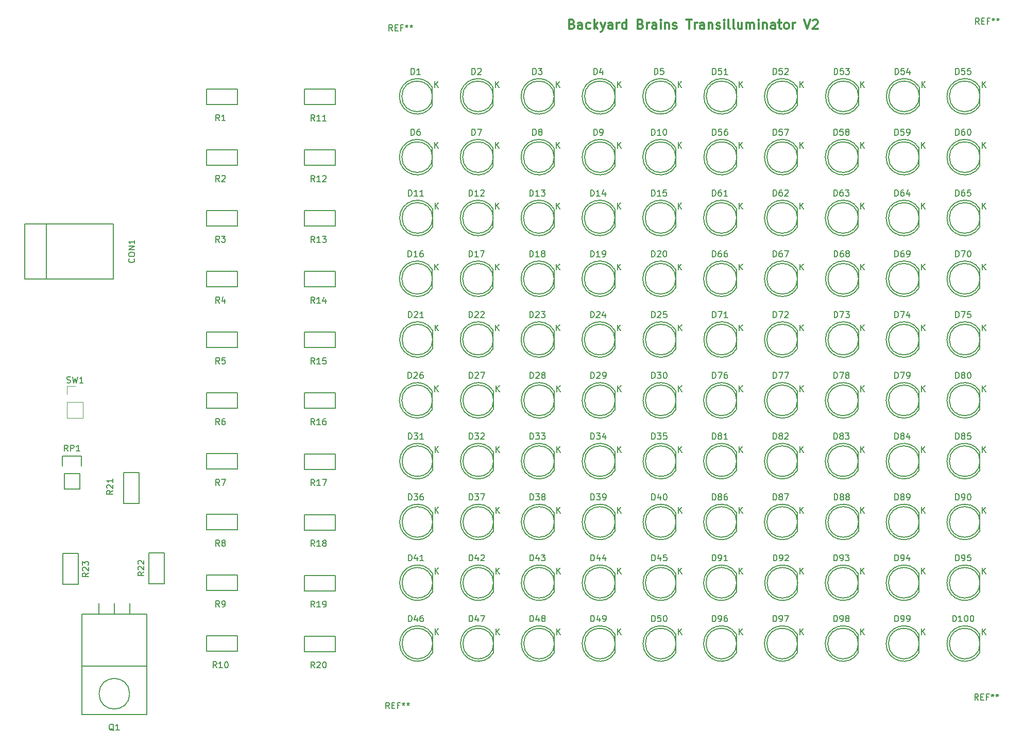
<source format=gbr>
G04 #@! TF.GenerationSoftware,KiCad,Pcbnew,(5.0.0)*
G04 #@! TF.CreationDate,2019-04-16T18:27:59-04:00*
G04 #@! TF.ProjectId,V2 - 2 ,5632202D2032202E6B696361645F7063,rev?*
G04 #@! TF.SameCoordinates,Original*
G04 #@! TF.FileFunction,Legend,Top*
G04 #@! TF.FilePolarity,Positive*
%FSLAX46Y46*%
G04 Gerber Fmt 4.6, Leading zero omitted, Abs format (unit mm)*
G04 Created by KiCad (PCBNEW (5.0.0)) date 04/16/19 18:27:59*
%MOMM*%
%LPD*%
G01*
G04 APERTURE LIST*
%ADD10C,0.300000*%
%ADD11C,0.150000*%
%ADD12C,0.120000*%
G04 APERTURE END LIST*
D10*
X150946428Y-26617857D02*
X151160714Y-26689285D01*
X151232142Y-26760714D01*
X151303571Y-26903571D01*
X151303571Y-27117857D01*
X151232142Y-27260714D01*
X151160714Y-27332142D01*
X151017857Y-27403571D01*
X150446428Y-27403571D01*
X150446428Y-25903571D01*
X150946428Y-25903571D01*
X151089285Y-25975000D01*
X151160714Y-26046428D01*
X151232142Y-26189285D01*
X151232142Y-26332142D01*
X151160714Y-26475000D01*
X151089285Y-26546428D01*
X150946428Y-26617857D01*
X150446428Y-26617857D01*
X152589285Y-27403571D02*
X152589285Y-26617857D01*
X152517857Y-26475000D01*
X152375000Y-26403571D01*
X152089285Y-26403571D01*
X151946428Y-26475000D01*
X152589285Y-27332142D02*
X152446428Y-27403571D01*
X152089285Y-27403571D01*
X151946428Y-27332142D01*
X151875000Y-27189285D01*
X151875000Y-27046428D01*
X151946428Y-26903571D01*
X152089285Y-26832142D01*
X152446428Y-26832142D01*
X152589285Y-26760714D01*
X153946428Y-27332142D02*
X153803571Y-27403571D01*
X153517857Y-27403571D01*
X153375000Y-27332142D01*
X153303571Y-27260714D01*
X153232142Y-27117857D01*
X153232142Y-26689285D01*
X153303571Y-26546428D01*
X153375000Y-26475000D01*
X153517857Y-26403571D01*
X153803571Y-26403571D01*
X153946428Y-26475000D01*
X154589285Y-27403571D02*
X154589285Y-25903571D01*
X154732142Y-26832142D02*
X155160714Y-27403571D01*
X155160714Y-26403571D02*
X154589285Y-26975000D01*
X155660714Y-26403571D02*
X156017857Y-27403571D01*
X156375000Y-26403571D02*
X156017857Y-27403571D01*
X155875000Y-27760714D01*
X155803571Y-27832142D01*
X155660714Y-27903571D01*
X157589285Y-27403571D02*
X157589285Y-26617857D01*
X157517857Y-26475000D01*
X157375000Y-26403571D01*
X157089285Y-26403571D01*
X156946428Y-26475000D01*
X157589285Y-27332142D02*
X157446428Y-27403571D01*
X157089285Y-27403571D01*
X156946428Y-27332142D01*
X156875000Y-27189285D01*
X156875000Y-27046428D01*
X156946428Y-26903571D01*
X157089285Y-26832142D01*
X157446428Y-26832142D01*
X157589285Y-26760714D01*
X158303571Y-27403571D02*
X158303571Y-26403571D01*
X158303571Y-26689285D02*
X158375000Y-26546428D01*
X158446428Y-26475000D01*
X158589285Y-26403571D01*
X158732142Y-26403571D01*
X159875000Y-27403571D02*
X159875000Y-25903571D01*
X159875000Y-27332142D02*
X159732142Y-27403571D01*
X159446428Y-27403571D01*
X159303571Y-27332142D01*
X159232142Y-27260714D01*
X159160714Y-27117857D01*
X159160714Y-26689285D01*
X159232142Y-26546428D01*
X159303571Y-26475000D01*
X159446428Y-26403571D01*
X159732142Y-26403571D01*
X159875000Y-26475000D01*
X162232142Y-26617857D02*
X162446428Y-26689285D01*
X162517857Y-26760714D01*
X162589285Y-26903571D01*
X162589285Y-27117857D01*
X162517857Y-27260714D01*
X162446428Y-27332142D01*
X162303571Y-27403571D01*
X161732142Y-27403571D01*
X161732142Y-25903571D01*
X162232142Y-25903571D01*
X162375000Y-25975000D01*
X162446428Y-26046428D01*
X162517857Y-26189285D01*
X162517857Y-26332142D01*
X162446428Y-26475000D01*
X162375000Y-26546428D01*
X162232142Y-26617857D01*
X161732142Y-26617857D01*
X163232142Y-27403571D02*
X163232142Y-26403571D01*
X163232142Y-26689285D02*
X163303571Y-26546428D01*
X163375000Y-26475000D01*
X163517857Y-26403571D01*
X163660714Y-26403571D01*
X164803571Y-27403571D02*
X164803571Y-26617857D01*
X164732142Y-26475000D01*
X164589285Y-26403571D01*
X164303571Y-26403571D01*
X164160714Y-26475000D01*
X164803571Y-27332142D02*
X164660714Y-27403571D01*
X164303571Y-27403571D01*
X164160714Y-27332142D01*
X164089285Y-27189285D01*
X164089285Y-27046428D01*
X164160714Y-26903571D01*
X164303571Y-26832142D01*
X164660714Y-26832142D01*
X164803571Y-26760714D01*
X165517857Y-27403571D02*
X165517857Y-26403571D01*
X165517857Y-25903571D02*
X165446428Y-25975000D01*
X165517857Y-26046428D01*
X165589285Y-25975000D01*
X165517857Y-25903571D01*
X165517857Y-26046428D01*
X166232142Y-26403571D02*
X166232142Y-27403571D01*
X166232142Y-26546428D02*
X166303571Y-26475000D01*
X166446428Y-26403571D01*
X166660714Y-26403571D01*
X166803571Y-26475000D01*
X166875000Y-26617857D01*
X166875000Y-27403571D01*
X167517857Y-27332142D02*
X167660714Y-27403571D01*
X167946428Y-27403571D01*
X168089285Y-27332142D01*
X168160714Y-27189285D01*
X168160714Y-27117857D01*
X168089285Y-26975000D01*
X167946428Y-26903571D01*
X167732142Y-26903571D01*
X167589285Y-26832142D01*
X167517857Y-26689285D01*
X167517857Y-26617857D01*
X167589285Y-26475000D01*
X167732142Y-26403571D01*
X167946428Y-26403571D01*
X168089285Y-26475000D01*
X169732142Y-25903571D02*
X170589285Y-25903571D01*
X170160714Y-27403571D02*
X170160714Y-25903571D01*
X171089285Y-27403571D02*
X171089285Y-26403571D01*
X171089285Y-26689285D02*
X171160714Y-26546428D01*
X171232142Y-26475000D01*
X171374999Y-26403571D01*
X171517857Y-26403571D01*
X172660714Y-27403571D02*
X172660714Y-26617857D01*
X172589285Y-26475000D01*
X172446428Y-26403571D01*
X172160714Y-26403571D01*
X172017857Y-26475000D01*
X172660714Y-27332142D02*
X172517857Y-27403571D01*
X172160714Y-27403571D01*
X172017857Y-27332142D01*
X171946428Y-27189285D01*
X171946428Y-27046428D01*
X172017857Y-26903571D01*
X172160714Y-26832142D01*
X172517857Y-26832142D01*
X172660714Y-26760714D01*
X173375000Y-26403571D02*
X173375000Y-27403571D01*
X173375000Y-26546428D02*
X173446428Y-26475000D01*
X173589285Y-26403571D01*
X173803571Y-26403571D01*
X173946428Y-26475000D01*
X174017857Y-26617857D01*
X174017857Y-27403571D01*
X174660714Y-27332142D02*
X174803571Y-27403571D01*
X175089285Y-27403571D01*
X175232142Y-27332142D01*
X175303571Y-27189285D01*
X175303571Y-27117857D01*
X175232142Y-26975000D01*
X175089285Y-26903571D01*
X174875000Y-26903571D01*
X174732142Y-26832142D01*
X174660714Y-26689285D01*
X174660714Y-26617857D01*
X174732142Y-26475000D01*
X174875000Y-26403571D01*
X175089285Y-26403571D01*
X175232142Y-26475000D01*
X175946428Y-27403571D02*
X175946428Y-26403571D01*
X175946428Y-25903571D02*
X175875000Y-25975000D01*
X175946428Y-26046428D01*
X176017857Y-25975000D01*
X175946428Y-25903571D01*
X175946428Y-26046428D01*
X176874999Y-27403571D02*
X176732142Y-27332142D01*
X176660714Y-27189285D01*
X176660714Y-25903571D01*
X177660714Y-27403571D02*
X177517857Y-27332142D01*
X177446428Y-27189285D01*
X177446428Y-25903571D01*
X178875000Y-26403571D02*
X178875000Y-27403571D01*
X178232142Y-26403571D02*
X178232142Y-27189285D01*
X178303571Y-27332142D01*
X178446428Y-27403571D01*
X178660714Y-27403571D01*
X178803571Y-27332142D01*
X178875000Y-27260714D01*
X179589285Y-27403571D02*
X179589285Y-26403571D01*
X179589285Y-26546428D02*
X179660714Y-26475000D01*
X179803571Y-26403571D01*
X180017857Y-26403571D01*
X180160714Y-26475000D01*
X180232142Y-26617857D01*
X180232142Y-27403571D01*
X180232142Y-26617857D02*
X180303571Y-26475000D01*
X180446428Y-26403571D01*
X180660714Y-26403571D01*
X180803571Y-26475000D01*
X180875000Y-26617857D01*
X180875000Y-27403571D01*
X181589285Y-27403571D02*
X181589285Y-26403571D01*
X181589285Y-25903571D02*
X181517857Y-25975000D01*
X181589285Y-26046428D01*
X181660714Y-25975000D01*
X181589285Y-25903571D01*
X181589285Y-26046428D01*
X182303571Y-26403571D02*
X182303571Y-27403571D01*
X182303571Y-26546428D02*
X182375000Y-26475000D01*
X182517857Y-26403571D01*
X182732142Y-26403571D01*
X182875000Y-26475000D01*
X182946428Y-26617857D01*
X182946428Y-27403571D01*
X184303571Y-27403571D02*
X184303571Y-26617857D01*
X184232142Y-26475000D01*
X184089285Y-26403571D01*
X183803571Y-26403571D01*
X183660714Y-26475000D01*
X184303571Y-27332142D02*
X184160714Y-27403571D01*
X183803571Y-27403571D01*
X183660714Y-27332142D01*
X183589285Y-27189285D01*
X183589285Y-27046428D01*
X183660714Y-26903571D01*
X183803571Y-26832142D01*
X184160714Y-26832142D01*
X184303571Y-26760714D01*
X184803571Y-26403571D02*
X185375000Y-26403571D01*
X185017857Y-25903571D02*
X185017857Y-27189285D01*
X185089285Y-27332142D01*
X185232142Y-27403571D01*
X185375000Y-27403571D01*
X186089285Y-27403571D02*
X185946428Y-27332142D01*
X185875000Y-27260714D01*
X185803571Y-27117857D01*
X185803571Y-26689285D01*
X185875000Y-26546428D01*
X185946428Y-26475000D01*
X186089285Y-26403571D01*
X186303571Y-26403571D01*
X186446428Y-26475000D01*
X186517857Y-26546428D01*
X186589285Y-26689285D01*
X186589285Y-27117857D01*
X186517857Y-27260714D01*
X186446428Y-27332142D01*
X186303571Y-27403571D01*
X186089285Y-27403571D01*
X187232142Y-27403571D02*
X187232142Y-26403571D01*
X187232142Y-26689285D02*
X187303571Y-26546428D01*
X187375000Y-26475000D01*
X187517857Y-26403571D01*
X187660714Y-26403571D01*
X189089285Y-25903571D02*
X189589285Y-27403571D01*
X190089285Y-25903571D01*
X190517857Y-26046428D02*
X190589285Y-25975000D01*
X190732142Y-25903571D01*
X191089285Y-25903571D01*
X191232142Y-25975000D01*
X191303571Y-26046428D01*
X191374999Y-26189285D01*
X191374999Y-26332142D01*
X191303571Y-26546428D01*
X190446428Y-27403571D01*
X191374999Y-27403571D01*
D11*
G04 #@! TO.C,CON1*
X64499500Y-59499120D02*
X64499500Y-68500880D01*
X60999380Y-59499120D02*
X60999380Y-68500880D01*
X60999380Y-68500880D02*
X75500240Y-68500880D01*
X75500240Y-68500880D02*
X75500240Y-59499120D01*
X75500240Y-59499120D02*
X60999380Y-59499120D01*
G04 #@! TO.C,D1*
X127964888Y-36975096D02*
G75*
G03X127980000Y-40000000I-2484888J-1524904D01*
G01*
X127980000Y-37000000D02*
X127980000Y-40000000D01*
X127997936Y-38500000D02*
G75*
G03X127997936Y-38500000I-2517936J0D01*
G01*
G04 #@! TO.C,D2*
X137964888Y-36975096D02*
G75*
G03X137980000Y-40000000I-2484888J-1524904D01*
G01*
X137980000Y-37000000D02*
X137980000Y-40000000D01*
X137997936Y-38500000D02*
G75*
G03X137997936Y-38500000I-2517936J0D01*
G01*
G04 #@! TO.C,D3*
X147964888Y-36975096D02*
G75*
G03X147980000Y-40000000I-2484888J-1524904D01*
G01*
X147980000Y-37000000D02*
X147980000Y-40000000D01*
X147997936Y-38500000D02*
G75*
G03X147997936Y-38500000I-2517936J0D01*
G01*
G04 #@! TO.C,D4*
X158004888Y-36975096D02*
G75*
G03X158020000Y-40000000I-2484888J-1524904D01*
G01*
X158020000Y-37000000D02*
X158020000Y-40000000D01*
X158037936Y-38500000D02*
G75*
G03X158037936Y-38500000I-2517936J0D01*
G01*
G04 #@! TO.C,D5*
X167964888Y-36975096D02*
G75*
G03X167980000Y-40000000I-2484888J-1524904D01*
G01*
X167980000Y-37000000D02*
X167980000Y-40000000D01*
X167997936Y-38500000D02*
G75*
G03X167997936Y-38500000I-2517936J0D01*
G01*
G04 #@! TO.C,D6*
X127964888Y-46975096D02*
G75*
G03X127980000Y-50000000I-2484888J-1524904D01*
G01*
X127980000Y-47000000D02*
X127980000Y-50000000D01*
X127997936Y-48500000D02*
G75*
G03X127997936Y-48500000I-2517936J0D01*
G01*
G04 #@! TO.C,D7*
X137964888Y-46975096D02*
G75*
G03X137980000Y-50000000I-2484888J-1524904D01*
G01*
X137980000Y-47000000D02*
X137980000Y-50000000D01*
X137997936Y-48500000D02*
G75*
G03X137997936Y-48500000I-2517936J0D01*
G01*
G04 #@! TO.C,D8*
X147964888Y-46975096D02*
G75*
G03X147980000Y-50000000I-2484888J-1524904D01*
G01*
X147980000Y-47000000D02*
X147980000Y-50000000D01*
X147997936Y-48500000D02*
G75*
G03X147997936Y-48500000I-2517936J0D01*
G01*
G04 #@! TO.C,D9*
X158004888Y-46975096D02*
G75*
G03X158020000Y-50000000I-2484888J-1524904D01*
G01*
X158020000Y-47000000D02*
X158020000Y-50000000D01*
X158037936Y-48500000D02*
G75*
G03X158037936Y-48500000I-2517936J0D01*
G01*
G04 #@! TO.C,D10*
X167964888Y-46975096D02*
G75*
G03X167980000Y-50000000I-2484888J-1524904D01*
G01*
X167980000Y-47000000D02*
X167980000Y-50000000D01*
X167997936Y-48500000D02*
G75*
G03X167997936Y-48500000I-2517936J0D01*
G01*
G04 #@! TO.C,D11*
X128004888Y-56975096D02*
G75*
G03X128020000Y-60000000I-2484888J-1524904D01*
G01*
X128020000Y-57000000D02*
X128020000Y-60000000D01*
X128037936Y-58500000D02*
G75*
G03X128037936Y-58500000I-2517936J0D01*
G01*
G04 #@! TO.C,D12*
X137964888Y-56975096D02*
G75*
G03X137980000Y-60000000I-2484888J-1524904D01*
G01*
X137980000Y-57000000D02*
X137980000Y-60000000D01*
X137997936Y-58500000D02*
G75*
G03X137997936Y-58500000I-2517936J0D01*
G01*
G04 #@! TO.C,D13*
X147964888Y-56975096D02*
G75*
G03X147980000Y-60000000I-2484888J-1524904D01*
G01*
X147980000Y-57000000D02*
X147980000Y-60000000D01*
X147997936Y-58500000D02*
G75*
G03X147997936Y-58500000I-2517936J0D01*
G01*
G04 #@! TO.C,D14*
X157964888Y-56975096D02*
G75*
G03X157980000Y-60000000I-2484888J-1524904D01*
G01*
X157980000Y-57000000D02*
X157980000Y-60000000D01*
X157997936Y-58500000D02*
G75*
G03X157997936Y-58500000I-2517936J0D01*
G01*
G04 #@! TO.C,D15*
X167964888Y-56975096D02*
G75*
G03X167980000Y-60000000I-2484888J-1524904D01*
G01*
X167980000Y-57000000D02*
X167980000Y-60000000D01*
X167997936Y-58500000D02*
G75*
G03X167997936Y-58500000I-2517936J0D01*
G01*
G04 #@! TO.C,D16*
X127964888Y-66975096D02*
G75*
G03X127980000Y-70000000I-2484888J-1524904D01*
G01*
X127980000Y-67000000D02*
X127980000Y-70000000D01*
X127997936Y-68500000D02*
G75*
G03X127997936Y-68500000I-2517936J0D01*
G01*
G04 #@! TO.C,D17*
X137964888Y-66975096D02*
G75*
G03X137980000Y-70000000I-2484888J-1524904D01*
G01*
X137980000Y-67000000D02*
X137980000Y-70000000D01*
X137997936Y-68500000D02*
G75*
G03X137997936Y-68500000I-2517936J0D01*
G01*
G04 #@! TO.C,D18*
X147964888Y-66975096D02*
G75*
G03X147980000Y-70000000I-2484888J-1524904D01*
G01*
X147980000Y-67000000D02*
X147980000Y-70000000D01*
X147997936Y-68500000D02*
G75*
G03X147997936Y-68500000I-2517936J0D01*
G01*
G04 #@! TO.C,D19*
X157964888Y-66975096D02*
G75*
G03X157980000Y-70000000I-2484888J-1524904D01*
G01*
X157980000Y-67000000D02*
X157980000Y-70000000D01*
X157997936Y-68500000D02*
G75*
G03X157997936Y-68500000I-2517936J0D01*
G01*
G04 #@! TO.C,D20*
X167964888Y-66975096D02*
G75*
G03X167980000Y-70000000I-2484888J-1524904D01*
G01*
X167980000Y-67000000D02*
X167980000Y-70000000D01*
X167997936Y-68500000D02*
G75*
G03X167997936Y-68500000I-2517936J0D01*
G01*
G04 #@! TO.C,D21*
X128004888Y-76975096D02*
G75*
G03X128020000Y-80000000I-2484888J-1524904D01*
G01*
X128020000Y-77000000D02*
X128020000Y-80000000D01*
X128037936Y-78500000D02*
G75*
G03X128037936Y-78500000I-2517936J0D01*
G01*
G04 #@! TO.C,D22*
X137964888Y-76975096D02*
G75*
G03X137980000Y-80000000I-2484888J-1524904D01*
G01*
X137980000Y-77000000D02*
X137980000Y-80000000D01*
X137997936Y-78500000D02*
G75*
G03X137997936Y-78500000I-2517936J0D01*
G01*
G04 #@! TO.C,D23*
X147964888Y-76975096D02*
G75*
G03X147980000Y-80000000I-2484888J-1524904D01*
G01*
X147980000Y-77000000D02*
X147980000Y-80000000D01*
X147997936Y-78500000D02*
G75*
G03X147997936Y-78500000I-2517936J0D01*
G01*
G04 #@! TO.C,D24*
X157964888Y-76975096D02*
G75*
G03X157980000Y-80000000I-2484888J-1524904D01*
G01*
X157980000Y-77000000D02*
X157980000Y-80000000D01*
X157997936Y-78500000D02*
G75*
G03X157997936Y-78500000I-2517936J0D01*
G01*
G04 #@! TO.C,D25*
X168004888Y-76975096D02*
G75*
G03X168020000Y-80000000I-2484888J-1524904D01*
G01*
X168020000Y-77000000D02*
X168020000Y-80000000D01*
X168037936Y-78500000D02*
G75*
G03X168037936Y-78500000I-2517936J0D01*
G01*
G04 #@! TO.C,D26*
X127964888Y-86975096D02*
G75*
G03X127980000Y-90000000I-2484888J-1524904D01*
G01*
X127980000Y-87000000D02*
X127980000Y-90000000D01*
X127997936Y-88500000D02*
G75*
G03X127997936Y-88500000I-2517936J0D01*
G01*
G04 #@! TO.C,D27*
X138004888Y-86975096D02*
G75*
G03X138020000Y-90000000I-2484888J-1524904D01*
G01*
X138020000Y-87000000D02*
X138020000Y-90000000D01*
X138037936Y-88500000D02*
G75*
G03X138037936Y-88500000I-2517936J0D01*
G01*
G04 #@! TO.C,D28*
X148004888Y-86975096D02*
G75*
G03X148020000Y-90000000I-2484888J-1524904D01*
G01*
X148020000Y-87000000D02*
X148020000Y-90000000D01*
X148037936Y-88500000D02*
G75*
G03X148037936Y-88500000I-2517936J0D01*
G01*
G04 #@! TO.C,D29*
X158004888Y-86975096D02*
G75*
G03X158020000Y-90000000I-2484888J-1524904D01*
G01*
X158020000Y-87000000D02*
X158020000Y-90000000D01*
X158037936Y-88500000D02*
G75*
G03X158037936Y-88500000I-2517936J0D01*
G01*
G04 #@! TO.C,D30*
X168004888Y-86975096D02*
G75*
G03X168020000Y-90000000I-2484888J-1524904D01*
G01*
X168020000Y-87000000D02*
X168020000Y-90000000D01*
X168037936Y-88500000D02*
G75*
G03X168037936Y-88500000I-2517936J0D01*
G01*
G04 #@! TO.C,D31*
X128004888Y-96975096D02*
G75*
G03X128020000Y-100000000I-2484888J-1524904D01*
G01*
X128020000Y-97000000D02*
X128020000Y-100000000D01*
X128037936Y-98500000D02*
G75*
G03X128037936Y-98500000I-2517936J0D01*
G01*
G04 #@! TO.C,D32*
X138004888Y-96975096D02*
G75*
G03X138020000Y-100000000I-2484888J-1524904D01*
G01*
X138020000Y-97000000D02*
X138020000Y-100000000D01*
X138037936Y-98500000D02*
G75*
G03X138037936Y-98500000I-2517936J0D01*
G01*
G04 #@! TO.C,D33*
X148004888Y-96975096D02*
G75*
G03X148020000Y-100000000I-2484888J-1524904D01*
G01*
X148020000Y-97000000D02*
X148020000Y-100000000D01*
X148037936Y-98500000D02*
G75*
G03X148037936Y-98500000I-2517936J0D01*
G01*
G04 #@! TO.C,D34*
X158004888Y-96975096D02*
G75*
G03X158020000Y-100000000I-2484888J-1524904D01*
G01*
X158020000Y-97000000D02*
X158020000Y-100000000D01*
X158037936Y-98500000D02*
G75*
G03X158037936Y-98500000I-2517936J0D01*
G01*
G04 #@! TO.C,D35*
X168004888Y-96975096D02*
G75*
G03X168020000Y-100000000I-2484888J-1524904D01*
G01*
X168020000Y-97000000D02*
X168020000Y-100000000D01*
X168037936Y-98500000D02*
G75*
G03X168037936Y-98500000I-2517936J0D01*
G01*
G04 #@! TO.C,D36*
X128004888Y-106975096D02*
G75*
G03X128020000Y-110000000I-2484888J-1524904D01*
G01*
X128020000Y-107000000D02*
X128020000Y-110000000D01*
X128037936Y-108500000D02*
G75*
G03X128037936Y-108500000I-2517936J0D01*
G01*
G04 #@! TO.C,D37*
X138004888Y-106975096D02*
G75*
G03X138020000Y-110000000I-2484888J-1524904D01*
G01*
X138020000Y-107000000D02*
X138020000Y-110000000D01*
X138037936Y-108500000D02*
G75*
G03X138037936Y-108500000I-2517936J0D01*
G01*
G04 #@! TO.C,D38*
X148004888Y-106975096D02*
G75*
G03X148020000Y-110000000I-2484888J-1524904D01*
G01*
X148020000Y-107000000D02*
X148020000Y-110000000D01*
X148037936Y-108500000D02*
G75*
G03X148037936Y-108500000I-2517936J0D01*
G01*
G04 #@! TO.C,D39*
X158004888Y-106975096D02*
G75*
G03X158020000Y-110000000I-2484888J-1524904D01*
G01*
X158020000Y-107000000D02*
X158020000Y-110000000D01*
X158037936Y-108500000D02*
G75*
G03X158037936Y-108500000I-2517936J0D01*
G01*
G04 #@! TO.C,D40*
X168004888Y-106975096D02*
G75*
G03X168020000Y-110000000I-2484888J-1524904D01*
G01*
X168020000Y-107000000D02*
X168020000Y-110000000D01*
X168037936Y-108500000D02*
G75*
G03X168037936Y-108500000I-2517936J0D01*
G01*
G04 #@! TO.C,D41*
X128004888Y-116975096D02*
G75*
G03X128020000Y-120000000I-2484888J-1524904D01*
G01*
X128020000Y-117000000D02*
X128020000Y-120000000D01*
X128037936Y-118500000D02*
G75*
G03X128037936Y-118500000I-2517936J0D01*
G01*
G04 #@! TO.C,D42*
X138004888Y-116975096D02*
G75*
G03X138020000Y-120000000I-2484888J-1524904D01*
G01*
X138020000Y-117000000D02*
X138020000Y-120000000D01*
X138037936Y-118500000D02*
G75*
G03X138037936Y-118500000I-2517936J0D01*
G01*
G04 #@! TO.C,D43*
X148004888Y-116975096D02*
G75*
G03X148020000Y-120000000I-2484888J-1524904D01*
G01*
X148020000Y-117000000D02*
X148020000Y-120000000D01*
X148037936Y-118500000D02*
G75*
G03X148037936Y-118500000I-2517936J0D01*
G01*
G04 #@! TO.C,D44*
X158004888Y-116975096D02*
G75*
G03X158020000Y-120000000I-2484888J-1524904D01*
G01*
X158020000Y-117000000D02*
X158020000Y-120000000D01*
X158037936Y-118500000D02*
G75*
G03X158037936Y-118500000I-2517936J0D01*
G01*
G04 #@! TO.C,D45*
X168004888Y-116975096D02*
G75*
G03X168020000Y-120000000I-2484888J-1524904D01*
G01*
X168020000Y-117000000D02*
X168020000Y-120000000D01*
X168037936Y-118500000D02*
G75*
G03X168037936Y-118500000I-2517936J0D01*
G01*
G04 #@! TO.C,D46*
X128004888Y-126975096D02*
G75*
G03X128020000Y-130000000I-2484888J-1524904D01*
G01*
X128020000Y-127000000D02*
X128020000Y-130000000D01*
X128037936Y-128500000D02*
G75*
G03X128037936Y-128500000I-2517936J0D01*
G01*
G04 #@! TO.C,D47*
X138004888Y-126975096D02*
G75*
G03X138020000Y-130000000I-2484888J-1524904D01*
G01*
X138020000Y-127000000D02*
X138020000Y-130000000D01*
X138037936Y-128500000D02*
G75*
G03X138037936Y-128500000I-2517936J0D01*
G01*
G04 #@! TO.C,D48*
X148004888Y-126975096D02*
G75*
G03X148020000Y-130000000I-2484888J-1524904D01*
G01*
X148020000Y-127000000D02*
X148020000Y-130000000D01*
X148037936Y-128500000D02*
G75*
G03X148037936Y-128500000I-2517936J0D01*
G01*
G04 #@! TO.C,D49*
X158004888Y-126975096D02*
G75*
G03X158020000Y-130000000I-2484888J-1524904D01*
G01*
X158020000Y-127000000D02*
X158020000Y-130000000D01*
X158037936Y-128500000D02*
G75*
G03X158037936Y-128500000I-2517936J0D01*
G01*
G04 #@! TO.C,D50*
X168004888Y-126975096D02*
G75*
G03X168020000Y-130000000I-2484888J-1524904D01*
G01*
X168020000Y-127000000D02*
X168020000Y-130000000D01*
X168037936Y-128500000D02*
G75*
G03X168037936Y-128500000I-2517936J0D01*
G01*
G04 #@! TO.C,D51*
X178004888Y-36975096D02*
G75*
G03X178020000Y-40000000I-2484888J-1524904D01*
G01*
X178020000Y-37000000D02*
X178020000Y-40000000D01*
X178037936Y-38500000D02*
G75*
G03X178037936Y-38500000I-2517936J0D01*
G01*
G04 #@! TO.C,D52*
X187964888Y-36975096D02*
G75*
G03X187980000Y-40000000I-2484888J-1524904D01*
G01*
X187980000Y-37000000D02*
X187980000Y-40000000D01*
X187997936Y-38500000D02*
G75*
G03X187997936Y-38500000I-2517936J0D01*
G01*
G04 #@! TO.C,D53*
X198004888Y-36975096D02*
G75*
G03X198020000Y-40000000I-2484888J-1524904D01*
G01*
X198020000Y-37000000D02*
X198020000Y-40000000D01*
X198037936Y-38500000D02*
G75*
G03X198037936Y-38500000I-2517936J0D01*
G01*
G04 #@! TO.C,D54*
X208004888Y-36975096D02*
G75*
G03X208020000Y-40000000I-2484888J-1524904D01*
G01*
X208020000Y-37000000D02*
X208020000Y-40000000D01*
X208037936Y-38500000D02*
G75*
G03X208037936Y-38500000I-2517936J0D01*
G01*
G04 #@! TO.C,D55*
X217964888Y-36975096D02*
G75*
G03X217980000Y-40000000I-2484888J-1524904D01*
G01*
X217980000Y-37000000D02*
X217980000Y-40000000D01*
X217997936Y-38500000D02*
G75*
G03X217997936Y-38500000I-2517936J0D01*
G01*
G04 #@! TO.C,D56*
X178004888Y-46975096D02*
G75*
G03X178020000Y-50000000I-2484888J-1524904D01*
G01*
X178020000Y-47000000D02*
X178020000Y-50000000D01*
X178037936Y-48500000D02*
G75*
G03X178037936Y-48500000I-2517936J0D01*
G01*
G04 #@! TO.C,D57*
X187964888Y-46975096D02*
G75*
G03X187980000Y-50000000I-2484888J-1524904D01*
G01*
X187980000Y-47000000D02*
X187980000Y-50000000D01*
X187997936Y-48500000D02*
G75*
G03X187997936Y-48500000I-2517936J0D01*
G01*
G04 #@! TO.C,D58*
X197964888Y-46975096D02*
G75*
G03X197980000Y-50000000I-2484888J-1524904D01*
G01*
X197980000Y-47000000D02*
X197980000Y-50000000D01*
X197997936Y-48500000D02*
G75*
G03X197997936Y-48500000I-2517936J0D01*
G01*
G04 #@! TO.C,D59*
X207964888Y-46975096D02*
G75*
G03X207980000Y-50000000I-2484888J-1524904D01*
G01*
X207980000Y-47000000D02*
X207980000Y-50000000D01*
X207997936Y-48500000D02*
G75*
G03X207997936Y-48500000I-2517936J0D01*
G01*
G04 #@! TO.C,D60*
X217964888Y-46975096D02*
G75*
G03X217980000Y-50000000I-2484888J-1524904D01*
G01*
X217980000Y-47000000D02*
X217980000Y-50000000D01*
X217997936Y-48500000D02*
G75*
G03X217997936Y-48500000I-2517936J0D01*
G01*
G04 #@! TO.C,D61*
X177964888Y-56975096D02*
G75*
G03X177980000Y-60000000I-2484888J-1524904D01*
G01*
X177980000Y-57000000D02*
X177980000Y-60000000D01*
X177997936Y-58500000D02*
G75*
G03X177997936Y-58500000I-2517936J0D01*
G01*
G04 #@! TO.C,D62*
X187964888Y-56975096D02*
G75*
G03X187980000Y-60000000I-2484888J-1524904D01*
G01*
X187980000Y-57000000D02*
X187980000Y-60000000D01*
X187997936Y-58500000D02*
G75*
G03X187997936Y-58500000I-2517936J0D01*
G01*
G04 #@! TO.C,D63*
X197964888Y-56975096D02*
G75*
G03X197980000Y-60000000I-2484888J-1524904D01*
G01*
X197980000Y-57000000D02*
X197980000Y-60000000D01*
X197997936Y-58500000D02*
G75*
G03X197997936Y-58500000I-2517936J0D01*
G01*
G04 #@! TO.C,D64*
X207964888Y-56975096D02*
G75*
G03X207980000Y-60000000I-2484888J-1524904D01*
G01*
X207980000Y-57000000D02*
X207980000Y-60000000D01*
X207997936Y-58500000D02*
G75*
G03X207997936Y-58500000I-2517936J0D01*
G01*
G04 #@! TO.C,D65*
X217964888Y-56975096D02*
G75*
G03X217980000Y-60000000I-2484888J-1524904D01*
G01*
X217980000Y-57000000D02*
X217980000Y-60000000D01*
X217997936Y-58500000D02*
G75*
G03X217997936Y-58500000I-2517936J0D01*
G01*
G04 #@! TO.C,D66*
X177964888Y-66975096D02*
G75*
G03X177980000Y-70000000I-2484888J-1524904D01*
G01*
X177980000Y-67000000D02*
X177980000Y-70000000D01*
X177997936Y-68500000D02*
G75*
G03X177997936Y-68500000I-2517936J0D01*
G01*
G04 #@! TO.C,D67*
X187964888Y-66975096D02*
G75*
G03X187980000Y-70000000I-2484888J-1524904D01*
G01*
X187980000Y-67000000D02*
X187980000Y-70000000D01*
X187997936Y-68500000D02*
G75*
G03X187997936Y-68500000I-2517936J0D01*
G01*
G04 #@! TO.C,D68*
X198004888Y-66975096D02*
G75*
G03X198020000Y-70000000I-2484888J-1524904D01*
G01*
X198020000Y-67000000D02*
X198020000Y-70000000D01*
X198037936Y-68500000D02*
G75*
G03X198037936Y-68500000I-2517936J0D01*
G01*
G04 #@! TO.C,D69*
X207964888Y-66975096D02*
G75*
G03X207980000Y-70000000I-2484888J-1524904D01*
G01*
X207980000Y-67000000D02*
X207980000Y-70000000D01*
X207997936Y-68500000D02*
G75*
G03X207997936Y-68500000I-2517936J0D01*
G01*
G04 #@! TO.C,D70*
X217964888Y-66975096D02*
G75*
G03X217980000Y-70000000I-2484888J-1524904D01*
G01*
X217980000Y-67000000D02*
X217980000Y-70000000D01*
X217997936Y-68500000D02*
G75*
G03X217997936Y-68500000I-2517936J0D01*
G01*
G04 #@! TO.C,D71*
X178004888Y-76975096D02*
G75*
G03X178020000Y-80000000I-2484888J-1524904D01*
G01*
X178020000Y-77000000D02*
X178020000Y-80000000D01*
X178037936Y-78500000D02*
G75*
G03X178037936Y-78500000I-2517936J0D01*
G01*
G04 #@! TO.C,D72*
X187964888Y-76975096D02*
G75*
G03X187980000Y-80000000I-2484888J-1524904D01*
G01*
X187980000Y-77000000D02*
X187980000Y-80000000D01*
X187997936Y-78500000D02*
G75*
G03X187997936Y-78500000I-2517936J0D01*
G01*
G04 #@! TO.C,D73*
X198004888Y-76975096D02*
G75*
G03X198020000Y-80000000I-2484888J-1524904D01*
G01*
X198020000Y-77000000D02*
X198020000Y-80000000D01*
X198037936Y-78500000D02*
G75*
G03X198037936Y-78500000I-2517936J0D01*
G01*
G04 #@! TO.C,D74*
X207964888Y-76975096D02*
G75*
G03X207980000Y-80000000I-2484888J-1524904D01*
G01*
X207980000Y-77000000D02*
X207980000Y-80000000D01*
X207997936Y-78500000D02*
G75*
G03X207997936Y-78500000I-2517936J0D01*
G01*
G04 #@! TO.C,D75*
X217964888Y-76975096D02*
G75*
G03X217980000Y-80000000I-2484888J-1524904D01*
G01*
X217980000Y-77000000D02*
X217980000Y-80000000D01*
X217997936Y-78500000D02*
G75*
G03X217997936Y-78500000I-2517936J0D01*
G01*
G04 #@! TO.C,D76*
X177964888Y-86975096D02*
G75*
G03X177980000Y-90000000I-2484888J-1524904D01*
G01*
X177980000Y-87000000D02*
X177980000Y-90000000D01*
X177997936Y-88500000D02*
G75*
G03X177997936Y-88500000I-2517936J0D01*
G01*
G04 #@! TO.C,D77*
X187964888Y-86975096D02*
G75*
G03X187980000Y-90000000I-2484888J-1524904D01*
G01*
X187980000Y-87000000D02*
X187980000Y-90000000D01*
X187997936Y-88500000D02*
G75*
G03X187997936Y-88500000I-2517936J0D01*
G01*
G04 #@! TO.C,D78*
X197964888Y-86975096D02*
G75*
G03X197980000Y-90000000I-2484888J-1524904D01*
G01*
X197980000Y-87000000D02*
X197980000Y-90000000D01*
X197997936Y-88500000D02*
G75*
G03X197997936Y-88500000I-2517936J0D01*
G01*
G04 #@! TO.C,D79*
X207964888Y-86975096D02*
G75*
G03X207980000Y-90000000I-2484888J-1524904D01*
G01*
X207980000Y-87000000D02*
X207980000Y-90000000D01*
X207997936Y-88500000D02*
G75*
G03X207997936Y-88500000I-2517936J0D01*
G01*
G04 #@! TO.C,D80*
X217964888Y-86975096D02*
G75*
G03X217980000Y-90000000I-2484888J-1524904D01*
G01*
X217980000Y-87000000D02*
X217980000Y-90000000D01*
X217997936Y-88500000D02*
G75*
G03X217997936Y-88500000I-2517936J0D01*
G01*
G04 #@! TO.C,D81*
X177964888Y-96975096D02*
G75*
G03X177980000Y-100000000I-2484888J-1524904D01*
G01*
X177980000Y-97000000D02*
X177980000Y-100000000D01*
X177997936Y-98500000D02*
G75*
G03X177997936Y-98500000I-2517936J0D01*
G01*
G04 #@! TO.C,D82*
X187964888Y-96975096D02*
G75*
G03X187980000Y-100000000I-2484888J-1524904D01*
G01*
X187980000Y-97000000D02*
X187980000Y-100000000D01*
X187997936Y-98500000D02*
G75*
G03X187997936Y-98500000I-2517936J0D01*
G01*
G04 #@! TO.C,D83*
X197964888Y-96975096D02*
G75*
G03X197980000Y-100000000I-2484888J-1524904D01*
G01*
X197980000Y-97000000D02*
X197980000Y-100000000D01*
X197997936Y-98500000D02*
G75*
G03X197997936Y-98500000I-2517936J0D01*
G01*
G04 #@! TO.C,D84*
X207964888Y-96975096D02*
G75*
G03X207980000Y-100000000I-2484888J-1524904D01*
G01*
X207980000Y-97000000D02*
X207980000Y-100000000D01*
X207997936Y-98500000D02*
G75*
G03X207997936Y-98500000I-2517936J0D01*
G01*
G04 #@! TO.C,D85*
X217964888Y-96975096D02*
G75*
G03X217980000Y-100000000I-2484888J-1524904D01*
G01*
X217980000Y-97000000D02*
X217980000Y-100000000D01*
X217997936Y-98500000D02*
G75*
G03X217997936Y-98500000I-2517936J0D01*
G01*
G04 #@! TO.C,D86*
X177964888Y-106975096D02*
G75*
G03X177980000Y-110000000I-2484888J-1524904D01*
G01*
X177980000Y-107000000D02*
X177980000Y-110000000D01*
X177997936Y-108500000D02*
G75*
G03X177997936Y-108500000I-2517936J0D01*
G01*
G04 #@! TO.C,D87*
X187964888Y-106975096D02*
G75*
G03X187980000Y-110000000I-2484888J-1524904D01*
G01*
X187980000Y-107000000D02*
X187980000Y-110000000D01*
X187997936Y-108500000D02*
G75*
G03X187997936Y-108500000I-2517936J0D01*
G01*
G04 #@! TO.C,D88*
X198004888Y-106975096D02*
G75*
G03X198020000Y-110000000I-2484888J-1524904D01*
G01*
X198020000Y-107000000D02*
X198020000Y-110000000D01*
X198037936Y-108500000D02*
G75*
G03X198037936Y-108500000I-2517936J0D01*
G01*
G04 #@! TO.C,D89*
X207964888Y-106975096D02*
G75*
G03X207980000Y-110000000I-2484888J-1524904D01*
G01*
X207980000Y-107000000D02*
X207980000Y-110000000D01*
X207997936Y-108500000D02*
G75*
G03X207997936Y-108500000I-2517936J0D01*
G01*
G04 #@! TO.C,D90*
X217964888Y-106975096D02*
G75*
G03X217980000Y-110000000I-2484888J-1524904D01*
G01*
X217980000Y-107000000D02*
X217980000Y-110000000D01*
X217997936Y-108500000D02*
G75*
G03X217997936Y-108500000I-2517936J0D01*
G01*
G04 #@! TO.C,D91*
X177964888Y-116975096D02*
G75*
G03X177980000Y-120000000I-2484888J-1524904D01*
G01*
X177980000Y-117000000D02*
X177980000Y-120000000D01*
X177997936Y-118500000D02*
G75*
G03X177997936Y-118500000I-2517936J0D01*
G01*
G04 #@! TO.C,D92*
X188004888Y-116975096D02*
G75*
G03X188020000Y-120000000I-2484888J-1524904D01*
G01*
X188020000Y-117000000D02*
X188020000Y-120000000D01*
X188037936Y-118500000D02*
G75*
G03X188037936Y-118500000I-2517936J0D01*
G01*
G04 #@! TO.C,D93*
X197964888Y-116975096D02*
G75*
G03X197980000Y-120000000I-2484888J-1524904D01*
G01*
X197980000Y-117000000D02*
X197980000Y-120000000D01*
X197997936Y-118500000D02*
G75*
G03X197997936Y-118500000I-2517936J0D01*
G01*
G04 #@! TO.C,D94*
X207964888Y-116975096D02*
G75*
G03X207980000Y-120000000I-2484888J-1524904D01*
G01*
X207980000Y-117000000D02*
X207980000Y-120000000D01*
X207997936Y-118500000D02*
G75*
G03X207997936Y-118500000I-2517936J0D01*
G01*
G04 #@! TO.C,D95*
X217964888Y-116975096D02*
G75*
G03X217980000Y-120000000I-2484888J-1524904D01*
G01*
X217980000Y-117000000D02*
X217980000Y-120000000D01*
X217997936Y-118500000D02*
G75*
G03X217997936Y-118500000I-2517936J0D01*
G01*
G04 #@! TO.C,D96*
X177964888Y-126975096D02*
G75*
G03X177980000Y-130000000I-2484888J-1524904D01*
G01*
X177980000Y-127000000D02*
X177980000Y-130000000D01*
X177997936Y-128500000D02*
G75*
G03X177997936Y-128500000I-2517936J0D01*
G01*
G04 #@! TO.C,D97*
X187964888Y-126975096D02*
G75*
G03X187980000Y-130000000I-2484888J-1524904D01*
G01*
X187980000Y-127000000D02*
X187980000Y-130000000D01*
X187997936Y-128500000D02*
G75*
G03X187997936Y-128500000I-2517936J0D01*
G01*
G04 #@! TO.C,D98*
X197964888Y-126975096D02*
G75*
G03X197980000Y-130000000I-2484888J-1524904D01*
G01*
X197980000Y-127000000D02*
X197980000Y-130000000D01*
X197997936Y-128500000D02*
G75*
G03X197997936Y-128500000I-2517936J0D01*
G01*
G04 #@! TO.C,D99*
X207964888Y-126975096D02*
G75*
G03X207980000Y-130000000I-2484888J-1524904D01*
G01*
X207980000Y-127000000D02*
X207980000Y-130000000D01*
X207997936Y-128500000D02*
G75*
G03X207997936Y-128500000I-2517936J0D01*
G01*
G04 #@! TO.C,D100*
X217964888Y-126975096D02*
G75*
G03X217980000Y-130000000I-2484888J-1524904D01*
G01*
X217980000Y-127000000D02*
X217980000Y-130000000D01*
X217997936Y-128500000D02*
G75*
G03X217997936Y-128500000I-2517936J0D01*
G01*
G04 #@! TO.C,RP1*
X70020000Y-100520000D02*
X70020000Y-103060000D01*
X70300000Y-97700000D02*
X70300000Y-99250000D01*
X70020000Y-100520000D02*
X67480000Y-100520000D01*
X67200000Y-99250000D02*
X67200000Y-97700000D01*
X67200000Y-97700000D02*
X70300000Y-97700000D01*
X67480000Y-100520000D02*
X67480000Y-103060000D01*
X67480000Y-103060000D02*
X70020000Y-103060000D01*
G04 #@! TO.C,Q1*
X78224472Y-136750000D02*
G75*
G03X78224472Y-136750000I-2514472J0D01*
G01*
X78250000Y-123669000D02*
X78250000Y-121891000D01*
X75710000Y-123669000D02*
X75710000Y-121891000D01*
X73170000Y-123669000D02*
X73170000Y-121891000D01*
X70376000Y-132178000D02*
X70376000Y-140179000D01*
X70376000Y-140179000D02*
X81044000Y-140179000D01*
X81044000Y-140179000D02*
X81044000Y-132178000D01*
X70376000Y-123669000D02*
X70376000Y-132178000D01*
X70376000Y-132178000D02*
X81044000Y-132178000D01*
X81044000Y-132178000D02*
X81044000Y-123669000D01*
X75710000Y-123669000D02*
X81044000Y-123669000D01*
X75710000Y-123669000D02*
X70376000Y-123669000D01*
G04 #@! TO.C,R1*
X95955000Y-39820000D02*
X90875000Y-39820000D01*
X90875000Y-39820000D02*
X90875000Y-37280000D01*
X90875000Y-37280000D02*
X95955000Y-37280000D01*
X95955000Y-37280000D02*
X95955000Y-39820000D01*
G04 #@! TO.C,R2*
X95955000Y-49817222D02*
X90875000Y-49817222D01*
X90875000Y-49817222D02*
X90875000Y-47277222D01*
X90875000Y-47277222D02*
X95955000Y-47277222D01*
X95955000Y-47277222D02*
X95955000Y-49817222D01*
G04 #@! TO.C,R3*
X95955000Y-59814444D02*
X90875000Y-59814444D01*
X90875000Y-59814444D02*
X90875000Y-57274444D01*
X90875000Y-57274444D02*
X95955000Y-57274444D01*
X95955000Y-57274444D02*
X95955000Y-59814444D01*
G04 #@! TO.C,R4*
X95955000Y-69811666D02*
X90875000Y-69811666D01*
X90875000Y-69811666D02*
X90875000Y-67271666D01*
X90875000Y-67271666D02*
X95955000Y-67271666D01*
X95955000Y-67271666D02*
X95955000Y-69811666D01*
G04 #@! TO.C,R5*
X95955000Y-79808888D02*
X90875000Y-79808888D01*
X90875000Y-79808888D02*
X90875000Y-77268888D01*
X90875000Y-77268888D02*
X95955000Y-77268888D01*
X95955000Y-77268888D02*
X95955000Y-79808888D01*
G04 #@! TO.C,R6*
X95955000Y-89806110D02*
X90875000Y-89806110D01*
X90875000Y-89806110D02*
X90875000Y-87266110D01*
X90875000Y-87266110D02*
X95955000Y-87266110D01*
X95955000Y-87266110D02*
X95955000Y-89806110D01*
G04 #@! TO.C,R7*
X95955000Y-99803332D02*
X90875000Y-99803332D01*
X90875000Y-99803332D02*
X90875000Y-97263332D01*
X90875000Y-97263332D02*
X95955000Y-97263332D01*
X95955000Y-97263332D02*
X95955000Y-99803332D01*
G04 #@! TO.C,R8*
X95955000Y-109800554D02*
X90875000Y-109800554D01*
X90875000Y-109800554D02*
X90875000Y-107260554D01*
X90875000Y-107260554D02*
X95955000Y-107260554D01*
X95955000Y-107260554D02*
X95955000Y-109800554D01*
G04 #@! TO.C,R9*
X95955000Y-119797776D02*
X90875000Y-119797776D01*
X90875000Y-119797776D02*
X90875000Y-117257776D01*
X90875000Y-117257776D02*
X95955000Y-117257776D01*
X95955000Y-117257776D02*
X95955000Y-119797776D01*
G04 #@! TO.C,R10*
X95955000Y-129794998D02*
X90875000Y-129794998D01*
X90875000Y-129794998D02*
X90875000Y-127254998D01*
X90875000Y-127254998D02*
X95955000Y-127254998D01*
X95955000Y-127254998D02*
X95955000Y-129794998D01*
G04 #@! TO.C,R11*
X112055000Y-39845000D02*
X106975000Y-39845000D01*
X106975000Y-39845000D02*
X106975000Y-37305000D01*
X106975000Y-37305000D02*
X112055000Y-37305000D01*
X112055000Y-37305000D02*
X112055000Y-39845000D01*
G04 #@! TO.C,R12*
X112055000Y-49842222D02*
X106975000Y-49842222D01*
X106975000Y-49842222D02*
X106975000Y-47302222D01*
X106975000Y-47302222D02*
X112055000Y-47302222D01*
X112055000Y-47302222D02*
X112055000Y-49842222D01*
G04 #@! TO.C,R13*
X112055000Y-59839444D02*
X106975000Y-59839444D01*
X106975000Y-59839444D02*
X106975000Y-57299444D01*
X106975000Y-57299444D02*
X112055000Y-57299444D01*
X112055000Y-57299444D02*
X112055000Y-59839444D01*
G04 #@! TO.C,R14*
X112055000Y-69836666D02*
X106975000Y-69836666D01*
X106975000Y-69836666D02*
X106975000Y-67296666D01*
X106975000Y-67296666D02*
X112055000Y-67296666D01*
X112055000Y-67296666D02*
X112055000Y-69836666D01*
G04 #@! TO.C,R15*
X112055000Y-79833888D02*
X106975000Y-79833888D01*
X106975000Y-79833888D02*
X106975000Y-77293888D01*
X106975000Y-77293888D02*
X112055000Y-77293888D01*
X112055000Y-77293888D02*
X112055000Y-79833888D01*
G04 #@! TO.C,R16*
X112055000Y-89831110D02*
X106975000Y-89831110D01*
X106975000Y-89831110D02*
X106975000Y-87291110D01*
X106975000Y-87291110D02*
X112055000Y-87291110D01*
X112055000Y-87291110D02*
X112055000Y-89831110D01*
G04 #@! TO.C,R17*
X112055000Y-99828332D02*
X106975000Y-99828332D01*
X106975000Y-99828332D02*
X106975000Y-97288332D01*
X106975000Y-97288332D02*
X112055000Y-97288332D01*
X112055000Y-97288332D02*
X112055000Y-99828332D01*
G04 #@! TO.C,R18*
X112055000Y-109825554D02*
X106975000Y-109825554D01*
X106975000Y-109825554D02*
X106975000Y-107285554D01*
X106975000Y-107285554D02*
X112055000Y-107285554D01*
X112055000Y-107285554D02*
X112055000Y-109825554D01*
G04 #@! TO.C,R19*
X112055000Y-119822776D02*
X106975000Y-119822776D01*
X106975000Y-119822776D02*
X106975000Y-117282776D01*
X106975000Y-117282776D02*
X112055000Y-117282776D01*
X112055000Y-117282776D02*
X112055000Y-119822776D01*
G04 #@! TO.C,R20*
X112055000Y-129819998D02*
X106975000Y-129819998D01*
X106975000Y-129819998D02*
X106975000Y-127279998D01*
X106975000Y-127279998D02*
X112055000Y-127279998D01*
X112055000Y-127279998D02*
X112055000Y-129819998D01*
G04 #@! TO.C,R21*
X77230000Y-105480000D02*
X77230000Y-100400000D01*
X77230000Y-100400000D02*
X79770000Y-100400000D01*
X79770000Y-100400000D02*
X79770000Y-105480000D01*
X79770000Y-105480000D02*
X77230000Y-105480000D01*
G04 #@! TO.C,R22*
X81355000Y-118705000D02*
X81355000Y-113625000D01*
X81355000Y-113625000D02*
X83895000Y-113625000D01*
X83895000Y-113625000D02*
X83895000Y-118705000D01*
X83895000Y-118705000D02*
X81355000Y-118705000D01*
G04 #@! TO.C,R23*
X69795000Y-113645000D02*
X69795000Y-118725000D01*
X69795000Y-118725000D02*
X67255000Y-118725000D01*
X67255000Y-118725000D02*
X67255000Y-113645000D01*
X67255000Y-113645000D02*
X69795000Y-113645000D01*
D12*
G04 #@! TO.C,SW1*
X67920000Y-91370000D02*
X70580000Y-91370000D01*
X67920000Y-88770000D02*
X67920000Y-91370000D01*
X70580000Y-88770000D02*
X70580000Y-91370000D01*
X67920000Y-88770000D02*
X70580000Y-88770000D01*
X67920000Y-87500000D02*
X67920000Y-86170000D01*
X67920000Y-86170000D02*
X69250000Y-86170000D01*
G04 #@! TO.C,REF\002A\002A*
D11*
X120906666Y-139192380D02*
X120573333Y-138716190D01*
X120335238Y-139192380D02*
X120335238Y-138192380D01*
X120716190Y-138192380D01*
X120811428Y-138240000D01*
X120859047Y-138287619D01*
X120906666Y-138382857D01*
X120906666Y-138525714D01*
X120859047Y-138620952D01*
X120811428Y-138668571D01*
X120716190Y-138716190D01*
X120335238Y-138716190D01*
X121335238Y-138668571D02*
X121668571Y-138668571D01*
X121811428Y-139192380D02*
X121335238Y-139192380D01*
X121335238Y-138192380D01*
X121811428Y-138192380D01*
X122573333Y-138668571D02*
X122240000Y-138668571D01*
X122240000Y-139192380D02*
X122240000Y-138192380D01*
X122716190Y-138192380D01*
X123240000Y-138192380D02*
X123240000Y-138430476D01*
X123001904Y-138335238D02*
X123240000Y-138430476D01*
X123478095Y-138335238D01*
X123097142Y-138620952D02*
X123240000Y-138430476D01*
X123382857Y-138620952D01*
X124001904Y-138192380D02*
X124001904Y-138430476D01*
X123763809Y-138335238D02*
X124001904Y-138430476D01*
X124240000Y-138335238D01*
X123859047Y-138620952D02*
X124001904Y-138430476D01*
X124144761Y-138620952D01*
X217726666Y-137782380D02*
X217393333Y-137306190D01*
X217155238Y-137782380D02*
X217155238Y-136782380D01*
X217536190Y-136782380D01*
X217631428Y-136830000D01*
X217679047Y-136877619D01*
X217726666Y-136972857D01*
X217726666Y-137115714D01*
X217679047Y-137210952D01*
X217631428Y-137258571D01*
X217536190Y-137306190D01*
X217155238Y-137306190D01*
X218155238Y-137258571D02*
X218488571Y-137258571D01*
X218631428Y-137782380D02*
X218155238Y-137782380D01*
X218155238Y-136782380D01*
X218631428Y-136782380D01*
X219393333Y-137258571D02*
X219060000Y-137258571D01*
X219060000Y-137782380D02*
X219060000Y-136782380D01*
X219536190Y-136782380D01*
X220060000Y-136782380D02*
X220060000Y-137020476D01*
X219821904Y-136925238D02*
X220060000Y-137020476D01*
X220298095Y-136925238D01*
X219917142Y-137210952D02*
X220060000Y-137020476D01*
X220202857Y-137210952D01*
X220821904Y-136782380D02*
X220821904Y-137020476D01*
X220583809Y-136925238D02*
X220821904Y-137020476D01*
X221060000Y-136925238D01*
X220679047Y-137210952D02*
X220821904Y-137020476D01*
X220964761Y-137210952D01*
X217846666Y-26652380D02*
X217513333Y-26176190D01*
X217275238Y-26652380D02*
X217275238Y-25652380D01*
X217656190Y-25652380D01*
X217751428Y-25700000D01*
X217799047Y-25747619D01*
X217846666Y-25842857D01*
X217846666Y-25985714D01*
X217799047Y-26080952D01*
X217751428Y-26128571D01*
X217656190Y-26176190D01*
X217275238Y-26176190D01*
X218275238Y-26128571D02*
X218608571Y-26128571D01*
X218751428Y-26652380D02*
X218275238Y-26652380D01*
X218275238Y-25652380D01*
X218751428Y-25652380D01*
X219513333Y-26128571D02*
X219180000Y-26128571D01*
X219180000Y-26652380D02*
X219180000Y-25652380D01*
X219656190Y-25652380D01*
X220180000Y-25652380D02*
X220180000Y-25890476D01*
X219941904Y-25795238D02*
X220180000Y-25890476D01*
X220418095Y-25795238D01*
X220037142Y-26080952D02*
X220180000Y-25890476D01*
X220322857Y-26080952D01*
X220941904Y-25652380D02*
X220941904Y-25890476D01*
X220703809Y-25795238D02*
X220941904Y-25890476D01*
X221180000Y-25795238D01*
X220799047Y-26080952D02*
X220941904Y-25890476D01*
X221084761Y-26080952D01*
G04 #@! TO.C,CON1*
X78956182Y-65214285D02*
X79003801Y-65261904D01*
X79051420Y-65404761D01*
X79051420Y-65500000D01*
X79003801Y-65642857D01*
X78908563Y-65738095D01*
X78813325Y-65785714D01*
X78622849Y-65833333D01*
X78479992Y-65833333D01*
X78289516Y-65785714D01*
X78194278Y-65738095D01*
X78099040Y-65642857D01*
X78051420Y-65500000D01*
X78051420Y-65404761D01*
X78099040Y-65261904D01*
X78146659Y-65214285D01*
X78051420Y-64595238D02*
X78051420Y-64404761D01*
X78099040Y-64309523D01*
X78194278Y-64214285D01*
X78384754Y-64166666D01*
X78718087Y-64166666D01*
X78908563Y-64214285D01*
X79003801Y-64309523D01*
X79051420Y-64404761D01*
X79051420Y-64595238D01*
X79003801Y-64690476D01*
X78908563Y-64785714D01*
X78718087Y-64833333D01*
X78384754Y-64833333D01*
X78194278Y-64785714D01*
X78099040Y-64690476D01*
X78051420Y-64595238D01*
X79051420Y-63738095D02*
X78051420Y-63738095D01*
X79051420Y-63166666D01*
X78051420Y-63166666D01*
X79051420Y-62166666D02*
X79051420Y-62738095D01*
X79051420Y-62452380D02*
X78051420Y-62452380D01*
X78194278Y-62547619D01*
X78289516Y-62642857D01*
X78337135Y-62738095D01*
G04 #@! TO.C,D1*
X124487904Y-34888380D02*
X124487904Y-33888380D01*
X124726000Y-33888380D01*
X124868857Y-33936000D01*
X124964095Y-34031238D01*
X125011714Y-34126476D01*
X125059333Y-34316952D01*
X125059333Y-34459809D01*
X125011714Y-34650285D01*
X124964095Y-34745523D01*
X124868857Y-34840761D01*
X124726000Y-34888380D01*
X124487904Y-34888380D01*
X126011714Y-34888380D02*
X125440285Y-34888380D01*
X125726000Y-34888380D02*
X125726000Y-33888380D01*
X125630761Y-34031238D01*
X125535523Y-34126476D01*
X125440285Y-34174095D01*
X128393095Y-37047380D02*
X128393095Y-36047380D01*
X128964523Y-37047380D02*
X128535952Y-36475952D01*
X128964523Y-36047380D02*
X128393095Y-36618809D01*
G04 #@! TO.C,D2*
X134487904Y-34888380D02*
X134487904Y-33888380D01*
X134726000Y-33888380D01*
X134868857Y-33936000D01*
X134964095Y-34031238D01*
X135011714Y-34126476D01*
X135059333Y-34316952D01*
X135059333Y-34459809D01*
X135011714Y-34650285D01*
X134964095Y-34745523D01*
X134868857Y-34840761D01*
X134726000Y-34888380D01*
X134487904Y-34888380D01*
X135440285Y-33983619D02*
X135487904Y-33936000D01*
X135583142Y-33888380D01*
X135821238Y-33888380D01*
X135916476Y-33936000D01*
X135964095Y-33983619D01*
X136011714Y-34078857D01*
X136011714Y-34174095D01*
X135964095Y-34316952D01*
X135392666Y-34888380D01*
X136011714Y-34888380D01*
X138393095Y-37047380D02*
X138393095Y-36047380D01*
X138964523Y-37047380D02*
X138535952Y-36475952D01*
X138964523Y-36047380D02*
X138393095Y-36618809D01*
G04 #@! TO.C,D3*
X144487904Y-34888380D02*
X144487904Y-33888380D01*
X144726000Y-33888380D01*
X144868857Y-33936000D01*
X144964095Y-34031238D01*
X145011714Y-34126476D01*
X145059333Y-34316952D01*
X145059333Y-34459809D01*
X145011714Y-34650285D01*
X144964095Y-34745523D01*
X144868857Y-34840761D01*
X144726000Y-34888380D01*
X144487904Y-34888380D01*
X145392666Y-33888380D02*
X146011714Y-33888380D01*
X145678380Y-34269333D01*
X145821238Y-34269333D01*
X145916476Y-34316952D01*
X145964095Y-34364571D01*
X146011714Y-34459809D01*
X146011714Y-34697904D01*
X145964095Y-34793142D01*
X145916476Y-34840761D01*
X145821238Y-34888380D01*
X145535523Y-34888380D01*
X145440285Y-34840761D01*
X145392666Y-34793142D01*
X148393095Y-37047380D02*
X148393095Y-36047380D01*
X148964523Y-37047380D02*
X148535952Y-36475952D01*
X148964523Y-36047380D02*
X148393095Y-36618809D01*
G04 #@! TO.C,D4*
X154527904Y-34888380D02*
X154527904Y-33888380D01*
X154766000Y-33888380D01*
X154908857Y-33936000D01*
X155004095Y-34031238D01*
X155051714Y-34126476D01*
X155099333Y-34316952D01*
X155099333Y-34459809D01*
X155051714Y-34650285D01*
X155004095Y-34745523D01*
X154908857Y-34840761D01*
X154766000Y-34888380D01*
X154527904Y-34888380D01*
X155956476Y-34221714D02*
X155956476Y-34888380D01*
X155718380Y-33840761D02*
X155480285Y-34555047D01*
X156099333Y-34555047D01*
X158433095Y-37047380D02*
X158433095Y-36047380D01*
X159004523Y-37047380D02*
X158575952Y-36475952D01*
X159004523Y-36047380D02*
X158433095Y-36618809D01*
G04 #@! TO.C,D5*
X164487904Y-34888380D02*
X164487904Y-33888380D01*
X164726000Y-33888380D01*
X164868857Y-33936000D01*
X164964095Y-34031238D01*
X165011714Y-34126476D01*
X165059333Y-34316952D01*
X165059333Y-34459809D01*
X165011714Y-34650285D01*
X164964095Y-34745523D01*
X164868857Y-34840761D01*
X164726000Y-34888380D01*
X164487904Y-34888380D01*
X165964095Y-33888380D02*
X165487904Y-33888380D01*
X165440285Y-34364571D01*
X165487904Y-34316952D01*
X165583142Y-34269333D01*
X165821238Y-34269333D01*
X165916476Y-34316952D01*
X165964095Y-34364571D01*
X166011714Y-34459809D01*
X166011714Y-34697904D01*
X165964095Y-34793142D01*
X165916476Y-34840761D01*
X165821238Y-34888380D01*
X165583142Y-34888380D01*
X165487904Y-34840761D01*
X165440285Y-34793142D01*
X168393095Y-37047380D02*
X168393095Y-36047380D01*
X168964523Y-37047380D02*
X168535952Y-36475952D01*
X168964523Y-36047380D02*
X168393095Y-36618809D01*
G04 #@! TO.C,D6*
X124487904Y-44888380D02*
X124487904Y-43888380D01*
X124726000Y-43888380D01*
X124868857Y-43936000D01*
X124964095Y-44031238D01*
X125011714Y-44126476D01*
X125059333Y-44316952D01*
X125059333Y-44459809D01*
X125011714Y-44650285D01*
X124964095Y-44745523D01*
X124868857Y-44840761D01*
X124726000Y-44888380D01*
X124487904Y-44888380D01*
X125916476Y-43888380D02*
X125726000Y-43888380D01*
X125630761Y-43936000D01*
X125583142Y-43983619D01*
X125487904Y-44126476D01*
X125440285Y-44316952D01*
X125440285Y-44697904D01*
X125487904Y-44793142D01*
X125535523Y-44840761D01*
X125630761Y-44888380D01*
X125821238Y-44888380D01*
X125916476Y-44840761D01*
X125964095Y-44793142D01*
X126011714Y-44697904D01*
X126011714Y-44459809D01*
X125964095Y-44364571D01*
X125916476Y-44316952D01*
X125821238Y-44269333D01*
X125630761Y-44269333D01*
X125535523Y-44316952D01*
X125487904Y-44364571D01*
X125440285Y-44459809D01*
X128393095Y-47047380D02*
X128393095Y-46047380D01*
X128964523Y-47047380D02*
X128535952Y-46475952D01*
X128964523Y-46047380D02*
X128393095Y-46618809D01*
G04 #@! TO.C,D7*
X134487904Y-44888380D02*
X134487904Y-43888380D01*
X134726000Y-43888380D01*
X134868857Y-43936000D01*
X134964095Y-44031238D01*
X135011714Y-44126476D01*
X135059333Y-44316952D01*
X135059333Y-44459809D01*
X135011714Y-44650285D01*
X134964095Y-44745523D01*
X134868857Y-44840761D01*
X134726000Y-44888380D01*
X134487904Y-44888380D01*
X135392666Y-43888380D02*
X136059333Y-43888380D01*
X135630761Y-44888380D01*
X138393095Y-47047380D02*
X138393095Y-46047380D01*
X138964523Y-47047380D02*
X138535952Y-46475952D01*
X138964523Y-46047380D02*
X138393095Y-46618809D01*
G04 #@! TO.C,D8*
X144487904Y-44888380D02*
X144487904Y-43888380D01*
X144726000Y-43888380D01*
X144868857Y-43936000D01*
X144964095Y-44031238D01*
X145011714Y-44126476D01*
X145059333Y-44316952D01*
X145059333Y-44459809D01*
X145011714Y-44650285D01*
X144964095Y-44745523D01*
X144868857Y-44840761D01*
X144726000Y-44888380D01*
X144487904Y-44888380D01*
X145630761Y-44316952D02*
X145535523Y-44269333D01*
X145487904Y-44221714D01*
X145440285Y-44126476D01*
X145440285Y-44078857D01*
X145487904Y-43983619D01*
X145535523Y-43936000D01*
X145630761Y-43888380D01*
X145821238Y-43888380D01*
X145916476Y-43936000D01*
X145964095Y-43983619D01*
X146011714Y-44078857D01*
X146011714Y-44126476D01*
X145964095Y-44221714D01*
X145916476Y-44269333D01*
X145821238Y-44316952D01*
X145630761Y-44316952D01*
X145535523Y-44364571D01*
X145487904Y-44412190D01*
X145440285Y-44507428D01*
X145440285Y-44697904D01*
X145487904Y-44793142D01*
X145535523Y-44840761D01*
X145630761Y-44888380D01*
X145821238Y-44888380D01*
X145916476Y-44840761D01*
X145964095Y-44793142D01*
X146011714Y-44697904D01*
X146011714Y-44507428D01*
X145964095Y-44412190D01*
X145916476Y-44364571D01*
X145821238Y-44316952D01*
X148393095Y-47047380D02*
X148393095Y-46047380D01*
X148964523Y-47047380D02*
X148535952Y-46475952D01*
X148964523Y-46047380D02*
X148393095Y-46618809D01*
G04 #@! TO.C,D9*
X154527904Y-44888380D02*
X154527904Y-43888380D01*
X154766000Y-43888380D01*
X154908857Y-43936000D01*
X155004095Y-44031238D01*
X155051714Y-44126476D01*
X155099333Y-44316952D01*
X155099333Y-44459809D01*
X155051714Y-44650285D01*
X155004095Y-44745523D01*
X154908857Y-44840761D01*
X154766000Y-44888380D01*
X154527904Y-44888380D01*
X155575523Y-44888380D02*
X155766000Y-44888380D01*
X155861238Y-44840761D01*
X155908857Y-44793142D01*
X156004095Y-44650285D01*
X156051714Y-44459809D01*
X156051714Y-44078857D01*
X156004095Y-43983619D01*
X155956476Y-43936000D01*
X155861238Y-43888380D01*
X155670761Y-43888380D01*
X155575523Y-43936000D01*
X155527904Y-43983619D01*
X155480285Y-44078857D01*
X155480285Y-44316952D01*
X155527904Y-44412190D01*
X155575523Y-44459809D01*
X155670761Y-44507428D01*
X155861238Y-44507428D01*
X155956476Y-44459809D01*
X156004095Y-44412190D01*
X156051714Y-44316952D01*
X158433095Y-47047380D02*
X158433095Y-46047380D01*
X159004523Y-47047380D02*
X158575952Y-46475952D01*
X159004523Y-46047380D02*
X158433095Y-46618809D01*
G04 #@! TO.C,D10*
X164011714Y-44888380D02*
X164011714Y-43888380D01*
X164249809Y-43888380D01*
X164392666Y-43936000D01*
X164487904Y-44031238D01*
X164535523Y-44126476D01*
X164583142Y-44316952D01*
X164583142Y-44459809D01*
X164535523Y-44650285D01*
X164487904Y-44745523D01*
X164392666Y-44840761D01*
X164249809Y-44888380D01*
X164011714Y-44888380D01*
X165535523Y-44888380D02*
X164964095Y-44888380D01*
X165249809Y-44888380D02*
X165249809Y-43888380D01*
X165154571Y-44031238D01*
X165059333Y-44126476D01*
X164964095Y-44174095D01*
X166154571Y-43888380D02*
X166249809Y-43888380D01*
X166345047Y-43936000D01*
X166392666Y-43983619D01*
X166440285Y-44078857D01*
X166487904Y-44269333D01*
X166487904Y-44507428D01*
X166440285Y-44697904D01*
X166392666Y-44793142D01*
X166345047Y-44840761D01*
X166249809Y-44888380D01*
X166154571Y-44888380D01*
X166059333Y-44840761D01*
X166011714Y-44793142D01*
X165964095Y-44697904D01*
X165916476Y-44507428D01*
X165916476Y-44269333D01*
X165964095Y-44078857D01*
X166011714Y-43983619D01*
X166059333Y-43936000D01*
X166154571Y-43888380D01*
X168393095Y-47047380D02*
X168393095Y-46047380D01*
X168964523Y-47047380D02*
X168535952Y-46475952D01*
X168964523Y-46047380D02*
X168393095Y-46618809D01*
G04 #@! TO.C,D11*
X124051714Y-54888380D02*
X124051714Y-53888380D01*
X124289809Y-53888380D01*
X124432666Y-53936000D01*
X124527904Y-54031238D01*
X124575523Y-54126476D01*
X124623142Y-54316952D01*
X124623142Y-54459809D01*
X124575523Y-54650285D01*
X124527904Y-54745523D01*
X124432666Y-54840761D01*
X124289809Y-54888380D01*
X124051714Y-54888380D01*
X125575523Y-54888380D02*
X125004095Y-54888380D01*
X125289809Y-54888380D02*
X125289809Y-53888380D01*
X125194571Y-54031238D01*
X125099333Y-54126476D01*
X125004095Y-54174095D01*
X126527904Y-54888380D02*
X125956476Y-54888380D01*
X126242190Y-54888380D02*
X126242190Y-53888380D01*
X126146952Y-54031238D01*
X126051714Y-54126476D01*
X125956476Y-54174095D01*
X128433095Y-57047380D02*
X128433095Y-56047380D01*
X129004523Y-57047380D02*
X128575952Y-56475952D01*
X129004523Y-56047380D02*
X128433095Y-56618809D01*
G04 #@! TO.C,D12*
X134011714Y-54888380D02*
X134011714Y-53888380D01*
X134249809Y-53888380D01*
X134392666Y-53936000D01*
X134487904Y-54031238D01*
X134535523Y-54126476D01*
X134583142Y-54316952D01*
X134583142Y-54459809D01*
X134535523Y-54650285D01*
X134487904Y-54745523D01*
X134392666Y-54840761D01*
X134249809Y-54888380D01*
X134011714Y-54888380D01*
X135535523Y-54888380D02*
X134964095Y-54888380D01*
X135249809Y-54888380D02*
X135249809Y-53888380D01*
X135154571Y-54031238D01*
X135059333Y-54126476D01*
X134964095Y-54174095D01*
X135916476Y-53983619D02*
X135964095Y-53936000D01*
X136059333Y-53888380D01*
X136297428Y-53888380D01*
X136392666Y-53936000D01*
X136440285Y-53983619D01*
X136487904Y-54078857D01*
X136487904Y-54174095D01*
X136440285Y-54316952D01*
X135868857Y-54888380D01*
X136487904Y-54888380D01*
X138393095Y-57047380D02*
X138393095Y-56047380D01*
X138964523Y-57047380D02*
X138535952Y-56475952D01*
X138964523Y-56047380D02*
X138393095Y-56618809D01*
G04 #@! TO.C,D13*
X144011714Y-54888380D02*
X144011714Y-53888380D01*
X144249809Y-53888380D01*
X144392666Y-53936000D01*
X144487904Y-54031238D01*
X144535523Y-54126476D01*
X144583142Y-54316952D01*
X144583142Y-54459809D01*
X144535523Y-54650285D01*
X144487904Y-54745523D01*
X144392666Y-54840761D01*
X144249809Y-54888380D01*
X144011714Y-54888380D01*
X145535523Y-54888380D02*
X144964095Y-54888380D01*
X145249809Y-54888380D02*
X145249809Y-53888380D01*
X145154571Y-54031238D01*
X145059333Y-54126476D01*
X144964095Y-54174095D01*
X145868857Y-53888380D02*
X146487904Y-53888380D01*
X146154571Y-54269333D01*
X146297428Y-54269333D01*
X146392666Y-54316952D01*
X146440285Y-54364571D01*
X146487904Y-54459809D01*
X146487904Y-54697904D01*
X146440285Y-54793142D01*
X146392666Y-54840761D01*
X146297428Y-54888380D01*
X146011714Y-54888380D01*
X145916476Y-54840761D01*
X145868857Y-54793142D01*
X148393095Y-57047380D02*
X148393095Y-56047380D01*
X148964523Y-57047380D02*
X148535952Y-56475952D01*
X148964523Y-56047380D02*
X148393095Y-56618809D01*
G04 #@! TO.C,D14*
X154011714Y-54888380D02*
X154011714Y-53888380D01*
X154249809Y-53888380D01*
X154392666Y-53936000D01*
X154487904Y-54031238D01*
X154535523Y-54126476D01*
X154583142Y-54316952D01*
X154583142Y-54459809D01*
X154535523Y-54650285D01*
X154487904Y-54745523D01*
X154392666Y-54840761D01*
X154249809Y-54888380D01*
X154011714Y-54888380D01*
X155535523Y-54888380D02*
X154964095Y-54888380D01*
X155249809Y-54888380D02*
X155249809Y-53888380D01*
X155154571Y-54031238D01*
X155059333Y-54126476D01*
X154964095Y-54174095D01*
X156392666Y-54221714D02*
X156392666Y-54888380D01*
X156154571Y-53840761D02*
X155916476Y-54555047D01*
X156535523Y-54555047D01*
X158393095Y-57047380D02*
X158393095Y-56047380D01*
X158964523Y-57047380D02*
X158535952Y-56475952D01*
X158964523Y-56047380D02*
X158393095Y-56618809D01*
G04 #@! TO.C,D15*
X164011714Y-54888380D02*
X164011714Y-53888380D01*
X164249809Y-53888380D01*
X164392666Y-53936000D01*
X164487904Y-54031238D01*
X164535523Y-54126476D01*
X164583142Y-54316952D01*
X164583142Y-54459809D01*
X164535523Y-54650285D01*
X164487904Y-54745523D01*
X164392666Y-54840761D01*
X164249809Y-54888380D01*
X164011714Y-54888380D01*
X165535523Y-54888380D02*
X164964095Y-54888380D01*
X165249809Y-54888380D02*
X165249809Y-53888380D01*
X165154571Y-54031238D01*
X165059333Y-54126476D01*
X164964095Y-54174095D01*
X166440285Y-53888380D02*
X165964095Y-53888380D01*
X165916476Y-54364571D01*
X165964095Y-54316952D01*
X166059333Y-54269333D01*
X166297428Y-54269333D01*
X166392666Y-54316952D01*
X166440285Y-54364571D01*
X166487904Y-54459809D01*
X166487904Y-54697904D01*
X166440285Y-54793142D01*
X166392666Y-54840761D01*
X166297428Y-54888380D01*
X166059333Y-54888380D01*
X165964095Y-54840761D01*
X165916476Y-54793142D01*
X168393095Y-57047380D02*
X168393095Y-56047380D01*
X168964523Y-57047380D02*
X168535952Y-56475952D01*
X168964523Y-56047380D02*
X168393095Y-56618809D01*
G04 #@! TO.C,D16*
X124011714Y-64888380D02*
X124011714Y-63888380D01*
X124249809Y-63888380D01*
X124392666Y-63936000D01*
X124487904Y-64031238D01*
X124535523Y-64126476D01*
X124583142Y-64316952D01*
X124583142Y-64459809D01*
X124535523Y-64650285D01*
X124487904Y-64745523D01*
X124392666Y-64840761D01*
X124249809Y-64888380D01*
X124011714Y-64888380D01*
X125535523Y-64888380D02*
X124964095Y-64888380D01*
X125249809Y-64888380D02*
X125249809Y-63888380D01*
X125154571Y-64031238D01*
X125059333Y-64126476D01*
X124964095Y-64174095D01*
X126392666Y-63888380D02*
X126202190Y-63888380D01*
X126106952Y-63936000D01*
X126059333Y-63983619D01*
X125964095Y-64126476D01*
X125916476Y-64316952D01*
X125916476Y-64697904D01*
X125964095Y-64793142D01*
X126011714Y-64840761D01*
X126106952Y-64888380D01*
X126297428Y-64888380D01*
X126392666Y-64840761D01*
X126440285Y-64793142D01*
X126487904Y-64697904D01*
X126487904Y-64459809D01*
X126440285Y-64364571D01*
X126392666Y-64316952D01*
X126297428Y-64269333D01*
X126106952Y-64269333D01*
X126011714Y-64316952D01*
X125964095Y-64364571D01*
X125916476Y-64459809D01*
X128393095Y-67047380D02*
X128393095Y-66047380D01*
X128964523Y-67047380D02*
X128535952Y-66475952D01*
X128964523Y-66047380D02*
X128393095Y-66618809D01*
G04 #@! TO.C,D17*
X134011714Y-64888380D02*
X134011714Y-63888380D01*
X134249809Y-63888380D01*
X134392666Y-63936000D01*
X134487904Y-64031238D01*
X134535523Y-64126476D01*
X134583142Y-64316952D01*
X134583142Y-64459809D01*
X134535523Y-64650285D01*
X134487904Y-64745523D01*
X134392666Y-64840761D01*
X134249809Y-64888380D01*
X134011714Y-64888380D01*
X135535523Y-64888380D02*
X134964095Y-64888380D01*
X135249809Y-64888380D02*
X135249809Y-63888380D01*
X135154571Y-64031238D01*
X135059333Y-64126476D01*
X134964095Y-64174095D01*
X135868857Y-63888380D02*
X136535523Y-63888380D01*
X136106952Y-64888380D01*
X138393095Y-67047380D02*
X138393095Y-66047380D01*
X138964523Y-67047380D02*
X138535952Y-66475952D01*
X138964523Y-66047380D02*
X138393095Y-66618809D01*
G04 #@! TO.C,D18*
X144011714Y-64888380D02*
X144011714Y-63888380D01*
X144249809Y-63888380D01*
X144392666Y-63936000D01*
X144487904Y-64031238D01*
X144535523Y-64126476D01*
X144583142Y-64316952D01*
X144583142Y-64459809D01*
X144535523Y-64650285D01*
X144487904Y-64745523D01*
X144392666Y-64840761D01*
X144249809Y-64888380D01*
X144011714Y-64888380D01*
X145535523Y-64888380D02*
X144964095Y-64888380D01*
X145249809Y-64888380D02*
X145249809Y-63888380D01*
X145154571Y-64031238D01*
X145059333Y-64126476D01*
X144964095Y-64174095D01*
X146106952Y-64316952D02*
X146011714Y-64269333D01*
X145964095Y-64221714D01*
X145916476Y-64126476D01*
X145916476Y-64078857D01*
X145964095Y-63983619D01*
X146011714Y-63936000D01*
X146106952Y-63888380D01*
X146297428Y-63888380D01*
X146392666Y-63936000D01*
X146440285Y-63983619D01*
X146487904Y-64078857D01*
X146487904Y-64126476D01*
X146440285Y-64221714D01*
X146392666Y-64269333D01*
X146297428Y-64316952D01*
X146106952Y-64316952D01*
X146011714Y-64364571D01*
X145964095Y-64412190D01*
X145916476Y-64507428D01*
X145916476Y-64697904D01*
X145964095Y-64793142D01*
X146011714Y-64840761D01*
X146106952Y-64888380D01*
X146297428Y-64888380D01*
X146392666Y-64840761D01*
X146440285Y-64793142D01*
X146487904Y-64697904D01*
X146487904Y-64507428D01*
X146440285Y-64412190D01*
X146392666Y-64364571D01*
X146297428Y-64316952D01*
X148393095Y-67047380D02*
X148393095Y-66047380D01*
X148964523Y-67047380D02*
X148535952Y-66475952D01*
X148964523Y-66047380D02*
X148393095Y-66618809D01*
G04 #@! TO.C,D19*
X154011714Y-64888380D02*
X154011714Y-63888380D01*
X154249809Y-63888380D01*
X154392666Y-63936000D01*
X154487904Y-64031238D01*
X154535523Y-64126476D01*
X154583142Y-64316952D01*
X154583142Y-64459809D01*
X154535523Y-64650285D01*
X154487904Y-64745523D01*
X154392666Y-64840761D01*
X154249809Y-64888380D01*
X154011714Y-64888380D01*
X155535523Y-64888380D02*
X154964095Y-64888380D01*
X155249809Y-64888380D02*
X155249809Y-63888380D01*
X155154571Y-64031238D01*
X155059333Y-64126476D01*
X154964095Y-64174095D01*
X156011714Y-64888380D02*
X156202190Y-64888380D01*
X156297428Y-64840761D01*
X156345047Y-64793142D01*
X156440285Y-64650285D01*
X156487904Y-64459809D01*
X156487904Y-64078857D01*
X156440285Y-63983619D01*
X156392666Y-63936000D01*
X156297428Y-63888380D01*
X156106952Y-63888380D01*
X156011714Y-63936000D01*
X155964095Y-63983619D01*
X155916476Y-64078857D01*
X155916476Y-64316952D01*
X155964095Y-64412190D01*
X156011714Y-64459809D01*
X156106952Y-64507428D01*
X156297428Y-64507428D01*
X156392666Y-64459809D01*
X156440285Y-64412190D01*
X156487904Y-64316952D01*
X158393095Y-67047380D02*
X158393095Y-66047380D01*
X158964523Y-67047380D02*
X158535952Y-66475952D01*
X158964523Y-66047380D02*
X158393095Y-66618809D01*
G04 #@! TO.C,D20*
X164011714Y-64888380D02*
X164011714Y-63888380D01*
X164249809Y-63888380D01*
X164392666Y-63936000D01*
X164487904Y-64031238D01*
X164535523Y-64126476D01*
X164583142Y-64316952D01*
X164583142Y-64459809D01*
X164535523Y-64650285D01*
X164487904Y-64745523D01*
X164392666Y-64840761D01*
X164249809Y-64888380D01*
X164011714Y-64888380D01*
X164964095Y-63983619D02*
X165011714Y-63936000D01*
X165106952Y-63888380D01*
X165345047Y-63888380D01*
X165440285Y-63936000D01*
X165487904Y-63983619D01*
X165535523Y-64078857D01*
X165535523Y-64174095D01*
X165487904Y-64316952D01*
X164916476Y-64888380D01*
X165535523Y-64888380D01*
X166154571Y-63888380D02*
X166249809Y-63888380D01*
X166345047Y-63936000D01*
X166392666Y-63983619D01*
X166440285Y-64078857D01*
X166487904Y-64269333D01*
X166487904Y-64507428D01*
X166440285Y-64697904D01*
X166392666Y-64793142D01*
X166345047Y-64840761D01*
X166249809Y-64888380D01*
X166154571Y-64888380D01*
X166059333Y-64840761D01*
X166011714Y-64793142D01*
X165964095Y-64697904D01*
X165916476Y-64507428D01*
X165916476Y-64269333D01*
X165964095Y-64078857D01*
X166011714Y-63983619D01*
X166059333Y-63936000D01*
X166154571Y-63888380D01*
X168393095Y-67047380D02*
X168393095Y-66047380D01*
X168964523Y-67047380D02*
X168535952Y-66475952D01*
X168964523Y-66047380D02*
X168393095Y-66618809D01*
G04 #@! TO.C,D21*
X124051714Y-74888380D02*
X124051714Y-73888380D01*
X124289809Y-73888380D01*
X124432666Y-73936000D01*
X124527904Y-74031238D01*
X124575523Y-74126476D01*
X124623142Y-74316952D01*
X124623142Y-74459809D01*
X124575523Y-74650285D01*
X124527904Y-74745523D01*
X124432666Y-74840761D01*
X124289809Y-74888380D01*
X124051714Y-74888380D01*
X125004095Y-73983619D02*
X125051714Y-73936000D01*
X125146952Y-73888380D01*
X125385047Y-73888380D01*
X125480285Y-73936000D01*
X125527904Y-73983619D01*
X125575523Y-74078857D01*
X125575523Y-74174095D01*
X125527904Y-74316952D01*
X124956476Y-74888380D01*
X125575523Y-74888380D01*
X126527904Y-74888380D02*
X125956476Y-74888380D01*
X126242190Y-74888380D02*
X126242190Y-73888380D01*
X126146952Y-74031238D01*
X126051714Y-74126476D01*
X125956476Y-74174095D01*
X128433095Y-77047380D02*
X128433095Y-76047380D01*
X129004523Y-77047380D02*
X128575952Y-76475952D01*
X129004523Y-76047380D02*
X128433095Y-76618809D01*
G04 #@! TO.C,D22*
X134011714Y-74888380D02*
X134011714Y-73888380D01*
X134249809Y-73888380D01*
X134392666Y-73936000D01*
X134487904Y-74031238D01*
X134535523Y-74126476D01*
X134583142Y-74316952D01*
X134583142Y-74459809D01*
X134535523Y-74650285D01*
X134487904Y-74745523D01*
X134392666Y-74840761D01*
X134249809Y-74888380D01*
X134011714Y-74888380D01*
X134964095Y-73983619D02*
X135011714Y-73936000D01*
X135106952Y-73888380D01*
X135345047Y-73888380D01*
X135440285Y-73936000D01*
X135487904Y-73983619D01*
X135535523Y-74078857D01*
X135535523Y-74174095D01*
X135487904Y-74316952D01*
X134916476Y-74888380D01*
X135535523Y-74888380D01*
X135916476Y-73983619D02*
X135964095Y-73936000D01*
X136059333Y-73888380D01*
X136297428Y-73888380D01*
X136392666Y-73936000D01*
X136440285Y-73983619D01*
X136487904Y-74078857D01*
X136487904Y-74174095D01*
X136440285Y-74316952D01*
X135868857Y-74888380D01*
X136487904Y-74888380D01*
X138393095Y-77047380D02*
X138393095Y-76047380D01*
X138964523Y-77047380D02*
X138535952Y-76475952D01*
X138964523Y-76047380D02*
X138393095Y-76618809D01*
G04 #@! TO.C,D23*
X144011714Y-74888380D02*
X144011714Y-73888380D01*
X144249809Y-73888380D01*
X144392666Y-73936000D01*
X144487904Y-74031238D01*
X144535523Y-74126476D01*
X144583142Y-74316952D01*
X144583142Y-74459809D01*
X144535523Y-74650285D01*
X144487904Y-74745523D01*
X144392666Y-74840761D01*
X144249809Y-74888380D01*
X144011714Y-74888380D01*
X144964095Y-73983619D02*
X145011714Y-73936000D01*
X145106952Y-73888380D01*
X145345047Y-73888380D01*
X145440285Y-73936000D01*
X145487904Y-73983619D01*
X145535523Y-74078857D01*
X145535523Y-74174095D01*
X145487904Y-74316952D01*
X144916476Y-74888380D01*
X145535523Y-74888380D01*
X145868857Y-73888380D02*
X146487904Y-73888380D01*
X146154571Y-74269333D01*
X146297428Y-74269333D01*
X146392666Y-74316952D01*
X146440285Y-74364571D01*
X146487904Y-74459809D01*
X146487904Y-74697904D01*
X146440285Y-74793142D01*
X146392666Y-74840761D01*
X146297428Y-74888380D01*
X146011714Y-74888380D01*
X145916476Y-74840761D01*
X145868857Y-74793142D01*
X148393095Y-77047380D02*
X148393095Y-76047380D01*
X148964523Y-77047380D02*
X148535952Y-76475952D01*
X148964523Y-76047380D02*
X148393095Y-76618809D01*
G04 #@! TO.C,D24*
X154011714Y-74888380D02*
X154011714Y-73888380D01*
X154249809Y-73888380D01*
X154392666Y-73936000D01*
X154487904Y-74031238D01*
X154535523Y-74126476D01*
X154583142Y-74316952D01*
X154583142Y-74459809D01*
X154535523Y-74650285D01*
X154487904Y-74745523D01*
X154392666Y-74840761D01*
X154249809Y-74888380D01*
X154011714Y-74888380D01*
X154964095Y-73983619D02*
X155011714Y-73936000D01*
X155106952Y-73888380D01*
X155345047Y-73888380D01*
X155440285Y-73936000D01*
X155487904Y-73983619D01*
X155535523Y-74078857D01*
X155535523Y-74174095D01*
X155487904Y-74316952D01*
X154916476Y-74888380D01*
X155535523Y-74888380D01*
X156392666Y-74221714D02*
X156392666Y-74888380D01*
X156154571Y-73840761D02*
X155916476Y-74555047D01*
X156535523Y-74555047D01*
X158393095Y-77047380D02*
X158393095Y-76047380D01*
X158964523Y-77047380D02*
X158535952Y-76475952D01*
X158964523Y-76047380D02*
X158393095Y-76618809D01*
G04 #@! TO.C,D25*
X164051714Y-74888380D02*
X164051714Y-73888380D01*
X164289809Y-73888380D01*
X164432666Y-73936000D01*
X164527904Y-74031238D01*
X164575523Y-74126476D01*
X164623142Y-74316952D01*
X164623142Y-74459809D01*
X164575523Y-74650285D01*
X164527904Y-74745523D01*
X164432666Y-74840761D01*
X164289809Y-74888380D01*
X164051714Y-74888380D01*
X165004095Y-73983619D02*
X165051714Y-73936000D01*
X165146952Y-73888380D01*
X165385047Y-73888380D01*
X165480285Y-73936000D01*
X165527904Y-73983619D01*
X165575523Y-74078857D01*
X165575523Y-74174095D01*
X165527904Y-74316952D01*
X164956476Y-74888380D01*
X165575523Y-74888380D01*
X166480285Y-73888380D02*
X166004095Y-73888380D01*
X165956476Y-74364571D01*
X166004095Y-74316952D01*
X166099333Y-74269333D01*
X166337428Y-74269333D01*
X166432666Y-74316952D01*
X166480285Y-74364571D01*
X166527904Y-74459809D01*
X166527904Y-74697904D01*
X166480285Y-74793142D01*
X166432666Y-74840761D01*
X166337428Y-74888380D01*
X166099333Y-74888380D01*
X166004095Y-74840761D01*
X165956476Y-74793142D01*
X168433095Y-77047380D02*
X168433095Y-76047380D01*
X169004523Y-77047380D02*
X168575952Y-76475952D01*
X169004523Y-76047380D02*
X168433095Y-76618809D01*
G04 #@! TO.C,D26*
X124011714Y-84888380D02*
X124011714Y-83888380D01*
X124249809Y-83888380D01*
X124392666Y-83936000D01*
X124487904Y-84031238D01*
X124535523Y-84126476D01*
X124583142Y-84316952D01*
X124583142Y-84459809D01*
X124535523Y-84650285D01*
X124487904Y-84745523D01*
X124392666Y-84840761D01*
X124249809Y-84888380D01*
X124011714Y-84888380D01*
X124964095Y-83983619D02*
X125011714Y-83936000D01*
X125106952Y-83888380D01*
X125345047Y-83888380D01*
X125440285Y-83936000D01*
X125487904Y-83983619D01*
X125535523Y-84078857D01*
X125535523Y-84174095D01*
X125487904Y-84316952D01*
X124916476Y-84888380D01*
X125535523Y-84888380D01*
X126392666Y-83888380D02*
X126202190Y-83888380D01*
X126106952Y-83936000D01*
X126059333Y-83983619D01*
X125964095Y-84126476D01*
X125916476Y-84316952D01*
X125916476Y-84697904D01*
X125964095Y-84793142D01*
X126011714Y-84840761D01*
X126106952Y-84888380D01*
X126297428Y-84888380D01*
X126392666Y-84840761D01*
X126440285Y-84793142D01*
X126487904Y-84697904D01*
X126487904Y-84459809D01*
X126440285Y-84364571D01*
X126392666Y-84316952D01*
X126297428Y-84269333D01*
X126106952Y-84269333D01*
X126011714Y-84316952D01*
X125964095Y-84364571D01*
X125916476Y-84459809D01*
X128393095Y-87047380D02*
X128393095Y-86047380D01*
X128964523Y-87047380D02*
X128535952Y-86475952D01*
X128964523Y-86047380D02*
X128393095Y-86618809D01*
G04 #@! TO.C,D27*
X134051714Y-84888380D02*
X134051714Y-83888380D01*
X134289809Y-83888380D01*
X134432666Y-83936000D01*
X134527904Y-84031238D01*
X134575523Y-84126476D01*
X134623142Y-84316952D01*
X134623142Y-84459809D01*
X134575523Y-84650285D01*
X134527904Y-84745523D01*
X134432666Y-84840761D01*
X134289809Y-84888380D01*
X134051714Y-84888380D01*
X135004095Y-83983619D02*
X135051714Y-83936000D01*
X135146952Y-83888380D01*
X135385047Y-83888380D01*
X135480285Y-83936000D01*
X135527904Y-83983619D01*
X135575523Y-84078857D01*
X135575523Y-84174095D01*
X135527904Y-84316952D01*
X134956476Y-84888380D01*
X135575523Y-84888380D01*
X135908857Y-83888380D02*
X136575523Y-83888380D01*
X136146952Y-84888380D01*
X138433095Y-87047380D02*
X138433095Y-86047380D01*
X139004523Y-87047380D02*
X138575952Y-86475952D01*
X139004523Y-86047380D02*
X138433095Y-86618809D01*
G04 #@! TO.C,D28*
X144051714Y-84888380D02*
X144051714Y-83888380D01*
X144289809Y-83888380D01*
X144432666Y-83936000D01*
X144527904Y-84031238D01*
X144575523Y-84126476D01*
X144623142Y-84316952D01*
X144623142Y-84459809D01*
X144575523Y-84650285D01*
X144527904Y-84745523D01*
X144432666Y-84840761D01*
X144289809Y-84888380D01*
X144051714Y-84888380D01*
X145004095Y-83983619D02*
X145051714Y-83936000D01*
X145146952Y-83888380D01*
X145385047Y-83888380D01*
X145480285Y-83936000D01*
X145527904Y-83983619D01*
X145575523Y-84078857D01*
X145575523Y-84174095D01*
X145527904Y-84316952D01*
X144956476Y-84888380D01*
X145575523Y-84888380D01*
X146146952Y-84316952D02*
X146051714Y-84269333D01*
X146004095Y-84221714D01*
X145956476Y-84126476D01*
X145956476Y-84078857D01*
X146004095Y-83983619D01*
X146051714Y-83936000D01*
X146146952Y-83888380D01*
X146337428Y-83888380D01*
X146432666Y-83936000D01*
X146480285Y-83983619D01*
X146527904Y-84078857D01*
X146527904Y-84126476D01*
X146480285Y-84221714D01*
X146432666Y-84269333D01*
X146337428Y-84316952D01*
X146146952Y-84316952D01*
X146051714Y-84364571D01*
X146004095Y-84412190D01*
X145956476Y-84507428D01*
X145956476Y-84697904D01*
X146004095Y-84793142D01*
X146051714Y-84840761D01*
X146146952Y-84888380D01*
X146337428Y-84888380D01*
X146432666Y-84840761D01*
X146480285Y-84793142D01*
X146527904Y-84697904D01*
X146527904Y-84507428D01*
X146480285Y-84412190D01*
X146432666Y-84364571D01*
X146337428Y-84316952D01*
X148433095Y-87047380D02*
X148433095Y-86047380D01*
X149004523Y-87047380D02*
X148575952Y-86475952D01*
X149004523Y-86047380D02*
X148433095Y-86618809D01*
G04 #@! TO.C,D29*
X154051714Y-84888380D02*
X154051714Y-83888380D01*
X154289809Y-83888380D01*
X154432666Y-83936000D01*
X154527904Y-84031238D01*
X154575523Y-84126476D01*
X154623142Y-84316952D01*
X154623142Y-84459809D01*
X154575523Y-84650285D01*
X154527904Y-84745523D01*
X154432666Y-84840761D01*
X154289809Y-84888380D01*
X154051714Y-84888380D01*
X155004095Y-83983619D02*
X155051714Y-83936000D01*
X155146952Y-83888380D01*
X155385047Y-83888380D01*
X155480285Y-83936000D01*
X155527904Y-83983619D01*
X155575523Y-84078857D01*
X155575523Y-84174095D01*
X155527904Y-84316952D01*
X154956476Y-84888380D01*
X155575523Y-84888380D01*
X156051714Y-84888380D02*
X156242190Y-84888380D01*
X156337428Y-84840761D01*
X156385047Y-84793142D01*
X156480285Y-84650285D01*
X156527904Y-84459809D01*
X156527904Y-84078857D01*
X156480285Y-83983619D01*
X156432666Y-83936000D01*
X156337428Y-83888380D01*
X156146952Y-83888380D01*
X156051714Y-83936000D01*
X156004095Y-83983619D01*
X155956476Y-84078857D01*
X155956476Y-84316952D01*
X156004095Y-84412190D01*
X156051714Y-84459809D01*
X156146952Y-84507428D01*
X156337428Y-84507428D01*
X156432666Y-84459809D01*
X156480285Y-84412190D01*
X156527904Y-84316952D01*
X158433095Y-87047380D02*
X158433095Y-86047380D01*
X159004523Y-87047380D02*
X158575952Y-86475952D01*
X159004523Y-86047380D02*
X158433095Y-86618809D01*
G04 #@! TO.C,D30*
X164051714Y-84888380D02*
X164051714Y-83888380D01*
X164289809Y-83888380D01*
X164432666Y-83936000D01*
X164527904Y-84031238D01*
X164575523Y-84126476D01*
X164623142Y-84316952D01*
X164623142Y-84459809D01*
X164575523Y-84650285D01*
X164527904Y-84745523D01*
X164432666Y-84840761D01*
X164289809Y-84888380D01*
X164051714Y-84888380D01*
X164956476Y-83888380D02*
X165575523Y-83888380D01*
X165242190Y-84269333D01*
X165385047Y-84269333D01*
X165480285Y-84316952D01*
X165527904Y-84364571D01*
X165575523Y-84459809D01*
X165575523Y-84697904D01*
X165527904Y-84793142D01*
X165480285Y-84840761D01*
X165385047Y-84888380D01*
X165099333Y-84888380D01*
X165004095Y-84840761D01*
X164956476Y-84793142D01*
X166194571Y-83888380D02*
X166289809Y-83888380D01*
X166385047Y-83936000D01*
X166432666Y-83983619D01*
X166480285Y-84078857D01*
X166527904Y-84269333D01*
X166527904Y-84507428D01*
X166480285Y-84697904D01*
X166432666Y-84793142D01*
X166385047Y-84840761D01*
X166289809Y-84888380D01*
X166194571Y-84888380D01*
X166099333Y-84840761D01*
X166051714Y-84793142D01*
X166004095Y-84697904D01*
X165956476Y-84507428D01*
X165956476Y-84269333D01*
X166004095Y-84078857D01*
X166051714Y-83983619D01*
X166099333Y-83936000D01*
X166194571Y-83888380D01*
X168433095Y-87047380D02*
X168433095Y-86047380D01*
X169004523Y-87047380D02*
X168575952Y-86475952D01*
X169004523Y-86047380D02*
X168433095Y-86618809D01*
G04 #@! TO.C,D31*
X124051714Y-94888380D02*
X124051714Y-93888380D01*
X124289809Y-93888380D01*
X124432666Y-93936000D01*
X124527904Y-94031238D01*
X124575523Y-94126476D01*
X124623142Y-94316952D01*
X124623142Y-94459809D01*
X124575523Y-94650285D01*
X124527904Y-94745523D01*
X124432666Y-94840761D01*
X124289809Y-94888380D01*
X124051714Y-94888380D01*
X124956476Y-93888380D02*
X125575523Y-93888380D01*
X125242190Y-94269333D01*
X125385047Y-94269333D01*
X125480285Y-94316952D01*
X125527904Y-94364571D01*
X125575523Y-94459809D01*
X125575523Y-94697904D01*
X125527904Y-94793142D01*
X125480285Y-94840761D01*
X125385047Y-94888380D01*
X125099333Y-94888380D01*
X125004095Y-94840761D01*
X124956476Y-94793142D01*
X126527904Y-94888380D02*
X125956476Y-94888380D01*
X126242190Y-94888380D02*
X126242190Y-93888380D01*
X126146952Y-94031238D01*
X126051714Y-94126476D01*
X125956476Y-94174095D01*
X128433095Y-97047380D02*
X128433095Y-96047380D01*
X129004523Y-97047380D02*
X128575952Y-96475952D01*
X129004523Y-96047380D02*
X128433095Y-96618809D01*
G04 #@! TO.C,D32*
X134051714Y-94888380D02*
X134051714Y-93888380D01*
X134289809Y-93888380D01*
X134432666Y-93936000D01*
X134527904Y-94031238D01*
X134575523Y-94126476D01*
X134623142Y-94316952D01*
X134623142Y-94459809D01*
X134575523Y-94650285D01*
X134527904Y-94745523D01*
X134432666Y-94840761D01*
X134289809Y-94888380D01*
X134051714Y-94888380D01*
X134956476Y-93888380D02*
X135575523Y-93888380D01*
X135242190Y-94269333D01*
X135385047Y-94269333D01*
X135480285Y-94316952D01*
X135527904Y-94364571D01*
X135575523Y-94459809D01*
X135575523Y-94697904D01*
X135527904Y-94793142D01*
X135480285Y-94840761D01*
X135385047Y-94888380D01*
X135099333Y-94888380D01*
X135004095Y-94840761D01*
X134956476Y-94793142D01*
X135956476Y-93983619D02*
X136004095Y-93936000D01*
X136099333Y-93888380D01*
X136337428Y-93888380D01*
X136432666Y-93936000D01*
X136480285Y-93983619D01*
X136527904Y-94078857D01*
X136527904Y-94174095D01*
X136480285Y-94316952D01*
X135908857Y-94888380D01*
X136527904Y-94888380D01*
X138433095Y-97047380D02*
X138433095Y-96047380D01*
X139004523Y-97047380D02*
X138575952Y-96475952D01*
X139004523Y-96047380D02*
X138433095Y-96618809D01*
G04 #@! TO.C,D33*
X144051714Y-94888380D02*
X144051714Y-93888380D01*
X144289809Y-93888380D01*
X144432666Y-93936000D01*
X144527904Y-94031238D01*
X144575523Y-94126476D01*
X144623142Y-94316952D01*
X144623142Y-94459809D01*
X144575523Y-94650285D01*
X144527904Y-94745523D01*
X144432666Y-94840761D01*
X144289809Y-94888380D01*
X144051714Y-94888380D01*
X144956476Y-93888380D02*
X145575523Y-93888380D01*
X145242190Y-94269333D01*
X145385047Y-94269333D01*
X145480285Y-94316952D01*
X145527904Y-94364571D01*
X145575523Y-94459809D01*
X145575523Y-94697904D01*
X145527904Y-94793142D01*
X145480285Y-94840761D01*
X145385047Y-94888380D01*
X145099333Y-94888380D01*
X145004095Y-94840761D01*
X144956476Y-94793142D01*
X145908857Y-93888380D02*
X146527904Y-93888380D01*
X146194571Y-94269333D01*
X146337428Y-94269333D01*
X146432666Y-94316952D01*
X146480285Y-94364571D01*
X146527904Y-94459809D01*
X146527904Y-94697904D01*
X146480285Y-94793142D01*
X146432666Y-94840761D01*
X146337428Y-94888380D01*
X146051714Y-94888380D01*
X145956476Y-94840761D01*
X145908857Y-94793142D01*
X148433095Y-97047380D02*
X148433095Y-96047380D01*
X149004523Y-97047380D02*
X148575952Y-96475952D01*
X149004523Y-96047380D02*
X148433095Y-96618809D01*
G04 #@! TO.C,D34*
X154051714Y-94888380D02*
X154051714Y-93888380D01*
X154289809Y-93888380D01*
X154432666Y-93936000D01*
X154527904Y-94031238D01*
X154575523Y-94126476D01*
X154623142Y-94316952D01*
X154623142Y-94459809D01*
X154575523Y-94650285D01*
X154527904Y-94745523D01*
X154432666Y-94840761D01*
X154289809Y-94888380D01*
X154051714Y-94888380D01*
X154956476Y-93888380D02*
X155575523Y-93888380D01*
X155242190Y-94269333D01*
X155385047Y-94269333D01*
X155480285Y-94316952D01*
X155527904Y-94364571D01*
X155575523Y-94459809D01*
X155575523Y-94697904D01*
X155527904Y-94793142D01*
X155480285Y-94840761D01*
X155385047Y-94888380D01*
X155099333Y-94888380D01*
X155004095Y-94840761D01*
X154956476Y-94793142D01*
X156432666Y-94221714D02*
X156432666Y-94888380D01*
X156194571Y-93840761D02*
X155956476Y-94555047D01*
X156575523Y-94555047D01*
X158433095Y-97047380D02*
X158433095Y-96047380D01*
X159004523Y-97047380D02*
X158575952Y-96475952D01*
X159004523Y-96047380D02*
X158433095Y-96618809D01*
G04 #@! TO.C,D35*
X164051714Y-94888380D02*
X164051714Y-93888380D01*
X164289809Y-93888380D01*
X164432666Y-93936000D01*
X164527904Y-94031238D01*
X164575523Y-94126476D01*
X164623142Y-94316952D01*
X164623142Y-94459809D01*
X164575523Y-94650285D01*
X164527904Y-94745523D01*
X164432666Y-94840761D01*
X164289809Y-94888380D01*
X164051714Y-94888380D01*
X164956476Y-93888380D02*
X165575523Y-93888380D01*
X165242190Y-94269333D01*
X165385047Y-94269333D01*
X165480285Y-94316952D01*
X165527904Y-94364571D01*
X165575523Y-94459809D01*
X165575523Y-94697904D01*
X165527904Y-94793142D01*
X165480285Y-94840761D01*
X165385047Y-94888380D01*
X165099333Y-94888380D01*
X165004095Y-94840761D01*
X164956476Y-94793142D01*
X166480285Y-93888380D02*
X166004095Y-93888380D01*
X165956476Y-94364571D01*
X166004095Y-94316952D01*
X166099333Y-94269333D01*
X166337428Y-94269333D01*
X166432666Y-94316952D01*
X166480285Y-94364571D01*
X166527904Y-94459809D01*
X166527904Y-94697904D01*
X166480285Y-94793142D01*
X166432666Y-94840761D01*
X166337428Y-94888380D01*
X166099333Y-94888380D01*
X166004095Y-94840761D01*
X165956476Y-94793142D01*
X168433095Y-97047380D02*
X168433095Y-96047380D01*
X169004523Y-97047380D02*
X168575952Y-96475952D01*
X169004523Y-96047380D02*
X168433095Y-96618809D01*
G04 #@! TO.C,D36*
X124051714Y-104888380D02*
X124051714Y-103888380D01*
X124289809Y-103888380D01*
X124432666Y-103936000D01*
X124527904Y-104031238D01*
X124575523Y-104126476D01*
X124623142Y-104316952D01*
X124623142Y-104459809D01*
X124575523Y-104650285D01*
X124527904Y-104745523D01*
X124432666Y-104840761D01*
X124289809Y-104888380D01*
X124051714Y-104888380D01*
X124956476Y-103888380D02*
X125575523Y-103888380D01*
X125242190Y-104269333D01*
X125385047Y-104269333D01*
X125480285Y-104316952D01*
X125527904Y-104364571D01*
X125575523Y-104459809D01*
X125575523Y-104697904D01*
X125527904Y-104793142D01*
X125480285Y-104840761D01*
X125385047Y-104888380D01*
X125099333Y-104888380D01*
X125004095Y-104840761D01*
X124956476Y-104793142D01*
X126432666Y-103888380D02*
X126242190Y-103888380D01*
X126146952Y-103936000D01*
X126099333Y-103983619D01*
X126004095Y-104126476D01*
X125956476Y-104316952D01*
X125956476Y-104697904D01*
X126004095Y-104793142D01*
X126051714Y-104840761D01*
X126146952Y-104888380D01*
X126337428Y-104888380D01*
X126432666Y-104840761D01*
X126480285Y-104793142D01*
X126527904Y-104697904D01*
X126527904Y-104459809D01*
X126480285Y-104364571D01*
X126432666Y-104316952D01*
X126337428Y-104269333D01*
X126146952Y-104269333D01*
X126051714Y-104316952D01*
X126004095Y-104364571D01*
X125956476Y-104459809D01*
X128433095Y-107047380D02*
X128433095Y-106047380D01*
X129004523Y-107047380D02*
X128575952Y-106475952D01*
X129004523Y-106047380D02*
X128433095Y-106618809D01*
G04 #@! TO.C,D37*
X134051714Y-104888380D02*
X134051714Y-103888380D01*
X134289809Y-103888380D01*
X134432666Y-103936000D01*
X134527904Y-104031238D01*
X134575523Y-104126476D01*
X134623142Y-104316952D01*
X134623142Y-104459809D01*
X134575523Y-104650285D01*
X134527904Y-104745523D01*
X134432666Y-104840761D01*
X134289809Y-104888380D01*
X134051714Y-104888380D01*
X134956476Y-103888380D02*
X135575523Y-103888380D01*
X135242190Y-104269333D01*
X135385047Y-104269333D01*
X135480285Y-104316952D01*
X135527904Y-104364571D01*
X135575523Y-104459809D01*
X135575523Y-104697904D01*
X135527904Y-104793142D01*
X135480285Y-104840761D01*
X135385047Y-104888380D01*
X135099333Y-104888380D01*
X135004095Y-104840761D01*
X134956476Y-104793142D01*
X135908857Y-103888380D02*
X136575523Y-103888380D01*
X136146952Y-104888380D01*
X138433095Y-107047380D02*
X138433095Y-106047380D01*
X139004523Y-107047380D02*
X138575952Y-106475952D01*
X139004523Y-106047380D02*
X138433095Y-106618809D01*
G04 #@! TO.C,D38*
X144051714Y-104888380D02*
X144051714Y-103888380D01*
X144289809Y-103888380D01*
X144432666Y-103936000D01*
X144527904Y-104031238D01*
X144575523Y-104126476D01*
X144623142Y-104316952D01*
X144623142Y-104459809D01*
X144575523Y-104650285D01*
X144527904Y-104745523D01*
X144432666Y-104840761D01*
X144289809Y-104888380D01*
X144051714Y-104888380D01*
X144956476Y-103888380D02*
X145575523Y-103888380D01*
X145242190Y-104269333D01*
X145385047Y-104269333D01*
X145480285Y-104316952D01*
X145527904Y-104364571D01*
X145575523Y-104459809D01*
X145575523Y-104697904D01*
X145527904Y-104793142D01*
X145480285Y-104840761D01*
X145385047Y-104888380D01*
X145099333Y-104888380D01*
X145004095Y-104840761D01*
X144956476Y-104793142D01*
X146146952Y-104316952D02*
X146051714Y-104269333D01*
X146004095Y-104221714D01*
X145956476Y-104126476D01*
X145956476Y-104078857D01*
X146004095Y-103983619D01*
X146051714Y-103936000D01*
X146146952Y-103888380D01*
X146337428Y-103888380D01*
X146432666Y-103936000D01*
X146480285Y-103983619D01*
X146527904Y-104078857D01*
X146527904Y-104126476D01*
X146480285Y-104221714D01*
X146432666Y-104269333D01*
X146337428Y-104316952D01*
X146146952Y-104316952D01*
X146051714Y-104364571D01*
X146004095Y-104412190D01*
X145956476Y-104507428D01*
X145956476Y-104697904D01*
X146004095Y-104793142D01*
X146051714Y-104840761D01*
X146146952Y-104888380D01*
X146337428Y-104888380D01*
X146432666Y-104840761D01*
X146480285Y-104793142D01*
X146527904Y-104697904D01*
X146527904Y-104507428D01*
X146480285Y-104412190D01*
X146432666Y-104364571D01*
X146337428Y-104316952D01*
X148433095Y-107047380D02*
X148433095Y-106047380D01*
X149004523Y-107047380D02*
X148575952Y-106475952D01*
X149004523Y-106047380D02*
X148433095Y-106618809D01*
G04 #@! TO.C,D39*
X154051714Y-104888380D02*
X154051714Y-103888380D01*
X154289809Y-103888380D01*
X154432666Y-103936000D01*
X154527904Y-104031238D01*
X154575523Y-104126476D01*
X154623142Y-104316952D01*
X154623142Y-104459809D01*
X154575523Y-104650285D01*
X154527904Y-104745523D01*
X154432666Y-104840761D01*
X154289809Y-104888380D01*
X154051714Y-104888380D01*
X154956476Y-103888380D02*
X155575523Y-103888380D01*
X155242190Y-104269333D01*
X155385047Y-104269333D01*
X155480285Y-104316952D01*
X155527904Y-104364571D01*
X155575523Y-104459809D01*
X155575523Y-104697904D01*
X155527904Y-104793142D01*
X155480285Y-104840761D01*
X155385047Y-104888380D01*
X155099333Y-104888380D01*
X155004095Y-104840761D01*
X154956476Y-104793142D01*
X156051714Y-104888380D02*
X156242190Y-104888380D01*
X156337428Y-104840761D01*
X156385047Y-104793142D01*
X156480285Y-104650285D01*
X156527904Y-104459809D01*
X156527904Y-104078857D01*
X156480285Y-103983619D01*
X156432666Y-103936000D01*
X156337428Y-103888380D01*
X156146952Y-103888380D01*
X156051714Y-103936000D01*
X156004095Y-103983619D01*
X155956476Y-104078857D01*
X155956476Y-104316952D01*
X156004095Y-104412190D01*
X156051714Y-104459809D01*
X156146952Y-104507428D01*
X156337428Y-104507428D01*
X156432666Y-104459809D01*
X156480285Y-104412190D01*
X156527904Y-104316952D01*
X158433095Y-107047380D02*
X158433095Y-106047380D01*
X159004523Y-107047380D02*
X158575952Y-106475952D01*
X159004523Y-106047380D02*
X158433095Y-106618809D01*
G04 #@! TO.C,D40*
X164051714Y-104888380D02*
X164051714Y-103888380D01*
X164289809Y-103888380D01*
X164432666Y-103936000D01*
X164527904Y-104031238D01*
X164575523Y-104126476D01*
X164623142Y-104316952D01*
X164623142Y-104459809D01*
X164575523Y-104650285D01*
X164527904Y-104745523D01*
X164432666Y-104840761D01*
X164289809Y-104888380D01*
X164051714Y-104888380D01*
X165480285Y-104221714D02*
X165480285Y-104888380D01*
X165242190Y-103840761D02*
X165004095Y-104555047D01*
X165623142Y-104555047D01*
X166194571Y-103888380D02*
X166289809Y-103888380D01*
X166385047Y-103936000D01*
X166432666Y-103983619D01*
X166480285Y-104078857D01*
X166527904Y-104269333D01*
X166527904Y-104507428D01*
X166480285Y-104697904D01*
X166432666Y-104793142D01*
X166385047Y-104840761D01*
X166289809Y-104888380D01*
X166194571Y-104888380D01*
X166099333Y-104840761D01*
X166051714Y-104793142D01*
X166004095Y-104697904D01*
X165956476Y-104507428D01*
X165956476Y-104269333D01*
X166004095Y-104078857D01*
X166051714Y-103983619D01*
X166099333Y-103936000D01*
X166194571Y-103888380D01*
X168433095Y-107047380D02*
X168433095Y-106047380D01*
X169004523Y-107047380D02*
X168575952Y-106475952D01*
X169004523Y-106047380D02*
X168433095Y-106618809D01*
G04 #@! TO.C,D41*
X124051714Y-114888380D02*
X124051714Y-113888380D01*
X124289809Y-113888380D01*
X124432666Y-113936000D01*
X124527904Y-114031238D01*
X124575523Y-114126476D01*
X124623142Y-114316952D01*
X124623142Y-114459809D01*
X124575523Y-114650285D01*
X124527904Y-114745523D01*
X124432666Y-114840761D01*
X124289809Y-114888380D01*
X124051714Y-114888380D01*
X125480285Y-114221714D02*
X125480285Y-114888380D01*
X125242190Y-113840761D02*
X125004095Y-114555047D01*
X125623142Y-114555047D01*
X126527904Y-114888380D02*
X125956476Y-114888380D01*
X126242190Y-114888380D02*
X126242190Y-113888380D01*
X126146952Y-114031238D01*
X126051714Y-114126476D01*
X125956476Y-114174095D01*
X128433095Y-117047380D02*
X128433095Y-116047380D01*
X129004523Y-117047380D02*
X128575952Y-116475952D01*
X129004523Y-116047380D02*
X128433095Y-116618809D01*
G04 #@! TO.C,D42*
X134051714Y-114888380D02*
X134051714Y-113888380D01*
X134289809Y-113888380D01*
X134432666Y-113936000D01*
X134527904Y-114031238D01*
X134575523Y-114126476D01*
X134623142Y-114316952D01*
X134623142Y-114459809D01*
X134575523Y-114650285D01*
X134527904Y-114745523D01*
X134432666Y-114840761D01*
X134289809Y-114888380D01*
X134051714Y-114888380D01*
X135480285Y-114221714D02*
X135480285Y-114888380D01*
X135242190Y-113840761D02*
X135004095Y-114555047D01*
X135623142Y-114555047D01*
X135956476Y-113983619D02*
X136004095Y-113936000D01*
X136099333Y-113888380D01*
X136337428Y-113888380D01*
X136432666Y-113936000D01*
X136480285Y-113983619D01*
X136527904Y-114078857D01*
X136527904Y-114174095D01*
X136480285Y-114316952D01*
X135908857Y-114888380D01*
X136527904Y-114888380D01*
X138433095Y-117047380D02*
X138433095Y-116047380D01*
X139004523Y-117047380D02*
X138575952Y-116475952D01*
X139004523Y-116047380D02*
X138433095Y-116618809D01*
G04 #@! TO.C,D43*
X144051714Y-114888380D02*
X144051714Y-113888380D01*
X144289809Y-113888380D01*
X144432666Y-113936000D01*
X144527904Y-114031238D01*
X144575523Y-114126476D01*
X144623142Y-114316952D01*
X144623142Y-114459809D01*
X144575523Y-114650285D01*
X144527904Y-114745523D01*
X144432666Y-114840761D01*
X144289809Y-114888380D01*
X144051714Y-114888380D01*
X145480285Y-114221714D02*
X145480285Y-114888380D01*
X145242190Y-113840761D02*
X145004095Y-114555047D01*
X145623142Y-114555047D01*
X145908857Y-113888380D02*
X146527904Y-113888380D01*
X146194571Y-114269333D01*
X146337428Y-114269333D01*
X146432666Y-114316952D01*
X146480285Y-114364571D01*
X146527904Y-114459809D01*
X146527904Y-114697904D01*
X146480285Y-114793142D01*
X146432666Y-114840761D01*
X146337428Y-114888380D01*
X146051714Y-114888380D01*
X145956476Y-114840761D01*
X145908857Y-114793142D01*
X148433095Y-117047380D02*
X148433095Y-116047380D01*
X149004523Y-117047380D02*
X148575952Y-116475952D01*
X149004523Y-116047380D02*
X148433095Y-116618809D01*
G04 #@! TO.C,D44*
X154051714Y-114888380D02*
X154051714Y-113888380D01*
X154289809Y-113888380D01*
X154432666Y-113936000D01*
X154527904Y-114031238D01*
X154575523Y-114126476D01*
X154623142Y-114316952D01*
X154623142Y-114459809D01*
X154575523Y-114650285D01*
X154527904Y-114745523D01*
X154432666Y-114840761D01*
X154289809Y-114888380D01*
X154051714Y-114888380D01*
X155480285Y-114221714D02*
X155480285Y-114888380D01*
X155242190Y-113840761D02*
X155004095Y-114555047D01*
X155623142Y-114555047D01*
X156432666Y-114221714D02*
X156432666Y-114888380D01*
X156194571Y-113840761D02*
X155956476Y-114555047D01*
X156575523Y-114555047D01*
X158433095Y-117047380D02*
X158433095Y-116047380D01*
X159004523Y-117047380D02*
X158575952Y-116475952D01*
X159004523Y-116047380D02*
X158433095Y-116618809D01*
G04 #@! TO.C,D45*
X164051714Y-114888380D02*
X164051714Y-113888380D01*
X164289809Y-113888380D01*
X164432666Y-113936000D01*
X164527904Y-114031238D01*
X164575523Y-114126476D01*
X164623142Y-114316952D01*
X164623142Y-114459809D01*
X164575523Y-114650285D01*
X164527904Y-114745523D01*
X164432666Y-114840761D01*
X164289809Y-114888380D01*
X164051714Y-114888380D01*
X165480285Y-114221714D02*
X165480285Y-114888380D01*
X165242190Y-113840761D02*
X165004095Y-114555047D01*
X165623142Y-114555047D01*
X166480285Y-113888380D02*
X166004095Y-113888380D01*
X165956476Y-114364571D01*
X166004095Y-114316952D01*
X166099333Y-114269333D01*
X166337428Y-114269333D01*
X166432666Y-114316952D01*
X166480285Y-114364571D01*
X166527904Y-114459809D01*
X166527904Y-114697904D01*
X166480285Y-114793142D01*
X166432666Y-114840761D01*
X166337428Y-114888380D01*
X166099333Y-114888380D01*
X166004095Y-114840761D01*
X165956476Y-114793142D01*
X168433095Y-117047380D02*
X168433095Y-116047380D01*
X169004523Y-117047380D02*
X168575952Y-116475952D01*
X169004523Y-116047380D02*
X168433095Y-116618809D01*
G04 #@! TO.C,D46*
X124051714Y-124888380D02*
X124051714Y-123888380D01*
X124289809Y-123888380D01*
X124432666Y-123936000D01*
X124527904Y-124031238D01*
X124575523Y-124126476D01*
X124623142Y-124316952D01*
X124623142Y-124459809D01*
X124575523Y-124650285D01*
X124527904Y-124745523D01*
X124432666Y-124840761D01*
X124289809Y-124888380D01*
X124051714Y-124888380D01*
X125480285Y-124221714D02*
X125480285Y-124888380D01*
X125242190Y-123840761D02*
X125004095Y-124555047D01*
X125623142Y-124555047D01*
X126432666Y-123888380D02*
X126242190Y-123888380D01*
X126146952Y-123936000D01*
X126099333Y-123983619D01*
X126004095Y-124126476D01*
X125956476Y-124316952D01*
X125956476Y-124697904D01*
X126004095Y-124793142D01*
X126051714Y-124840761D01*
X126146952Y-124888380D01*
X126337428Y-124888380D01*
X126432666Y-124840761D01*
X126480285Y-124793142D01*
X126527904Y-124697904D01*
X126527904Y-124459809D01*
X126480285Y-124364571D01*
X126432666Y-124316952D01*
X126337428Y-124269333D01*
X126146952Y-124269333D01*
X126051714Y-124316952D01*
X126004095Y-124364571D01*
X125956476Y-124459809D01*
X128433095Y-127047380D02*
X128433095Y-126047380D01*
X129004523Y-127047380D02*
X128575952Y-126475952D01*
X129004523Y-126047380D02*
X128433095Y-126618809D01*
G04 #@! TO.C,D47*
X134051714Y-124888380D02*
X134051714Y-123888380D01*
X134289809Y-123888380D01*
X134432666Y-123936000D01*
X134527904Y-124031238D01*
X134575523Y-124126476D01*
X134623142Y-124316952D01*
X134623142Y-124459809D01*
X134575523Y-124650285D01*
X134527904Y-124745523D01*
X134432666Y-124840761D01*
X134289809Y-124888380D01*
X134051714Y-124888380D01*
X135480285Y-124221714D02*
X135480285Y-124888380D01*
X135242190Y-123840761D02*
X135004095Y-124555047D01*
X135623142Y-124555047D01*
X135908857Y-123888380D02*
X136575523Y-123888380D01*
X136146952Y-124888380D01*
X138433095Y-127047380D02*
X138433095Y-126047380D01*
X139004523Y-127047380D02*
X138575952Y-126475952D01*
X139004523Y-126047380D02*
X138433095Y-126618809D01*
G04 #@! TO.C,D48*
X144051714Y-124888380D02*
X144051714Y-123888380D01*
X144289809Y-123888380D01*
X144432666Y-123936000D01*
X144527904Y-124031238D01*
X144575523Y-124126476D01*
X144623142Y-124316952D01*
X144623142Y-124459809D01*
X144575523Y-124650285D01*
X144527904Y-124745523D01*
X144432666Y-124840761D01*
X144289809Y-124888380D01*
X144051714Y-124888380D01*
X145480285Y-124221714D02*
X145480285Y-124888380D01*
X145242190Y-123840761D02*
X145004095Y-124555047D01*
X145623142Y-124555047D01*
X146146952Y-124316952D02*
X146051714Y-124269333D01*
X146004095Y-124221714D01*
X145956476Y-124126476D01*
X145956476Y-124078857D01*
X146004095Y-123983619D01*
X146051714Y-123936000D01*
X146146952Y-123888380D01*
X146337428Y-123888380D01*
X146432666Y-123936000D01*
X146480285Y-123983619D01*
X146527904Y-124078857D01*
X146527904Y-124126476D01*
X146480285Y-124221714D01*
X146432666Y-124269333D01*
X146337428Y-124316952D01*
X146146952Y-124316952D01*
X146051714Y-124364571D01*
X146004095Y-124412190D01*
X145956476Y-124507428D01*
X145956476Y-124697904D01*
X146004095Y-124793142D01*
X146051714Y-124840761D01*
X146146952Y-124888380D01*
X146337428Y-124888380D01*
X146432666Y-124840761D01*
X146480285Y-124793142D01*
X146527904Y-124697904D01*
X146527904Y-124507428D01*
X146480285Y-124412190D01*
X146432666Y-124364571D01*
X146337428Y-124316952D01*
X148433095Y-127047380D02*
X148433095Y-126047380D01*
X149004523Y-127047380D02*
X148575952Y-126475952D01*
X149004523Y-126047380D02*
X148433095Y-126618809D01*
G04 #@! TO.C,D49*
X154051714Y-124888380D02*
X154051714Y-123888380D01*
X154289809Y-123888380D01*
X154432666Y-123936000D01*
X154527904Y-124031238D01*
X154575523Y-124126476D01*
X154623142Y-124316952D01*
X154623142Y-124459809D01*
X154575523Y-124650285D01*
X154527904Y-124745523D01*
X154432666Y-124840761D01*
X154289809Y-124888380D01*
X154051714Y-124888380D01*
X155480285Y-124221714D02*
X155480285Y-124888380D01*
X155242190Y-123840761D02*
X155004095Y-124555047D01*
X155623142Y-124555047D01*
X156051714Y-124888380D02*
X156242190Y-124888380D01*
X156337428Y-124840761D01*
X156385047Y-124793142D01*
X156480285Y-124650285D01*
X156527904Y-124459809D01*
X156527904Y-124078857D01*
X156480285Y-123983619D01*
X156432666Y-123936000D01*
X156337428Y-123888380D01*
X156146952Y-123888380D01*
X156051714Y-123936000D01*
X156004095Y-123983619D01*
X155956476Y-124078857D01*
X155956476Y-124316952D01*
X156004095Y-124412190D01*
X156051714Y-124459809D01*
X156146952Y-124507428D01*
X156337428Y-124507428D01*
X156432666Y-124459809D01*
X156480285Y-124412190D01*
X156527904Y-124316952D01*
X158433095Y-127047380D02*
X158433095Y-126047380D01*
X159004523Y-127047380D02*
X158575952Y-126475952D01*
X159004523Y-126047380D02*
X158433095Y-126618809D01*
G04 #@! TO.C,D50*
X164051714Y-124888380D02*
X164051714Y-123888380D01*
X164289809Y-123888380D01*
X164432666Y-123936000D01*
X164527904Y-124031238D01*
X164575523Y-124126476D01*
X164623142Y-124316952D01*
X164623142Y-124459809D01*
X164575523Y-124650285D01*
X164527904Y-124745523D01*
X164432666Y-124840761D01*
X164289809Y-124888380D01*
X164051714Y-124888380D01*
X165527904Y-123888380D02*
X165051714Y-123888380D01*
X165004095Y-124364571D01*
X165051714Y-124316952D01*
X165146952Y-124269333D01*
X165385047Y-124269333D01*
X165480285Y-124316952D01*
X165527904Y-124364571D01*
X165575523Y-124459809D01*
X165575523Y-124697904D01*
X165527904Y-124793142D01*
X165480285Y-124840761D01*
X165385047Y-124888380D01*
X165146952Y-124888380D01*
X165051714Y-124840761D01*
X165004095Y-124793142D01*
X166194571Y-123888380D02*
X166289809Y-123888380D01*
X166385047Y-123936000D01*
X166432666Y-123983619D01*
X166480285Y-124078857D01*
X166527904Y-124269333D01*
X166527904Y-124507428D01*
X166480285Y-124697904D01*
X166432666Y-124793142D01*
X166385047Y-124840761D01*
X166289809Y-124888380D01*
X166194571Y-124888380D01*
X166099333Y-124840761D01*
X166051714Y-124793142D01*
X166004095Y-124697904D01*
X165956476Y-124507428D01*
X165956476Y-124269333D01*
X166004095Y-124078857D01*
X166051714Y-123983619D01*
X166099333Y-123936000D01*
X166194571Y-123888380D01*
X168433095Y-127047380D02*
X168433095Y-126047380D01*
X169004523Y-127047380D02*
X168575952Y-126475952D01*
X169004523Y-126047380D02*
X168433095Y-126618809D01*
G04 #@! TO.C,D51*
X174051714Y-34888380D02*
X174051714Y-33888380D01*
X174289809Y-33888380D01*
X174432666Y-33936000D01*
X174527904Y-34031238D01*
X174575523Y-34126476D01*
X174623142Y-34316952D01*
X174623142Y-34459809D01*
X174575523Y-34650285D01*
X174527904Y-34745523D01*
X174432666Y-34840761D01*
X174289809Y-34888380D01*
X174051714Y-34888380D01*
X175527904Y-33888380D02*
X175051714Y-33888380D01*
X175004095Y-34364571D01*
X175051714Y-34316952D01*
X175146952Y-34269333D01*
X175385047Y-34269333D01*
X175480285Y-34316952D01*
X175527904Y-34364571D01*
X175575523Y-34459809D01*
X175575523Y-34697904D01*
X175527904Y-34793142D01*
X175480285Y-34840761D01*
X175385047Y-34888380D01*
X175146952Y-34888380D01*
X175051714Y-34840761D01*
X175004095Y-34793142D01*
X176527904Y-34888380D02*
X175956476Y-34888380D01*
X176242190Y-34888380D02*
X176242190Y-33888380D01*
X176146952Y-34031238D01*
X176051714Y-34126476D01*
X175956476Y-34174095D01*
X178433095Y-37047380D02*
X178433095Y-36047380D01*
X179004523Y-37047380D02*
X178575952Y-36475952D01*
X179004523Y-36047380D02*
X178433095Y-36618809D01*
G04 #@! TO.C,D52*
X184011714Y-34888380D02*
X184011714Y-33888380D01*
X184249809Y-33888380D01*
X184392666Y-33936000D01*
X184487904Y-34031238D01*
X184535523Y-34126476D01*
X184583142Y-34316952D01*
X184583142Y-34459809D01*
X184535523Y-34650285D01*
X184487904Y-34745523D01*
X184392666Y-34840761D01*
X184249809Y-34888380D01*
X184011714Y-34888380D01*
X185487904Y-33888380D02*
X185011714Y-33888380D01*
X184964095Y-34364571D01*
X185011714Y-34316952D01*
X185106952Y-34269333D01*
X185345047Y-34269333D01*
X185440285Y-34316952D01*
X185487904Y-34364571D01*
X185535523Y-34459809D01*
X185535523Y-34697904D01*
X185487904Y-34793142D01*
X185440285Y-34840761D01*
X185345047Y-34888380D01*
X185106952Y-34888380D01*
X185011714Y-34840761D01*
X184964095Y-34793142D01*
X185916476Y-33983619D02*
X185964095Y-33936000D01*
X186059333Y-33888380D01*
X186297428Y-33888380D01*
X186392666Y-33936000D01*
X186440285Y-33983619D01*
X186487904Y-34078857D01*
X186487904Y-34174095D01*
X186440285Y-34316952D01*
X185868857Y-34888380D01*
X186487904Y-34888380D01*
X188393095Y-37047380D02*
X188393095Y-36047380D01*
X188964523Y-37047380D02*
X188535952Y-36475952D01*
X188964523Y-36047380D02*
X188393095Y-36618809D01*
G04 #@! TO.C,D53*
X194051714Y-34888380D02*
X194051714Y-33888380D01*
X194289809Y-33888380D01*
X194432666Y-33936000D01*
X194527904Y-34031238D01*
X194575523Y-34126476D01*
X194623142Y-34316952D01*
X194623142Y-34459809D01*
X194575523Y-34650285D01*
X194527904Y-34745523D01*
X194432666Y-34840761D01*
X194289809Y-34888380D01*
X194051714Y-34888380D01*
X195527904Y-33888380D02*
X195051714Y-33888380D01*
X195004095Y-34364571D01*
X195051714Y-34316952D01*
X195146952Y-34269333D01*
X195385047Y-34269333D01*
X195480285Y-34316952D01*
X195527904Y-34364571D01*
X195575523Y-34459809D01*
X195575523Y-34697904D01*
X195527904Y-34793142D01*
X195480285Y-34840761D01*
X195385047Y-34888380D01*
X195146952Y-34888380D01*
X195051714Y-34840761D01*
X195004095Y-34793142D01*
X195908857Y-33888380D02*
X196527904Y-33888380D01*
X196194571Y-34269333D01*
X196337428Y-34269333D01*
X196432666Y-34316952D01*
X196480285Y-34364571D01*
X196527904Y-34459809D01*
X196527904Y-34697904D01*
X196480285Y-34793142D01*
X196432666Y-34840761D01*
X196337428Y-34888380D01*
X196051714Y-34888380D01*
X195956476Y-34840761D01*
X195908857Y-34793142D01*
X198433095Y-37047380D02*
X198433095Y-36047380D01*
X199004523Y-37047380D02*
X198575952Y-36475952D01*
X199004523Y-36047380D02*
X198433095Y-36618809D01*
G04 #@! TO.C,D54*
X204051714Y-34888380D02*
X204051714Y-33888380D01*
X204289809Y-33888380D01*
X204432666Y-33936000D01*
X204527904Y-34031238D01*
X204575523Y-34126476D01*
X204623142Y-34316952D01*
X204623142Y-34459809D01*
X204575523Y-34650285D01*
X204527904Y-34745523D01*
X204432666Y-34840761D01*
X204289809Y-34888380D01*
X204051714Y-34888380D01*
X205527904Y-33888380D02*
X205051714Y-33888380D01*
X205004095Y-34364571D01*
X205051714Y-34316952D01*
X205146952Y-34269333D01*
X205385047Y-34269333D01*
X205480285Y-34316952D01*
X205527904Y-34364571D01*
X205575523Y-34459809D01*
X205575523Y-34697904D01*
X205527904Y-34793142D01*
X205480285Y-34840761D01*
X205385047Y-34888380D01*
X205146952Y-34888380D01*
X205051714Y-34840761D01*
X205004095Y-34793142D01*
X206432666Y-34221714D02*
X206432666Y-34888380D01*
X206194571Y-33840761D02*
X205956476Y-34555047D01*
X206575523Y-34555047D01*
X208433095Y-37047380D02*
X208433095Y-36047380D01*
X209004523Y-37047380D02*
X208575952Y-36475952D01*
X209004523Y-36047380D02*
X208433095Y-36618809D01*
G04 #@! TO.C,D55*
X214011714Y-34888380D02*
X214011714Y-33888380D01*
X214249809Y-33888380D01*
X214392666Y-33936000D01*
X214487904Y-34031238D01*
X214535523Y-34126476D01*
X214583142Y-34316952D01*
X214583142Y-34459809D01*
X214535523Y-34650285D01*
X214487904Y-34745523D01*
X214392666Y-34840761D01*
X214249809Y-34888380D01*
X214011714Y-34888380D01*
X215487904Y-33888380D02*
X215011714Y-33888380D01*
X214964095Y-34364571D01*
X215011714Y-34316952D01*
X215106952Y-34269333D01*
X215345047Y-34269333D01*
X215440285Y-34316952D01*
X215487904Y-34364571D01*
X215535523Y-34459809D01*
X215535523Y-34697904D01*
X215487904Y-34793142D01*
X215440285Y-34840761D01*
X215345047Y-34888380D01*
X215106952Y-34888380D01*
X215011714Y-34840761D01*
X214964095Y-34793142D01*
X216440285Y-33888380D02*
X215964095Y-33888380D01*
X215916476Y-34364571D01*
X215964095Y-34316952D01*
X216059333Y-34269333D01*
X216297428Y-34269333D01*
X216392666Y-34316952D01*
X216440285Y-34364571D01*
X216487904Y-34459809D01*
X216487904Y-34697904D01*
X216440285Y-34793142D01*
X216392666Y-34840761D01*
X216297428Y-34888380D01*
X216059333Y-34888380D01*
X215964095Y-34840761D01*
X215916476Y-34793142D01*
X218393095Y-37047380D02*
X218393095Y-36047380D01*
X218964523Y-37047380D02*
X218535952Y-36475952D01*
X218964523Y-36047380D02*
X218393095Y-36618809D01*
G04 #@! TO.C,D56*
X174051714Y-44888380D02*
X174051714Y-43888380D01*
X174289809Y-43888380D01*
X174432666Y-43936000D01*
X174527904Y-44031238D01*
X174575523Y-44126476D01*
X174623142Y-44316952D01*
X174623142Y-44459809D01*
X174575523Y-44650285D01*
X174527904Y-44745523D01*
X174432666Y-44840761D01*
X174289809Y-44888380D01*
X174051714Y-44888380D01*
X175527904Y-43888380D02*
X175051714Y-43888380D01*
X175004095Y-44364571D01*
X175051714Y-44316952D01*
X175146952Y-44269333D01*
X175385047Y-44269333D01*
X175480285Y-44316952D01*
X175527904Y-44364571D01*
X175575523Y-44459809D01*
X175575523Y-44697904D01*
X175527904Y-44793142D01*
X175480285Y-44840761D01*
X175385047Y-44888380D01*
X175146952Y-44888380D01*
X175051714Y-44840761D01*
X175004095Y-44793142D01*
X176432666Y-43888380D02*
X176242190Y-43888380D01*
X176146952Y-43936000D01*
X176099333Y-43983619D01*
X176004095Y-44126476D01*
X175956476Y-44316952D01*
X175956476Y-44697904D01*
X176004095Y-44793142D01*
X176051714Y-44840761D01*
X176146952Y-44888380D01*
X176337428Y-44888380D01*
X176432666Y-44840761D01*
X176480285Y-44793142D01*
X176527904Y-44697904D01*
X176527904Y-44459809D01*
X176480285Y-44364571D01*
X176432666Y-44316952D01*
X176337428Y-44269333D01*
X176146952Y-44269333D01*
X176051714Y-44316952D01*
X176004095Y-44364571D01*
X175956476Y-44459809D01*
X178433095Y-47047380D02*
X178433095Y-46047380D01*
X179004523Y-47047380D02*
X178575952Y-46475952D01*
X179004523Y-46047380D02*
X178433095Y-46618809D01*
G04 #@! TO.C,D57*
X184011714Y-44888380D02*
X184011714Y-43888380D01*
X184249809Y-43888380D01*
X184392666Y-43936000D01*
X184487904Y-44031238D01*
X184535523Y-44126476D01*
X184583142Y-44316952D01*
X184583142Y-44459809D01*
X184535523Y-44650285D01*
X184487904Y-44745523D01*
X184392666Y-44840761D01*
X184249809Y-44888380D01*
X184011714Y-44888380D01*
X185487904Y-43888380D02*
X185011714Y-43888380D01*
X184964095Y-44364571D01*
X185011714Y-44316952D01*
X185106952Y-44269333D01*
X185345047Y-44269333D01*
X185440285Y-44316952D01*
X185487904Y-44364571D01*
X185535523Y-44459809D01*
X185535523Y-44697904D01*
X185487904Y-44793142D01*
X185440285Y-44840761D01*
X185345047Y-44888380D01*
X185106952Y-44888380D01*
X185011714Y-44840761D01*
X184964095Y-44793142D01*
X185868857Y-43888380D02*
X186535523Y-43888380D01*
X186106952Y-44888380D01*
X188393095Y-47047380D02*
X188393095Y-46047380D01*
X188964523Y-47047380D02*
X188535952Y-46475952D01*
X188964523Y-46047380D02*
X188393095Y-46618809D01*
G04 #@! TO.C,D58*
X194011714Y-44888380D02*
X194011714Y-43888380D01*
X194249809Y-43888380D01*
X194392666Y-43936000D01*
X194487904Y-44031238D01*
X194535523Y-44126476D01*
X194583142Y-44316952D01*
X194583142Y-44459809D01*
X194535523Y-44650285D01*
X194487904Y-44745523D01*
X194392666Y-44840761D01*
X194249809Y-44888380D01*
X194011714Y-44888380D01*
X195487904Y-43888380D02*
X195011714Y-43888380D01*
X194964095Y-44364571D01*
X195011714Y-44316952D01*
X195106952Y-44269333D01*
X195345047Y-44269333D01*
X195440285Y-44316952D01*
X195487904Y-44364571D01*
X195535523Y-44459809D01*
X195535523Y-44697904D01*
X195487904Y-44793142D01*
X195440285Y-44840761D01*
X195345047Y-44888380D01*
X195106952Y-44888380D01*
X195011714Y-44840761D01*
X194964095Y-44793142D01*
X196106952Y-44316952D02*
X196011714Y-44269333D01*
X195964095Y-44221714D01*
X195916476Y-44126476D01*
X195916476Y-44078857D01*
X195964095Y-43983619D01*
X196011714Y-43936000D01*
X196106952Y-43888380D01*
X196297428Y-43888380D01*
X196392666Y-43936000D01*
X196440285Y-43983619D01*
X196487904Y-44078857D01*
X196487904Y-44126476D01*
X196440285Y-44221714D01*
X196392666Y-44269333D01*
X196297428Y-44316952D01*
X196106952Y-44316952D01*
X196011714Y-44364571D01*
X195964095Y-44412190D01*
X195916476Y-44507428D01*
X195916476Y-44697904D01*
X195964095Y-44793142D01*
X196011714Y-44840761D01*
X196106952Y-44888380D01*
X196297428Y-44888380D01*
X196392666Y-44840761D01*
X196440285Y-44793142D01*
X196487904Y-44697904D01*
X196487904Y-44507428D01*
X196440285Y-44412190D01*
X196392666Y-44364571D01*
X196297428Y-44316952D01*
X198393095Y-47047380D02*
X198393095Y-46047380D01*
X198964523Y-47047380D02*
X198535952Y-46475952D01*
X198964523Y-46047380D02*
X198393095Y-46618809D01*
G04 #@! TO.C,D59*
X204011714Y-44888380D02*
X204011714Y-43888380D01*
X204249809Y-43888380D01*
X204392666Y-43936000D01*
X204487904Y-44031238D01*
X204535523Y-44126476D01*
X204583142Y-44316952D01*
X204583142Y-44459809D01*
X204535523Y-44650285D01*
X204487904Y-44745523D01*
X204392666Y-44840761D01*
X204249809Y-44888380D01*
X204011714Y-44888380D01*
X205487904Y-43888380D02*
X205011714Y-43888380D01*
X204964095Y-44364571D01*
X205011714Y-44316952D01*
X205106952Y-44269333D01*
X205345047Y-44269333D01*
X205440285Y-44316952D01*
X205487904Y-44364571D01*
X205535523Y-44459809D01*
X205535523Y-44697904D01*
X205487904Y-44793142D01*
X205440285Y-44840761D01*
X205345047Y-44888380D01*
X205106952Y-44888380D01*
X205011714Y-44840761D01*
X204964095Y-44793142D01*
X206011714Y-44888380D02*
X206202190Y-44888380D01*
X206297428Y-44840761D01*
X206345047Y-44793142D01*
X206440285Y-44650285D01*
X206487904Y-44459809D01*
X206487904Y-44078857D01*
X206440285Y-43983619D01*
X206392666Y-43936000D01*
X206297428Y-43888380D01*
X206106952Y-43888380D01*
X206011714Y-43936000D01*
X205964095Y-43983619D01*
X205916476Y-44078857D01*
X205916476Y-44316952D01*
X205964095Y-44412190D01*
X206011714Y-44459809D01*
X206106952Y-44507428D01*
X206297428Y-44507428D01*
X206392666Y-44459809D01*
X206440285Y-44412190D01*
X206487904Y-44316952D01*
X208393095Y-47047380D02*
X208393095Y-46047380D01*
X208964523Y-47047380D02*
X208535952Y-46475952D01*
X208964523Y-46047380D02*
X208393095Y-46618809D01*
G04 #@! TO.C,D60*
X214011714Y-44888380D02*
X214011714Y-43888380D01*
X214249809Y-43888380D01*
X214392666Y-43936000D01*
X214487904Y-44031238D01*
X214535523Y-44126476D01*
X214583142Y-44316952D01*
X214583142Y-44459809D01*
X214535523Y-44650285D01*
X214487904Y-44745523D01*
X214392666Y-44840761D01*
X214249809Y-44888380D01*
X214011714Y-44888380D01*
X215440285Y-43888380D02*
X215249809Y-43888380D01*
X215154571Y-43936000D01*
X215106952Y-43983619D01*
X215011714Y-44126476D01*
X214964095Y-44316952D01*
X214964095Y-44697904D01*
X215011714Y-44793142D01*
X215059333Y-44840761D01*
X215154571Y-44888380D01*
X215345047Y-44888380D01*
X215440285Y-44840761D01*
X215487904Y-44793142D01*
X215535523Y-44697904D01*
X215535523Y-44459809D01*
X215487904Y-44364571D01*
X215440285Y-44316952D01*
X215345047Y-44269333D01*
X215154571Y-44269333D01*
X215059333Y-44316952D01*
X215011714Y-44364571D01*
X214964095Y-44459809D01*
X216154571Y-43888380D02*
X216249809Y-43888380D01*
X216345047Y-43936000D01*
X216392666Y-43983619D01*
X216440285Y-44078857D01*
X216487904Y-44269333D01*
X216487904Y-44507428D01*
X216440285Y-44697904D01*
X216392666Y-44793142D01*
X216345047Y-44840761D01*
X216249809Y-44888380D01*
X216154571Y-44888380D01*
X216059333Y-44840761D01*
X216011714Y-44793142D01*
X215964095Y-44697904D01*
X215916476Y-44507428D01*
X215916476Y-44269333D01*
X215964095Y-44078857D01*
X216011714Y-43983619D01*
X216059333Y-43936000D01*
X216154571Y-43888380D01*
X218393095Y-47047380D02*
X218393095Y-46047380D01*
X218964523Y-47047380D02*
X218535952Y-46475952D01*
X218964523Y-46047380D02*
X218393095Y-46618809D01*
G04 #@! TO.C,D61*
X174011714Y-54888380D02*
X174011714Y-53888380D01*
X174249809Y-53888380D01*
X174392666Y-53936000D01*
X174487904Y-54031238D01*
X174535523Y-54126476D01*
X174583142Y-54316952D01*
X174583142Y-54459809D01*
X174535523Y-54650285D01*
X174487904Y-54745523D01*
X174392666Y-54840761D01*
X174249809Y-54888380D01*
X174011714Y-54888380D01*
X175440285Y-53888380D02*
X175249809Y-53888380D01*
X175154571Y-53936000D01*
X175106952Y-53983619D01*
X175011714Y-54126476D01*
X174964095Y-54316952D01*
X174964095Y-54697904D01*
X175011714Y-54793142D01*
X175059333Y-54840761D01*
X175154571Y-54888380D01*
X175345047Y-54888380D01*
X175440285Y-54840761D01*
X175487904Y-54793142D01*
X175535523Y-54697904D01*
X175535523Y-54459809D01*
X175487904Y-54364571D01*
X175440285Y-54316952D01*
X175345047Y-54269333D01*
X175154571Y-54269333D01*
X175059333Y-54316952D01*
X175011714Y-54364571D01*
X174964095Y-54459809D01*
X176487904Y-54888380D02*
X175916476Y-54888380D01*
X176202190Y-54888380D02*
X176202190Y-53888380D01*
X176106952Y-54031238D01*
X176011714Y-54126476D01*
X175916476Y-54174095D01*
X178393095Y-57047380D02*
X178393095Y-56047380D01*
X178964523Y-57047380D02*
X178535952Y-56475952D01*
X178964523Y-56047380D02*
X178393095Y-56618809D01*
G04 #@! TO.C,D62*
X184011714Y-54888380D02*
X184011714Y-53888380D01*
X184249809Y-53888380D01*
X184392666Y-53936000D01*
X184487904Y-54031238D01*
X184535523Y-54126476D01*
X184583142Y-54316952D01*
X184583142Y-54459809D01*
X184535523Y-54650285D01*
X184487904Y-54745523D01*
X184392666Y-54840761D01*
X184249809Y-54888380D01*
X184011714Y-54888380D01*
X185440285Y-53888380D02*
X185249809Y-53888380D01*
X185154571Y-53936000D01*
X185106952Y-53983619D01*
X185011714Y-54126476D01*
X184964095Y-54316952D01*
X184964095Y-54697904D01*
X185011714Y-54793142D01*
X185059333Y-54840761D01*
X185154571Y-54888380D01*
X185345047Y-54888380D01*
X185440285Y-54840761D01*
X185487904Y-54793142D01*
X185535523Y-54697904D01*
X185535523Y-54459809D01*
X185487904Y-54364571D01*
X185440285Y-54316952D01*
X185345047Y-54269333D01*
X185154571Y-54269333D01*
X185059333Y-54316952D01*
X185011714Y-54364571D01*
X184964095Y-54459809D01*
X185916476Y-53983619D02*
X185964095Y-53936000D01*
X186059333Y-53888380D01*
X186297428Y-53888380D01*
X186392666Y-53936000D01*
X186440285Y-53983619D01*
X186487904Y-54078857D01*
X186487904Y-54174095D01*
X186440285Y-54316952D01*
X185868857Y-54888380D01*
X186487904Y-54888380D01*
X188393095Y-57047380D02*
X188393095Y-56047380D01*
X188964523Y-57047380D02*
X188535952Y-56475952D01*
X188964523Y-56047380D02*
X188393095Y-56618809D01*
G04 #@! TO.C,D63*
X194011714Y-54888380D02*
X194011714Y-53888380D01*
X194249809Y-53888380D01*
X194392666Y-53936000D01*
X194487904Y-54031238D01*
X194535523Y-54126476D01*
X194583142Y-54316952D01*
X194583142Y-54459809D01*
X194535523Y-54650285D01*
X194487904Y-54745523D01*
X194392666Y-54840761D01*
X194249809Y-54888380D01*
X194011714Y-54888380D01*
X195440285Y-53888380D02*
X195249809Y-53888380D01*
X195154571Y-53936000D01*
X195106952Y-53983619D01*
X195011714Y-54126476D01*
X194964095Y-54316952D01*
X194964095Y-54697904D01*
X195011714Y-54793142D01*
X195059333Y-54840761D01*
X195154571Y-54888380D01*
X195345047Y-54888380D01*
X195440285Y-54840761D01*
X195487904Y-54793142D01*
X195535523Y-54697904D01*
X195535523Y-54459809D01*
X195487904Y-54364571D01*
X195440285Y-54316952D01*
X195345047Y-54269333D01*
X195154571Y-54269333D01*
X195059333Y-54316952D01*
X195011714Y-54364571D01*
X194964095Y-54459809D01*
X195868857Y-53888380D02*
X196487904Y-53888380D01*
X196154571Y-54269333D01*
X196297428Y-54269333D01*
X196392666Y-54316952D01*
X196440285Y-54364571D01*
X196487904Y-54459809D01*
X196487904Y-54697904D01*
X196440285Y-54793142D01*
X196392666Y-54840761D01*
X196297428Y-54888380D01*
X196011714Y-54888380D01*
X195916476Y-54840761D01*
X195868857Y-54793142D01*
X198393095Y-57047380D02*
X198393095Y-56047380D01*
X198964523Y-57047380D02*
X198535952Y-56475952D01*
X198964523Y-56047380D02*
X198393095Y-56618809D01*
G04 #@! TO.C,D64*
X204011714Y-54888380D02*
X204011714Y-53888380D01*
X204249809Y-53888380D01*
X204392666Y-53936000D01*
X204487904Y-54031238D01*
X204535523Y-54126476D01*
X204583142Y-54316952D01*
X204583142Y-54459809D01*
X204535523Y-54650285D01*
X204487904Y-54745523D01*
X204392666Y-54840761D01*
X204249809Y-54888380D01*
X204011714Y-54888380D01*
X205440285Y-53888380D02*
X205249809Y-53888380D01*
X205154571Y-53936000D01*
X205106952Y-53983619D01*
X205011714Y-54126476D01*
X204964095Y-54316952D01*
X204964095Y-54697904D01*
X205011714Y-54793142D01*
X205059333Y-54840761D01*
X205154571Y-54888380D01*
X205345047Y-54888380D01*
X205440285Y-54840761D01*
X205487904Y-54793142D01*
X205535523Y-54697904D01*
X205535523Y-54459809D01*
X205487904Y-54364571D01*
X205440285Y-54316952D01*
X205345047Y-54269333D01*
X205154571Y-54269333D01*
X205059333Y-54316952D01*
X205011714Y-54364571D01*
X204964095Y-54459809D01*
X206392666Y-54221714D02*
X206392666Y-54888380D01*
X206154571Y-53840761D02*
X205916476Y-54555047D01*
X206535523Y-54555047D01*
X208393095Y-57047380D02*
X208393095Y-56047380D01*
X208964523Y-57047380D02*
X208535952Y-56475952D01*
X208964523Y-56047380D02*
X208393095Y-56618809D01*
G04 #@! TO.C,D65*
X214011714Y-54888380D02*
X214011714Y-53888380D01*
X214249809Y-53888380D01*
X214392666Y-53936000D01*
X214487904Y-54031238D01*
X214535523Y-54126476D01*
X214583142Y-54316952D01*
X214583142Y-54459809D01*
X214535523Y-54650285D01*
X214487904Y-54745523D01*
X214392666Y-54840761D01*
X214249809Y-54888380D01*
X214011714Y-54888380D01*
X215440285Y-53888380D02*
X215249809Y-53888380D01*
X215154571Y-53936000D01*
X215106952Y-53983619D01*
X215011714Y-54126476D01*
X214964095Y-54316952D01*
X214964095Y-54697904D01*
X215011714Y-54793142D01*
X215059333Y-54840761D01*
X215154571Y-54888380D01*
X215345047Y-54888380D01*
X215440285Y-54840761D01*
X215487904Y-54793142D01*
X215535523Y-54697904D01*
X215535523Y-54459809D01*
X215487904Y-54364571D01*
X215440285Y-54316952D01*
X215345047Y-54269333D01*
X215154571Y-54269333D01*
X215059333Y-54316952D01*
X215011714Y-54364571D01*
X214964095Y-54459809D01*
X216440285Y-53888380D02*
X215964095Y-53888380D01*
X215916476Y-54364571D01*
X215964095Y-54316952D01*
X216059333Y-54269333D01*
X216297428Y-54269333D01*
X216392666Y-54316952D01*
X216440285Y-54364571D01*
X216487904Y-54459809D01*
X216487904Y-54697904D01*
X216440285Y-54793142D01*
X216392666Y-54840761D01*
X216297428Y-54888380D01*
X216059333Y-54888380D01*
X215964095Y-54840761D01*
X215916476Y-54793142D01*
X218393095Y-57047380D02*
X218393095Y-56047380D01*
X218964523Y-57047380D02*
X218535952Y-56475952D01*
X218964523Y-56047380D02*
X218393095Y-56618809D01*
G04 #@! TO.C,D66*
X174011714Y-64888380D02*
X174011714Y-63888380D01*
X174249809Y-63888380D01*
X174392666Y-63936000D01*
X174487904Y-64031238D01*
X174535523Y-64126476D01*
X174583142Y-64316952D01*
X174583142Y-64459809D01*
X174535523Y-64650285D01*
X174487904Y-64745523D01*
X174392666Y-64840761D01*
X174249809Y-64888380D01*
X174011714Y-64888380D01*
X175440285Y-63888380D02*
X175249809Y-63888380D01*
X175154571Y-63936000D01*
X175106952Y-63983619D01*
X175011714Y-64126476D01*
X174964095Y-64316952D01*
X174964095Y-64697904D01*
X175011714Y-64793142D01*
X175059333Y-64840761D01*
X175154571Y-64888380D01*
X175345047Y-64888380D01*
X175440285Y-64840761D01*
X175487904Y-64793142D01*
X175535523Y-64697904D01*
X175535523Y-64459809D01*
X175487904Y-64364571D01*
X175440285Y-64316952D01*
X175345047Y-64269333D01*
X175154571Y-64269333D01*
X175059333Y-64316952D01*
X175011714Y-64364571D01*
X174964095Y-64459809D01*
X176392666Y-63888380D02*
X176202190Y-63888380D01*
X176106952Y-63936000D01*
X176059333Y-63983619D01*
X175964095Y-64126476D01*
X175916476Y-64316952D01*
X175916476Y-64697904D01*
X175964095Y-64793142D01*
X176011714Y-64840761D01*
X176106952Y-64888380D01*
X176297428Y-64888380D01*
X176392666Y-64840761D01*
X176440285Y-64793142D01*
X176487904Y-64697904D01*
X176487904Y-64459809D01*
X176440285Y-64364571D01*
X176392666Y-64316952D01*
X176297428Y-64269333D01*
X176106952Y-64269333D01*
X176011714Y-64316952D01*
X175964095Y-64364571D01*
X175916476Y-64459809D01*
X178393095Y-67047380D02*
X178393095Y-66047380D01*
X178964523Y-67047380D02*
X178535952Y-66475952D01*
X178964523Y-66047380D02*
X178393095Y-66618809D01*
G04 #@! TO.C,D67*
X184011714Y-64888380D02*
X184011714Y-63888380D01*
X184249809Y-63888380D01*
X184392666Y-63936000D01*
X184487904Y-64031238D01*
X184535523Y-64126476D01*
X184583142Y-64316952D01*
X184583142Y-64459809D01*
X184535523Y-64650285D01*
X184487904Y-64745523D01*
X184392666Y-64840761D01*
X184249809Y-64888380D01*
X184011714Y-64888380D01*
X185440285Y-63888380D02*
X185249809Y-63888380D01*
X185154571Y-63936000D01*
X185106952Y-63983619D01*
X185011714Y-64126476D01*
X184964095Y-64316952D01*
X184964095Y-64697904D01*
X185011714Y-64793142D01*
X185059333Y-64840761D01*
X185154571Y-64888380D01*
X185345047Y-64888380D01*
X185440285Y-64840761D01*
X185487904Y-64793142D01*
X185535523Y-64697904D01*
X185535523Y-64459809D01*
X185487904Y-64364571D01*
X185440285Y-64316952D01*
X185345047Y-64269333D01*
X185154571Y-64269333D01*
X185059333Y-64316952D01*
X185011714Y-64364571D01*
X184964095Y-64459809D01*
X185868857Y-63888380D02*
X186535523Y-63888380D01*
X186106952Y-64888380D01*
X188393095Y-67047380D02*
X188393095Y-66047380D01*
X188964523Y-67047380D02*
X188535952Y-66475952D01*
X188964523Y-66047380D02*
X188393095Y-66618809D01*
G04 #@! TO.C,D68*
X194051714Y-64888380D02*
X194051714Y-63888380D01*
X194289809Y-63888380D01*
X194432666Y-63936000D01*
X194527904Y-64031238D01*
X194575523Y-64126476D01*
X194623142Y-64316952D01*
X194623142Y-64459809D01*
X194575523Y-64650285D01*
X194527904Y-64745523D01*
X194432666Y-64840761D01*
X194289809Y-64888380D01*
X194051714Y-64888380D01*
X195480285Y-63888380D02*
X195289809Y-63888380D01*
X195194571Y-63936000D01*
X195146952Y-63983619D01*
X195051714Y-64126476D01*
X195004095Y-64316952D01*
X195004095Y-64697904D01*
X195051714Y-64793142D01*
X195099333Y-64840761D01*
X195194571Y-64888380D01*
X195385047Y-64888380D01*
X195480285Y-64840761D01*
X195527904Y-64793142D01*
X195575523Y-64697904D01*
X195575523Y-64459809D01*
X195527904Y-64364571D01*
X195480285Y-64316952D01*
X195385047Y-64269333D01*
X195194571Y-64269333D01*
X195099333Y-64316952D01*
X195051714Y-64364571D01*
X195004095Y-64459809D01*
X196146952Y-64316952D02*
X196051714Y-64269333D01*
X196004095Y-64221714D01*
X195956476Y-64126476D01*
X195956476Y-64078857D01*
X196004095Y-63983619D01*
X196051714Y-63936000D01*
X196146952Y-63888380D01*
X196337428Y-63888380D01*
X196432666Y-63936000D01*
X196480285Y-63983619D01*
X196527904Y-64078857D01*
X196527904Y-64126476D01*
X196480285Y-64221714D01*
X196432666Y-64269333D01*
X196337428Y-64316952D01*
X196146952Y-64316952D01*
X196051714Y-64364571D01*
X196004095Y-64412190D01*
X195956476Y-64507428D01*
X195956476Y-64697904D01*
X196004095Y-64793142D01*
X196051714Y-64840761D01*
X196146952Y-64888380D01*
X196337428Y-64888380D01*
X196432666Y-64840761D01*
X196480285Y-64793142D01*
X196527904Y-64697904D01*
X196527904Y-64507428D01*
X196480285Y-64412190D01*
X196432666Y-64364571D01*
X196337428Y-64316952D01*
X198433095Y-67047380D02*
X198433095Y-66047380D01*
X199004523Y-67047380D02*
X198575952Y-66475952D01*
X199004523Y-66047380D02*
X198433095Y-66618809D01*
G04 #@! TO.C,D69*
X204011714Y-64888380D02*
X204011714Y-63888380D01*
X204249809Y-63888380D01*
X204392666Y-63936000D01*
X204487904Y-64031238D01*
X204535523Y-64126476D01*
X204583142Y-64316952D01*
X204583142Y-64459809D01*
X204535523Y-64650285D01*
X204487904Y-64745523D01*
X204392666Y-64840761D01*
X204249809Y-64888380D01*
X204011714Y-64888380D01*
X205440285Y-63888380D02*
X205249809Y-63888380D01*
X205154571Y-63936000D01*
X205106952Y-63983619D01*
X205011714Y-64126476D01*
X204964095Y-64316952D01*
X204964095Y-64697904D01*
X205011714Y-64793142D01*
X205059333Y-64840761D01*
X205154571Y-64888380D01*
X205345047Y-64888380D01*
X205440285Y-64840761D01*
X205487904Y-64793142D01*
X205535523Y-64697904D01*
X205535523Y-64459809D01*
X205487904Y-64364571D01*
X205440285Y-64316952D01*
X205345047Y-64269333D01*
X205154571Y-64269333D01*
X205059333Y-64316952D01*
X205011714Y-64364571D01*
X204964095Y-64459809D01*
X206011714Y-64888380D02*
X206202190Y-64888380D01*
X206297428Y-64840761D01*
X206345047Y-64793142D01*
X206440285Y-64650285D01*
X206487904Y-64459809D01*
X206487904Y-64078857D01*
X206440285Y-63983619D01*
X206392666Y-63936000D01*
X206297428Y-63888380D01*
X206106952Y-63888380D01*
X206011714Y-63936000D01*
X205964095Y-63983619D01*
X205916476Y-64078857D01*
X205916476Y-64316952D01*
X205964095Y-64412190D01*
X206011714Y-64459809D01*
X206106952Y-64507428D01*
X206297428Y-64507428D01*
X206392666Y-64459809D01*
X206440285Y-64412190D01*
X206487904Y-64316952D01*
X208393095Y-67047380D02*
X208393095Y-66047380D01*
X208964523Y-67047380D02*
X208535952Y-66475952D01*
X208964523Y-66047380D02*
X208393095Y-66618809D01*
G04 #@! TO.C,D70*
X214011714Y-64888380D02*
X214011714Y-63888380D01*
X214249809Y-63888380D01*
X214392666Y-63936000D01*
X214487904Y-64031238D01*
X214535523Y-64126476D01*
X214583142Y-64316952D01*
X214583142Y-64459809D01*
X214535523Y-64650285D01*
X214487904Y-64745523D01*
X214392666Y-64840761D01*
X214249809Y-64888380D01*
X214011714Y-64888380D01*
X214916476Y-63888380D02*
X215583142Y-63888380D01*
X215154571Y-64888380D01*
X216154571Y-63888380D02*
X216249809Y-63888380D01*
X216345047Y-63936000D01*
X216392666Y-63983619D01*
X216440285Y-64078857D01*
X216487904Y-64269333D01*
X216487904Y-64507428D01*
X216440285Y-64697904D01*
X216392666Y-64793142D01*
X216345047Y-64840761D01*
X216249809Y-64888380D01*
X216154571Y-64888380D01*
X216059333Y-64840761D01*
X216011714Y-64793142D01*
X215964095Y-64697904D01*
X215916476Y-64507428D01*
X215916476Y-64269333D01*
X215964095Y-64078857D01*
X216011714Y-63983619D01*
X216059333Y-63936000D01*
X216154571Y-63888380D01*
X218393095Y-67047380D02*
X218393095Y-66047380D01*
X218964523Y-67047380D02*
X218535952Y-66475952D01*
X218964523Y-66047380D02*
X218393095Y-66618809D01*
G04 #@! TO.C,D71*
X174051714Y-74888380D02*
X174051714Y-73888380D01*
X174289809Y-73888380D01*
X174432666Y-73936000D01*
X174527904Y-74031238D01*
X174575523Y-74126476D01*
X174623142Y-74316952D01*
X174623142Y-74459809D01*
X174575523Y-74650285D01*
X174527904Y-74745523D01*
X174432666Y-74840761D01*
X174289809Y-74888380D01*
X174051714Y-74888380D01*
X174956476Y-73888380D02*
X175623142Y-73888380D01*
X175194571Y-74888380D01*
X176527904Y-74888380D02*
X175956476Y-74888380D01*
X176242190Y-74888380D02*
X176242190Y-73888380D01*
X176146952Y-74031238D01*
X176051714Y-74126476D01*
X175956476Y-74174095D01*
X178433095Y-77047380D02*
X178433095Y-76047380D01*
X179004523Y-77047380D02*
X178575952Y-76475952D01*
X179004523Y-76047380D02*
X178433095Y-76618809D01*
G04 #@! TO.C,D72*
X184011714Y-74888380D02*
X184011714Y-73888380D01*
X184249809Y-73888380D01*
X184392666Y-73936000D01*
X184487904Y-74031238D01*
X184535523Y-74126476D01*
X184583142Y-74316952D01*
X184583142Y-74459809D01*
X184535523Y-74650285D01*
X184487904Y-74745523D01*
X184392666Y-74840761D01*
X184249809Y-74888380D01*
X184011714Y-74888380D01*
X184916476Y-73888380D02*
X185583142Y-73888380D01*
X185154571Y-74888380D01*
X185916476Y-73983619D02*
X185964095Y-73936000D01*
X186059333Y-73888380D01*
X186297428Y-73888380D01*
X186392666Y-73936000D01*
X186440285Y-73983619D01*
X186487904Y-74078857D01*
X186487904Y-74174095D01*
X186440285Y-74316952D01*
X185868857Y-74888380D01*
X186487904Y-74888380D01*
X188393095Y-77047380D02*
X188393095Y-76047380D01*
X188964523Y-77047380D02*
X188535952Y-76475952D01*
X188964523Y-76047380D02*
X188393095Y-76618809D01*
G04 #@! TO.C,D73*
X194051714Y-74888380D02*
X194051714Y-73888380D01*
X194289809Y-73888380D01*
X194432666Y-73936000D01*
X194527904Y-74031238D01*
X194575523Y-74126476D01*
X194623142Y-74316952D01*
X194623142Y-74459809D01*
X194575523Y-74650285D01*
X194527904Y-74745523D01*
X194432666Y-74840761D01*
X194289809Y-74888380D01*
X194051714Y-74888380D01*
X194956476Y-73888380D02*
X195623142Y-73888380D01*
X195194571Y-74888380D01*
X195908857Y-73888380D02*
X196527904Y-73888380D01*
X196194571Y-74269333D01*
X196337428Y-74269333D01*
X196432666Y-74316952D01*
X196480285Y-74364571D01*
X196527904Y-74459809D01*
X196527904Y-74697904D01*
X196480285Y-74793142D01*
X196432666Y-74840761D01*
X196337428Y-74888380D01*
X196051714Y-74888380D01*
X195956476Y-74840761D01*
X195908857Y-74793142D01*
X198433095Y-77047380D02*
X198433095Y-76047380D01*
X199004523Y-77047380D02*
X198575952Y-76475952D01*
X199004523Y-76047380D02*
X198433095Y-76618809D01*
G04 #@! TO.C,D74*
X204011714Y-74888380D02*
X204011714Y-73888380D01*
X204249809Y-73888380D01*
X204392666Y-73936000D01*
X204487904Y-74031238D01*
X204535523Y-74126476D01*
X204583142Y-74316952D01*
X204583142Y-74459809D01*
X204535523Y-74650285D01*
X204487904Y-74745523D01*
X204392666Y-74840761D01*
X204249809Y-74888380D01*
X204011714Y-74888380D01*
X204916476Y-73888380D02*
X205583142Y-73888380D01*
X205154571Y-74888380D01*
X206392666Y-74221714D02*
X206392666Y-74888380D01*
X206154571Y-73840761D02*
X205916476Y-74555047D01*
X206535523Y-74555047D01*
X208393095Y-77047380D02*
X208393095Y-76047380D01*
X208964523Y-77047380D02*
X208535952Y-76475952D01*
X208964523Y-76047380D02*
X208393095Y-76618809D01*
G04 #@! TO.C,D75*
X214011714Y-74888380D02*
X214011714Y-73888380D01*
X214249809Y-73888380D01*
X214392666Y-73936000D01*
X214487904Y-74031238D01*
X214535523Y-74126476D01*
X214583142Y-74316952D01*
X214583142Y-74459809D01*
X214535523Y-74650285D01*
X214487904Y-74745523D01*
X214392666Y-74840761D01*
X214249809Y-74888380D01*
X214011714Y-74888380D01*
X214916476Y-73888380D02*
X215583142Y-73888380D01*
X215154571Y-74888380D01*
X216440285Y-73888380D02*
X215964095Y-73888380D01*
X215916476Y-74364571D01*
X215964095Y-74316952D01*
X216059333Y-74269333D01*
X216297428Y-74269333D01*
X216392666Y-74316952D01*
X216440285Y-74364571D01*
X216487904Y-74459809D01*
X216487904Y-74697904D01*
X216440285Y-74793142D01*
X216392666Y-74840761D01*
X216297428Y-74888380D01*
X216059333Y-74888380D01*
X215964095Y-74840761D01*
X215916476Y-74793142D01*
X218393095Y-77047380D02*
X218393095Y-76047380D01*
X218964523Y-77047380D02*
X218535952Y-76475952D01*
X218964523Y-76047380D02*
X218393095Y-76618809D01*
G04 #@! TO.C,D76*
X174011714Y-84888380D02*
X174011714Y-83888380D01*
X174249809Y-83888380D01*
X174392666Y-83936000D01*
X174487904Y-84031238D01*
X174535523Y-84126476D01*
X174583142Y-84316952D01*
X174583142Y-84459809D01*
X174535523Y-84650285D01*
X174487904Y-84745523D01*
X174392666Y-84840761D01*
X174249809Y-84888380D01*
X174011714Y-84888380D01*
X174916476Y-83888380D02*
X175583142Y-83888380D01*
X175154571Y-84888380D01*
X176392666Y-83888380D02*
X176202190Y-83888380D01*
X176106952Y-83936000D01*
X176059333Y-83983619D01*
X175964095Y-84126476D01*
X175916476Y-84316952D01*
X175916476Y-84697904D01*
X175964095Y-84793142D01*
X176011714Y-84840761D01*
X176106952Y-84888380D01*
X176297428Y-84888380D01*
X176392666Y-84840761D01*
X176440285Y-84793142D01*
X176487904Y-84697904D01*
X176487904Y-84459809D01*
X176440285Y-84364571D01*
X176392666Y-84316952D01*
X176297428Y-84269333D01*
X176106952Y-84269333D01*
X176011714Y-84316952D01*
X175964095Y-84364571D01*
X175916476Y-84459809D01*
X178393095Y-87047380D02*
X178393095Y-86047380D01*
X178964523Y-87047380D02*
X178535952Y-86475952D01*
X178964523Y-86047380D02*
X178393095Y-86618809D01*
G04 #@! TO.C,D77*
X184011714Y-84888380D02*
X184011714Y-83888380D01*
X184249809Y-83888380D01*
X184392666Y-83936000D01*
X184487904Y-84031238D01*
X184535523Y-84126476D01*
X184583142Y-84316952D01*
X184583142Y-84459809D01*
X184535523Y-84650285D01*
X184487904Y-84745523D01*
X184392666Y-84840761D01*
X184249809Y-84888380D01*
X184011714Y-84888380D01*
X184916476Y-83888380D02*
X185583142Y-83888380D01*
X185154571Y-84888380D01*
X185868857Y-83888380D02*
X186535523Y-83888380D01*
X186106952Y-84888380D01*
X188393095Y-87047380D02*
X188393095Y-86047380D01*
X188964523Y-87047380D02*
X188535952Y-86475952D01*
X188964523Y-86047380D02*
X188393095Y-86618809D01*
G04 #@! TO.C,D78*
X194011714Y-84888380D02*
X194011714Y-83888380D01*
X194249809Y-83888380D01*
X194392666Y-83936000D01*
X194487904Y-84031238D01*
X194535523Y-84126476D01*
X194583142Y-84316952D01*
X194583142Y-84459809D01*
X194535523Y-84650285D01*
X194487904Y-84745523D01*
X194392666Y-84840761D01*
X194249809Y-84888380D01*
X194011714Y-84888380D01*
X194916476Y-83888380D02*
X195583142Y-83888380D01*
X195154571Y-84888380D01*
X196106952Y-84316952D02*
X196011714Y-84269333D01*
X195964095Y-84221714D01*
X195916476Y-84126476D01*
X195916476Y-84078857D01*
X195964095Y-83983619D01*
X196011714Y-83936000D01*
X196106952Y-83888380D01*
X196297428Y-83888380D01*
X196392666Y-83936000D01*
X196440285Y-83983619D01*
X196487904Y-84078857D01*
X196487904Y-84126476D01*
X196440285Y-84221714D01*
X196392666Y-84269333D01*
X196297428Y-84316952D01*
X196106952Y-84316952D01*
X196011714Y-84364571D01*
X195964095Y-84412190D01*
X195916476Y-84507428D01*
X195916476Y-84697904D01*
X195964095Y-84793142D01*
X196011714Y-84840761D01*
X196106952Y-84888380D01*
X196297428Y-84888380D01*
X196392666Y-84840761D01*
X196440285Y-84793142D01*
X196487904Y-84697904D01*
X196487904Y-84507428D01*
X196440285Y-84412190D01*
X196392666Y-84364571D01*
X196297428Y-84316952D01*
X198393095Y-87047380D02*
X198393095Y-86047380D01*
X198964523Y-87047380D02*
X198535952Y-86475952D01*
X198964523Y-86047380D02*
X198393095Y-86618809D01*
G04 #@! TO.C,D79*
X204011714Y-84888380D02*
X204011714Y-83888380D01*
X204249809Y-83888380D01*
X204392666Y-83936000D01*
X204487904Y-84031238D01*
X204535523Y-84126476D01*
X204583142Y-84316952D01*
X204583142Y-84459809D01*
X204535523Y-84650285D01*
X204487904Y-84745523D01*
X204392666Y-84840761D01*
X204249809Y-84888380D01*
X204011714Y-84888380D01*
X204916476Y-83888380D02*
X205583142Y-83888380D01*
X205154571Y-84888380D01*
X206011714Y-84888380D02*
X206202190Y-84888380D01*
X206297428Y-84840761D01*
X206345047Y-84793142D01*
X206440285Y-84650285D01*
X206487904Y-84459809D01*
X206487904Y-84078857D01*
X206440285Y-83983619D01*
X206392666Y-83936000D01*
X206297428Y-83888380D01*
X206106952Y-83888380D01*
X206011714Y-83936000D01*
X205964095Y-83983619D01*
X205916476Y-84078857D01*
X205916476Y-84316952D01*
X205964095Y-84412190D01*
X206011714Y-84459809D01*
X206106952Y-84507428D01*
X206297428Y-84507428D01*
X206392666Y-84459809D01*
X206440285Y-84412190D01*
X206487904Y-84316952D01*
X208393095Y-87047380D02*
X208393095Y-86047380D01*
X208964523Y-87047380D02*
X208535952Y-86475952D01*
X208964523Y-86047380D02*
X208393095Y-86618809D01*
G04 #@! TO.C,D80*
X214011714Y-84888380D02*
X214011714Y-83888380D01*
X214249809Y-83888380D01*
X214392666Y-83936000D01*
X214487904Y-84031238D01*
X214535523Y-84126476D01*
X214583142Y-84316952D01*
X214583142Y-84459809D01*
X214535523Y-84650285D01*
X214487904Y-84745523D01*
X214392666Y-84840761D01*
X214249809Y-84888380D01*
X214011714Y-84888380D01*
X215154571Y-84316952D02*
X215059333Y-84269333D01*
X215011714Y-84221714D01*
X214964095Y-84126476D01*
X214964095Y-84078857D01*
X215011714Y-83983619D01*
X215059333Y-83936000D01*
X215154571Y-83888380D01*
X215345047Y-83888380D01*
X215440285Y-83936000D01*
X215487904Y-83983619D01*
X215535523Y-84078857D01*
X215535523Y-84126476D01*
X215487904Y-84221714D01*
X215440285Y-84269333D01*
X215345047Y-84316952D01*
X215154571Y-84316952D01*
X215059333Y-84364571D01*
X215011714Y-84412190D01*
X214964095Y-84507428D01*
X214964095Y-84697904D01*
X215011714Y-84793142D01*
X215059333Y-84840761D01*
X215154571Y-84888380D01*
X215345047Y-84888380D01*
X215440285Y-84840761D01*
X215487904Y-84793142D01*
X215535523Y-84697904D01*
X215535523Y-84507428D01*
X215487904Y-84412190D01*
X215440285Y-84364571D01*
X215345047Y-84316952D01*
X216154571Y-83888380D02*
X216249809Y-83888380D01*
X216345047Y-83936000D01*
X216392666Y-83983619D01*
X216440285Y-84078857D01*
X216487904Y-84269333D01*
X216487904Y-84507428D01*
X216440285Y-84697904D01*
X216392666Y-84793142D01*
X216345047Y-84840761D01*
X216249809Y-84888380D01*
X216154571Y-84888380D01*
X216059333Y-84840761D01*
X216011714Y-84793142D01*
X215964095Y-84697904D01*
X215916476Y-84507428D01*
X215916476Y-84269333D01*
X215964095Y-84078857D01*
X216011714Y-83983619D01*
X216059333Y-83936000D01*
X216154571Y-83888380D01*
X218393095Y-87047380D02*
X218393095Y-86047380D01*
X218964523Y-87047380D02*
X218535952Y-86475952D01*
X218964523Y-86047380D02*
X218393095Y-86618809D01*
G04 #@! TO.C,D81*
X174011714Y-94888380D02*
X174011714Y-93888380D01*
X174249809Y-93888380D01*
X174392666Y-93936000D01*
X174487904Y-94031238D01*
X174535523Y-94126476D01*
X174583142Y-94316952D01*
X174583142Y-94459809D01*
X174535523Y-94650285D01*
X174487904Y-94745523D01*
X174392666Y-94840761D01*
X174249809Y-94888380D01*
X174011714Y-94888380D01*
X175154571Y-94316952D02*
X175059333Y-94269333D01*
X175011714Y-94221714D01*
X174964095Y-94126476D01*
X174964095Y-94078857D01*
X175011714Y-93983619D01*
X175059333Y-93936000D01*
X175154571Y-93888380D01*
X175345047Y-93888380D01*
X175440285Y-93936000D01*
X175487904Y-93983619D01*
X175535523Y-94078857D01*
X175535523Y-94126476D01*
X175487904Y-94221714D01*
X175440285Y-94269333D01*
X175345047Y-94316952D01*
X175154571Y-94316952D01*
X175059333Y-94364571D01*
X175011714Y-94412190D01*
X174964095Y-94507428D01*
X174964095Y-94697904D01*
X175011714Y-94793142D01*
X175059333Y-94840761D01*
X175154571Y-94888380D01*
X175345047Y-94888380D01*
X175440285Y-94840761D01*
X175487904Y-94793142D01*
X175535523Y-94697904D01*
X175535523Y-94507428D01*
X175487904Y-94412190D01*
X175440285Y-94364571D01*
X175345047Y-94316952D01*
X176487904Y-94888380D02*
X175916476Y-94888380D01*
X176202190Y-94888380D02*
X176202190Y-93888380D01*
X176106952Y-94031238D01*
X176011714Y-94126476D01*
X175916476Y-94174095D01*
X178393095Y-97047380D02*
X178393095Y-96047380D01*
X178964523Y-97047380D02*
X178535952Y-96475952D01*
X178964523Y-96047380D02*
X178393095Y-96618809D01*
G04 #@! TO.C,D82*
X184011714Y-94888380D02*
X184011714Y-93888380D01*
X184249809Y-93888380D01*
X184392666Y-93936000D01*
X184487904Y-94031238D01*
X184535523Y-94126476D01*
X184583142Y-94316952D01*
X184583142Y-94459809D01*
X184535523Y-94650285D01*
X184487904Y-94745523D01*
X184392666Y-94840761D01*
X184249809Y-94888380D01*
X184011714Y-94888380D01*
X185154571Y-94316952D02*
X185059333Y-94269333D01*
X185011714Y-94221714D01*
X184964095Y-94126476D01*
X184964095Y-94078857D01*
X185011714Y-93983619D01*
X185059333Y-93936000D01*
X185154571Y-93888380D01*
X185345047Y-93888380D01*
X185440285Y-93936000D01*
X185487904Y-93983619D01*
X185535523Y-94078857D01*
X185535523Y-94126476D01*
X185487904Y-94221714D01*
X185440285Y-94269333D01*
X185345047Y-94316952D01*
X185154571Y-94316952D01*
X185059333Y-94364571D01*
X185011714Y-94412190D01*
X184964095Y-94507428D01*
X184964095Y-94697904D01*
X185011714Y-94793142D01*
X185059333Y-94840761D01*
X185154571Y-94888380D01*
X185345047Y-94888380D01*
X185440285Y-94840761D01*
X185487904Y-94793142D01*
X185535523Y-94697904D01*
X185535523Y-94507428D01*
X185487904Y-94412190D01*
X185440285Y-94364571D01*
X185345047Y-94316952D01*
X185916476Y-93983619D02*
X185964095Y-93936000D01*
X186059333Y-93888380D01*
X186297428Y-93888380D01*
X186392666Y-93936000D01*
X186440285Y-93983619D01*
X186487904Y-94078857D01*
X186487904Y-94174095D01*
X186440285Y-94316952D01*
X185868857Y-94888380D01*
X186487904Y-94888380D01*
X188393095Y-97047380D02*
X188393095Y-96047380D01*
X188964523Y-97047380D02*
X188535952Y-96475952D01*
X188964523Y-96047380D02*
X188393095Y-96618809D01*
G04 #@! TO.C,D83*
X194011714Y-94888380D02*
X194011714Y-93888380D01*
X194249809Y-93888380D01*
X194392666Y-93936000D01*
X194487904Y-94031238D01*
X194535523Y-94126476D01*
X194583142Y-94316952D01*
X194583142Y-94459809D01*
X194535523Y-94650285D01*
X194487904Y-94745523D01*
X194392666Y-94840761D01*
X194249809Y-94888380D01*
X194011714Y-94888380D01*
X195154571Y-94316952D02*
X195059333Y-94269333D01*
X195011714Y-94221714D01*
X194964095Y-94126476D01*
X194964095Y-94078857D01*
X195011714Y-93983619D01*
X195059333Y-93936000D01*
X195154571Y-93888380D01*
X195345047Y-93888380D01*
X195440285Y-93936000D01*
X195487904Y-93983619D01*
X195535523Y-94078857D01*
X195535523Y-94126476D01*
X195487904Y-94221714D01*
X195440285Y-94269333D01*
X195345047Y-94316952D01*
X195154571Y-94316952D01*
X195059333Y-94364571D01*
X195011714Y-94412190D01*
X194964095Y-94507428D01*
X194964095Y-94697904D01*
X195011714Y-94793142D01*
X195059333Y-94840761D01*
X195154571Y-94888380D01*
X195345047Y-94888380D01*
X195440285Y-94840761D01*
X195487904Y-94793142D01*
X195535523Y-94697904D01*
X195535523Y-94507428D01*
X195487904Y-94412190D01*
X195440285Y-94364571D01*
X195345047Y-94316952D01*
X195868857Y-93888380D02*
X196487904Y-93888380D01*
X196154571Y-94269333D01*
X196297428Y-94269333D01*
X196392666Y-94316952D01*
X196440285Y-94364571D01*
X196487904Y-94459809D01*
X196487904Y-94697904D01*
X196440285Y-94793142D01*
X196392666Y-94840761D01*
X196297428Y-94888380D01*
X196011714Y-94888380D01*
X195916476Y-94840761D01*
X195868857Y-94793142D01*
X198393095Y-97047380D02*
X198393095Y-96047380D01*
X198964523Y-97047380D02*
X198535952Y-96475952D01*
X198964523Y-96047380D02*
X198393095Y-96618809D01*
G04 #@! TO.C,D84*
X204011714Y-94888380D02*
X204011714Y-93888380D01*
X204249809Y-93888380D01*
X204392666Y-93936000D01*
X204487904Y-94031238D01*
X204535523Y-94126476D01*
X204583142Y-94316952D01*
X204583142Y-94459809D01*
X204535523Y-94650285D01*
X204487904Y-94745523D01*
X204392666Y-94840761D01*
X204249809Y-94888380D01*
X204011714Y-94888380D01*
X205154571Y-94316952D02*
X205059333Y-94269333D01*
X205011714Y-94221714D01*
X204964095Y-94126476D01*
X204964095Y-94078857D01*
X205011714Y-93983619D01*
X205059333Y-93936000D01*
X205154571Y-93888380D01*
X205345047Y-93888380D01*
X205440285Y-93936000D01*
X205487904Y-93983619D01*
X205535523Y-94078857D01*
X205535523Y-94126476D01*
X205487904Y-94221714D01*
X205440285Y-94269333D01*
X205345047Y-94316952D01*
X205154571Y-94316952D01*
X205059333Y-94364571D01*
X205011714Y-94412190D01*
X204964095Y-94507428D01*
X204964095Y-94697904D01*
X205011714Y-94793142D01*
X205059333Y-94840761D01*
X205154571Y-94888380D01*
X205345047Y-94888380D01*
X205440285Y-94840761D01*
X205487904Y-94793142D01*
X205535523Y-94697904D01*
X205535523Y-94507428D01*
X205487904Y-94412190D01*
X205440285Y-94364571D01*
X205345047Y-94316952D01*
X206392666Y-94221714D02*
X206392666Y-94888380D01*
X206154571Y-93840761D02*
X205916476Y-94555047D01*
X206535523Y-94555047D01*
X208393095Y-97047380D02*
X208393095Y-96047380D01*
X208964523Y-97047380D02*
X208535952Y-96475952D01*
X208964523Y-96047380D02*
X208393095Y-96618809D01*
G04 #@! TO.C,D85*
X214011714Y-94888380D02*
X214011714Y-93888380D01*
X214249809Y-93888380D01*
X214392666Y-93936000D01*
X214487904Y-94031238D01*
X214535523Y-94126476D01*
X214583142Y-94316952D01*
X214583142Y-94459809D01*
X214535523Y-94650285D01*
X214487904Y-94745523D01*
X214392666Y-94840761D01*
X214249809Y-94888380D01*
X214011714Y-94888380D01*
X215154571Y-94316952D02*
X215059333Y-94269333D01*
X215011714Y-94221714D01*
X214964095Y-94126476D01*
X214964095Y-94078857D01*
X215011714Y-93983619D01*
X215059333Y-93936000D01*
X215154571Y-93888380D01*
X215345047Y-93888380D01*
X215440285Y-93936000D01*
X215487904Y-93983619D01*
X215535523Y-94078857D01*
X215535523Y-94126476D01*
X215487904Y-94221714D01*
X215440285Y-94269333D01*
X215345047Y-94316952D01*
X215154571Y-94316952D01*
X215059333Y-94364571D01*
X215011714Y-94412190D01*
X214964095Y-94507428D01*
X214964095Y-94697904D01*
X215011714Y-94793142D01*
X215059333Y-94840761D01*
X215154571Y-94888380D01*
X215345047Y-94888380D01*
X215440285Y-94840761D01*
X215487904Y-94793142D01*
X215535523Y-94697904D01*
X215535523Y-94507428D01*
X215487904Y-94412190D01*
X215440285Y-94364571D01*
X215345047Y-94316952D01*
X216440285Y-93888380D02*
X215964095Y-93888380D01*
X215916476Y-94364571D01*
X215964095Y-94316952D01*
X216059333Y-94269333D01*
X216297428Y-94269333D01*
X216392666Y-94316952D01*
X216440285Y-94364571D01*
X216487904Y-94459809D01*
X216487904Y-94697904D01*
X216440285Y-94793142D01*
X216392666Y-94840761D01*
X216297428Y-94888380D01*
X216059333Y-94888380D01*
X215964095Y-94840761D01*
X215916476Y-94793142D01*
X218393095Y-97047380D02*
X218393095Y-96047380D01*
X218964523Y-97047380D02*
X218535952Y-96475952D01*
X218964523Y-96047380D02*
X218393095Y-96618809D01*
G04 #@! TO.C,D86*
X174011714Y-104888380D02*
X174011714Y-103888380D01*
X174249809Y-103888380D01*
X174392666Y-103936000D01*
X174487904Y-104031238D01*
X174535523Y-104126476D01*
X174583142Y-104316952D01*
X174583142Y-104459809D01*
X174535523Y-104650285D01*
X174487904Y-104745523D01*
X174392666Y-104840761D01*
X174249809Y-104888380D01*
X174011714Y-104888380D01*
X175154571Y-104316952D02*
X175059333Y-104269333D01*
X175011714Y-104221714D01*
X174964095Y-104126476D01*
X174964095Y-104078857D01*
X175011714Y-103983619D01*
X175059333Y-103936000D01*
X175154571Y-103888380D01*
X175345047Y-103888380D01*
X175440285Y-103936000D01*
X175487904Y-103983619D01*
X175535523Y-104078857D01*
X175535523Y-104126476D01*
X175487904Y-104221714D01*
X175440285Y-104269333D01*
X175345047Y-104316952D01*
X175154571Y-104316952D01*
X175059333Y-104364571D01*
X175011714Y-104412190D01*
X174964095Y-104507428D01*
X174964095Y-104697904D01*
X175011714Y-104793142D01*
X175059333Y-104840761D01*
X175154571Y-104888380D01*
X175345047Y-104888380D01*
X175440285Y-104840761D01*
X175487904Y-104793142D01*
X175535523Y-104697904D01*
X175535523Y-104507428D01*
X175487904Y-104412190D01*
X175440285Y-104364571D01*
X175345047Y-104316952D01*
X176392666Y-103888380D02*
X176202190Y-103888380D01*
X176106952Y-103936000D01*
X176059333Y-103983619D01*
X175964095Y-104126476D01*
X175916476Y-104316952D01*
X175916476Y-104697904D01*
X175964095Y-104793142D01*
X176011714Y-104840761D01*
X176106952Y-104888380D01*
X176297428Y-104888380D01*
X176392666Y-104840761D01*
X176440285Y-104793142D01*
X176487904Y-104697904D01*
X176487904Y-104459809D01*
X176440285Y-104364571D01*
X176392666Y-104316952D01*
X176297428Y-104269333D01*
X176106952Y-104269333D01*
X176011714Y-104316952D01*
X175964095Y-104364571D01*
X175916476Y-104459809D01*
X178393095Y-107047380D02*
X178393095Y-106047380D01*
X178964523Y-107047380D02*
X178535952Y-106475952D01*
X178964523Y-106047380D02*
X178393095Y-106618809D01*
G04 #@! TO.C,D87*
X184011714Y-104888380D02*
X184011714Y-103888380D01*
X184249809Y-103888380D01*
X184392666Y-103936000D01*
X184487904Y-104031238D01*
X184535523Y-104126476D01*
X184583142Y-104316952D01*
X184583142Y-104459809D01*
X184535523Y-104650285D01*
X184487904Y-104745523D01*
X184392666Y-104840761D01*
X184249809Y-104888380D01*
X184011714Y-104888380D01*
X185154571Y-104316952D02*
X185059333Y-104269333D01*
X185011714Y-104221714D01*
X184964095Y-104126476D01*
X184964095Y-104078857D01*
X185011714Y-103983619D01*
X185059333Y-103936000D01*
X185154571Y-103888380D01*
X185345047Y-103888380D01*
X185440285Y-103936000D01*
X185487904Y-103983619D01*
X185535523Y-104078857D01*
X185535523Y-104126476D01*
X185487904Y-104221714D01*
X185440285Y-104269333D01*
X185345047Y-104316952D01*
X185154571Y-104316952D01*
X185059333Y-104364571D01*
X185011714Y-104412190D01*
X184964095Y-104507428D01*
X184964095Y-104697904D01*
X185011714Y-104793142D01*
X185059333Y-104840761D01*
X185154571Y-104888380D01*
X185345047Y-104888380D01*
X185440285Y-104840761D01*
X185487904Y-104793142D01*
X185535523Y-104697904D01*
X185535523Y-104507428D01*
X185487904Y-104412190D01*
X185440285Y-104364571D01*
X185345047Y-104316952D01*
X185868857Y-103888380D02*
X186535523Y-103888380D01*
X186106952Y-104888380D01*
X188393095Y-107047380D02*
X188393095Y-106047380D01*
X188964523Y-107047380D02*
X188535952Y-106475952D01*
X188964523Y-106047380D02*
X188393095Y-106618809D01*
G04 #@! TO.C,D88*
X194051714Y-104888380D02*
X194051714Y-103888380D01*
X194289809Y-103888380D01*
X194432666Y-103936000D01*
X194527904Y-104031238D01*
X194575523Y-104126476D01*
X194623142Y-104316952D01*
X194623142Y-104459809D01*
X194575523Y-104650285D01*
X194527904Y-104745523D01*
X194432666Y-104840761D01*
X194289809Y-104888380D01*
X194051714Y-104888380D01*
X195194571Y-104316952D02*
X195099333Y-104269333D01*
X195051714Y-104221714D01*
X195004095Y-104126476D01*
X195004095Y-104078857D01*
X195051714Y-103983619D01*
X195099333Y-103936000D01*
X195194571Y-103888380D01*
X195385047Y-103888380D01*
X195480285Y-103936000D01*
X195527904Y-103983619D01*
X195575523Y-104078857D01*
X195575523Y-104126476D01*
X195527904Y-104221714D01*
X195480285Y-104269333D01*
X195385047Y-104316952D01*
X195194571Y-104316952D01*
X195099333Y-104364571D01*
X195051714Y-104412190D01*
X195004095Y-104507428D01*
X195004095Y-104697904D01*
X195051714Y-104793142D01*
X195099333Y-104840761D01*
X195194571Y-104888380D01*
X195385047Y-104888380D01*
X195480285Y-104840761D01*
X195527904Y-104793142D01*
X195575523Y-104697904D01*
X195575523Y-104507428D01*
X195527904Y-104412190D01*
X195480285Y-104364571D01*
X195385047Y-104316952D01*
X196146952Y-104316952D02*
X196051714Y-104269333D01*
X196004095Y-104221714D01*
X195956476Y-104126476D01*
X195956476Y-104078857D01*
X196004095Y-103983619D01*
X196051714Y-103936000D01*
X196146952Y-103888380D01*
X196337428Y-103888380D01*
X196432666Y-103936000D01*
X196480285Y-103983619D01*
X196527904Y-104078857D01*
X196527904Y-104126476D01*
X196480285Y-104221714D01*
X196432666Y-104269333D01*
X196337428Y-104316952D01*
X196146952Y-104316952D01*
X196051714Y-104364571D01*
X196004095Y-104412190D01*
X195956476Y-104507428D01*
X195956476Y-104697904D01*
X196004095Y-104793142D01*
X196051714Y-104840761D01*
X196146952Y-104888380D01*
X196337428Y-104888380D01*
X196432666Y-104840761D01*
X196480285Y-104793142D01*
X196527904Y-104697904D01*
X196527904Y-104507428D01*
X196480285Y-104412190D01*
X196432666Y-104364571D01*
X196337428Y-104316952D01*
X198433095Y-107047380D02*
X198433095Y-106047380D01*
X199004523Y-107047380D02*
X198575952Y-106475952D01*
X199004523Y-106047380D02*
X198433095Y-106618809D01*
G04 #@! TO.C,D89*
X204011714Y-104888380D02*
X204011714Y-103888380D01*
X204249809Y-103888380D01*
X204392666Y-103936000D01*
X204487904Y-104031238D01*
X204535523Y-104126476D01*
X204583142Y-104316952D01*
X204583142Y-104459809D01*
X204535523Y-104650285D01*
X204487904Y-104745523D01*
X204392666Y-104840761D01*
X204249809Y-104888380D01*
X204011714Y-104888380D01*
X205154571Y-104316952D02*
X205059333Y-104269333D01*
X205011714Y-104221714D01*
X204964095Y-104126476D01*
X204964095Y-104078857D01*
X205011714Y-103983619D01*
X205059333Y-103936000D01*
X205154571Y-103888380D01*
X205345047Y-103888380D01*
X205440285Y-103936000D01*
X205487904Y-103983619D01*
X205535523Y-104078857D01*
X205535523Y-104126476D01*
X205487904Y-104221714D01*
X205440285Y-104269333D01*
X205345047Y-104316952D01*
X205154571Y-104316952D01*
X205059333Y-104364571D01*
X205011714Y-104412190D01*
X204964095Y-104507428D01*
X204964095Y-104697904D01*
X205011714Y-104793142D01*
X205059333Y-104840761D01*
X205154571Y-104888380D01*
X205345047Y-104888380D01*
X205440285Y-104840761D01*
X205487904Y-104793142D01*
X205535523Y-104697904D01*
X205535523Y-104507428D01*
X205487904Y-104412190D01*
X205440285Y-104364571D01*
X205345047Y-104316952D01*
X206011714Y-104888380D02*
X206202190Y-104888380D01*
X206297428Y-104840761D01*
X206345047Y-104793142D01*
X206440285Y-104650285D01*
X206487904Y-104459809D01*
X206487904Y-104078857D01*
X206440285Y-103983619D01*
X206392666Y-103936000D01*
X206297428Y-103888380D01*
X206106952Y-103888380D01*
X206011714Y-103936000D01*
X205964095Y-103983619D01*
X205916476Y-104078857D01*
X205916476Y-104316952D01*
X205964095Y-104412190D01*
X206011714Y-104459809D01*
X206106952Y-104507428D01*
X206297428Y-104507428D01*
X206392666Y-104459809D01*
X206440285Y-104412190D01*
X206487904Y-104316952D01*
X208393095Y-107047380D02*
X208393095Y-106047380D01*
X208964523Y-107047380D02*
X208535952Y-106475952D01*
X208964523Y-106047380D02*
X208393095Y-106618809D01*
G04 #@! TO.C,D90*
X214011714Y-104888380D02*
X214011714Y-103888380D01*
X214249809Y-103888380D01*
X214392666Y-103936000D01*
X214487904Y-104031238D01*
X214535523Y-104126476D01*
X214583142Y-104316952D01*
X214583142Y-104459809D01*
X214535523Y-104650285D01*
X214487904Y-104745523D01*
X214392666Y-104840761D01*
X214249809Y-104888380D01*
X214011714Y-104888380D01*
X215059333Y-104888380D02*
X215249809Y-104888380D01*
X215345047Y-104840761D01*
X215392666Y-104793142D01*
X215487904Y-104650285D01*
X215535523Y-104459809D01*
X215535523Y-104078857D01*
X215487904Y-103983619D01*
X215440285Y-103936000D01*
X215345047Y-103888380D01*
X215154571Y-103888380D01*
X215059333Y-103936000D01*
X215011714Y-103983619D01*
X214964095Y-104078857D01*
X214964095Y-104316952D01*
X215011714Y-104412190D01*
X215059333Y-104459809D01*
X215154571Y-104507428D01*
X215345047Y-104507428D01*
X215440285Y-104459809D01*
X215487904Y-104412190D01*
X215535523Y-104316952D01*
X216154571Y-103888380D02*
X216249809Y-103888380D01*
X216345047Y-103936000D01*
X216392666Y-103983619D01*
X216440285Y-104078857D01*
X216487904Y-104269333D01*
X216487904Y-104507428D01*
X216440285Y-104697904D01*
X216392666Y-104793142D01*
X216345047Y-104840761D01*
X216249809Y-104888380D01*
X216154571Y-104888380D01*
X216059333Y-104840761D01*
X216011714Y-104793142D01*
X215964095Y-104697904D01*
X215916476Y-104507428D01*
X215916476Y-104269333D01*
X215964095Y-104078857D01*
X216011714Y-103983619D01*
X216059333Y-103936000D01*
X216154571Y-103888380D01*
X218393095Y-107047380D02*
X218393095Y-106047380D01*
X218964523Y-107047380D02*
X218535952Y-106475952D01*
X218964523Y-106047380D02*
X218393095Y-106618809D01*
G04 #@! TO.C,D91*
X174011714Y-114888380D02*
X174011714Y-113888380D01*
X174249809Y-113888380D01*
X174392666Y-113936000D01*
X174487904Y-114031238D01*
X174535523Y-114126476D01*
X174583142Y-114316952D01*
X174583142Y-114459809D01*
X174535523Y-114650285D01*
X174487904Y-114745523D01*
X174392666Y-114840761D01*
X174249809Y-114888380D01*
X174011714Y-114888380D01*
X175059333Y-114888380D02*
X175249809Y-114888380D01*
X175345047Y-114840761D01*
X175392666Y-114793142D01*
X175487904Y-114650285D01*
X175535523Y-114459809D01*
X175535523Y-114078857D01*
X175487904Y-113983619D01*
X175440285Y-113936000D01*
X175345047Y-113888380D01*
X175154571Y-113888380D01*
X175059333Y-113936000D01*
X175011714Y-113983619D01*
X174964095Y-114078857D01*
X174964095Y-114316952D01*
X175011714Y-114412190D01*
X175059333Y-114459809D01*
X175154571Y-114507428D01*
X175345047Y-114507428D01*
X175440285Y-114459809D01*
X175487904Y-114412190D01*
X175535523Y-114316952D01*
X176487904Y-114888380D02*
X175916476Y-114888380D01*
X176202190Y-114888380D02*
X176202190Y-113888380D01*
X176106952Y-114031238D01*
X176011714Y-114126476D01*
X175916476Y-114174095D01*
X178393095Y-117047380D02*
X178393095Y-116047380D01*
X178964523Y-117047380D02*
X178535952Y-116475952D01*
X178964523Y-116047380D02*
X178393095Y-116618809D01*
G04 #@! TO.C,D92*
X184051714Y-114888380D02*
X184051714Y-113888380D01*
X184289809Y-113888380D01*
X184432666Y-113936000D01*
X184527904Y-114031238D01*
X184575523Y-114126476D01*
X184623142Y-114316952D01*
X184623142Y-114459809D01*
X184575523Y-114650285D01*
X184527904Y-114745523D01*
X184432666Y-114840761D01*
X184289809Y-114888380D01*
X184051714Y-114888380D01*
X185099333Y-114888380D02*
X185289809Y-114888380D01*
X185385047Y-114840761D01*
X185432666Y-114793142D01*
X185527904Y-114650285D01*
X185575523Y-114459809D01*
X185575523Y-114078857D01*
X185527904Y-113983619D01*
X185480285Y-113936000D01*
X185385047Y-113888380D01*
X185194571Y-113888380D01*
X185099333Y-113936000D01*
X185051714Y-113983619D01*
X185004095Y-114078857D01*
X185004095Y-114316952D01*
X185051714Y-114412190D01*
X185099333Y-114459809D01*
X185194571Y-114507428D01*
X185385047Y-114507428D01*
X185480285Y-114459809D01*
X185527904Y-114412190D01*
X185575523Y-114316952D01*
X185956476Y-113983619D02*
X186004095Y-113936000D01*
X186099333Y-113888380D01*
X186337428Y-113888380D01*
X186432666Y-113936000D01*
X186480285Y-113983619D01*
X186527904Y-114078857D01*
X186527904Y-114174095D01*
X186480285Y-114316952D01*
X185908857Y-114888380D01*
X186527904Y-114888380D01*
X188433095Y-117047380D02*
X188433095Y-116047380D01*
X189004523Y-117047380D02*
X188575952Y-116475952D01*
X189004523Y-116047380D02*
X188433095Y-116618809D01*
G04 #@! TO.C,D93*
X194011714Y-114888380D02*
X194011714Y-113888380D01*
X194249809Y-113888380D01*
X194392666Y-113936000D01*
X194487904Y-114031238D01*
X194535523Y-114126476D01*
X194583142Y-114316952D01*
X194583142Y-114459809D01*
X194535523Y-114650285D01*
X194487904Y-114745523D01*
X194392666Y-114840761D01*
X194249809Y-114888380D01*
X194011714Y-114888380D01*
X195059333Y-114888380D02*
X195249809Y-114888380D01*
X195345047Y-114840761D01*
X195392666Y-114793142D01*
X195487904Y-114650285D01*
X195535523Y-114459809D01*
X195535523Y-114078857D01*
X195487904Y-113983619D01*
X195440285Y-113936000D01*
X195345047Y-113888380D01*
X195154571Y-113888380D01*
X195059333Y-113936000D01*
X195011714Y-113983619D01*
X194964095Y-114078857D01*
X194964095Y-114316952D01*
X195011714Y-114412190D01*
X195059333Y-114459809D01*
X195154571Y-114507428D01*
X195345047Y-114507428D01*
X195440285Y-114459809D01*
X195487904Y-114412190D01*
X195535523Y-114316952D01*
X195868857Y-113888380D02*
X196487904Y-113888380D01*
X196154571Y-114269333D01*
X196297428Y-114269333D01*
X196392666Y-114316952D01*
X196440285Y-114364571D01*
X196487904Y-114459809D01*
X196487904Y-114697904D01*
X196440285Y-114793142D01*
X196392666Y-114840761D01*
X196297428Y-114888380D01*
X196011714Y-114888380D01*
X195916476Y-114840761D01*
X195868857Y-114793142D01*
X198393095Y-117047380D02*
X198393095Y-116047380D01*
X198964523Y-117047380D02*
X198535952Y-116475952D01*
X198964523Y-116047380D02*
X198393095Y-116618809D01*
G04 #@! TO.C,D94*
X204011714Y-114888380D02*
X204011714Y-113888380D01*
X204249809Y-113888380D01*
X204392666Y-113936000D01*
X204487904Y-114031238D01*
X204535523Y-114126476D01*
X204583142Y-114316952D01*
X204583142Y-114459809D01*
X204535523Y-114650285D01*
X204487904Y-114745523D01*
X204392666Y-114840761D01*
X204249809Y-114888380D01*
X204011714Y-114888380D01*
X205059333Y-114888380D02*
X205249809Y-114888380D01*
X205345047Y-114840761D01*
X205392666Y-114793142D01*
X205487904Y-114650285D01*
X205535523Y-114459809D01*
X205535523Y-114078857D01*
X205487904Y-113983619D01*
X205440285Y-113936000D01*
X205345047Y-113888380D01*
X205154571Y-113888380D01*
X205059333Y-113936000D01*
X205011714Y-113983619D01*
X204964095Y-114078857D01*
X204964095Y-114316952D01*
X205011714Y-114412190D01*
X205059333Y-114459809D01*
X205154571Y-114507428D01*
X205345047Y-114507428D01*
X205440285Y-114459809D01*
X205487904Y-114412190D01*
X205535523Y-114316952D01*
X206392666Y-114221714D02*
X206392666Y-114888380D01*
X206154571Y-113840761D02*
X205916476Y-114555047D01*
X206535523Y-114555047D01*
X208393095Y-117047380D02*
X208393095Y-116047380D01*
X208964523Y-117047380D02*
X208535952Y-116475952D01*
X208964523Y-116047380D02*
X208393095Y-116618809D01*
G04 #@! TO.C,D95*
X214011714Y-114888380D02*
X214011714Y-113888380D01*
X214249809Y-113888380D01*
X214392666Y-113936000D01*
X214487904Y-114031238D01*
X214535523Y-114126476D01*
X214583142Y-114316952D01*
X214583142Y-114459809D01*
X214535523Y-114650285D01*
X214487904Y-114745523D01*
X214392666Y-114840761D01*
X214249809Y-114888380D01*
X214011714Y-114888380D01*
X215059333Y-114888380D02*
X215249809Y-114888380D01*
X215345047Y-114840761D01*
X215392666Y-114793142D01*
X215487904Y-114650285D01*
X215535523Y-114459809D01*
X215535523Y-114078857D01*
X215487904Y-113983619D01*
X215440285Y-113936000D01*
X215345047Y-113888380D01*
X215154571Y-113888380D01*
X215059333Y-113936000D01*
X215011714Y-113983619D01*
X214964095Y-114078857D01*
X214964095Y-114316952D01*
X215011714Y-114412190D01*
X215059333Y-114459809D01*
X215154571Y-114507428D01*
X215345047Y-114507428D01*
X215440285Y-114459809D01*
X215487904Y-114412190D01*
X215535523Y-114316952D01*
X216440285Y-113888380D02*
X215964095Y-113888380D01*
X215916476Y-114364571D01*
X215964095Y-114316952D01*
X216059333Y-114269333D01*
X216297428Y-114269333D01*
X216392666Y-114316952D01*
X216440285Y-114364571D01*
X216487904Y-114459809D01*
X216487904Y-114697904D01*
X216440285Y-114793142D01*
X216392666Y-114840761D01*
X216297428Y-114888380D01*
X216059333Y-114888380D01*
X215964095Y-114840761D01*
X215916476Y-114793142D01*
X218393095Y-117047380D02*
X218393095Y-116047380D01*
X218964523Y-117047380D02*
X218535952Y-116475952D01*
X218964523Y-116047380D02*
X218393095Y-116618809D01*
G04 #@! TO.C,D96*
X174011714Y-124888380D02*
X174011714Y-123888380D01*
X174249809Y-123888380D01*
X174392666Y-123936000D01*
X174487904Y-124031238D01*
X174535523Y-124126476D01*
X174583142Y-124316952D01*
X174583142Y-124459809D01*
X174535523Y-124650285D01*
X174487904Y-124745523D01*
X174392666Y-124840761D01*
X174249809Y-124888380D01*
X174011714Y-124888380D01*
X175059333Y-124888380D02*
X175249809Y-124888380D01*
X175345047Y-124840761D01*
X175392666Y-124793142D01*
X175487904Y-124650285D01*
X175535523Y-124459809D01*
X175535523Y-124078857D01*
X175487904Y-123983619D01*
X175440285Y-123936000D01*
X175345047Y-123888380D01*
X175154571Y-123888380D01*
X175059333Y-123936000D01*
X175011714Y-123983619D01*
X174964095Y-124078857D01*
X174964095Y-124316952D01*
X175011714Y-124412190D01*
X175059333Y-124459809D01*
X175154571Y-124507428D01*
X175345047Y-124507428D01*
X175440285Y-124459809D01*
X175487904Y-124412190D01*
X175535523Y-124316952D01*
X176392666Y-123888380D02*
X176202190Y-123888380D01*
X176106952Y-123936000D01*
X176059333Y-123983619D01*
X175964095Y-124126476D01*
X175916476Y-124316952D01*
X175916476Y-124697904D01*
X175964095Y-124793142D01*
X176011714Y-124840761D01*
X176106952Y-124888380D01*
X176297428Y-124888380D01*
X176392666Y-124840761D01*
X176440285Y-124793142D01*
X176487904Y-124697904D01*
X176487904Y-124459809D01*
X176440285Y-124364571D01*
X176392666Y-124316952D01*
X176297428Y-124269333D01*
X176106952Y-124269333D01*
X176011714Y-124316952D01*
X175964095Y-124364571D01*
X175916476Y-124459809D01*
X178393095Y-127047380D02*
X178393095Y-126047380D01*
X178964523Y-127047380D02*
X178535952Y-126475952D01*
X178964523Y-126047380D02*
X178393095Y-126618809D01*
G04 #@! TO.C,D97*
X184011714Y-124888380D02*
X184011714Y-123888380D01*
X184249809Y-123888380D01*
X184392666Y-123936000D01*
X184487904Y-124031238D01*
X184535523Y-124126476D01*
X184583142Y-124316952D01*
X184583142Y-124459809D01*
X184535523Y-124650285D01*
X184487904Y-124745523D01*
X184392666Y-124840761D01*
X184249809Y-124888380D01*
X184011714Y-124888380D01*
X185059333Y-124888380D02*
X185249809Y-124888380D01*
X185345047Y-124840761D01*
X185392666Y-124793142D01*
X185487904Y-124650285D01*
X185535523Y-124459809D01*
X185535523Y-124078857D01*
X185487904Y-123983619D01*
X185440285Y-123936000D01*
X185345047Y-123888380D01*
X185154571Y-123888380D01*
X185059333Y-123936000D01*
X185011714Y-123983619D01*
X184964095Y-124078857D01*
X184964095Y-124316952D01*
X185011714Y-124412190D01*
X185059333Y-124459809D01*
X185154571Y-124507428D01*
X185345047Y-124507428D01*
X185440285Y-124459809D01*
X185487904Y-124412190D01*
X185535523Y-124316952D01*
X185868857Y-123888380D02*
X186535523Y-123888380D01*
X186106952Y-124888380D01*
X188393095Y-127047380D02*
X188393095Y-126047380D01*
X188964523Y-127047380D02*
X188535952Y-126475952D01*
X188964523Y-126047380D02*
X188393095Y-126618809D01*
G04 #@! TO.C,D98*
X194011714Y-124888380D02*
X194011714Y-123888380D01*
X194249809Y-123888380D01*
X194392666Y-123936000D01*
X194487904Y-124031238D01*
X194535523Y-124126476D01*
X194583142Y-124316952D01*
X194583142Y-124459809D01*
X194535523Y-124650285D01*
X194487904Y-124745523D01*
X194392666Y-124840761D01*
X194249809Y-124888380D01*
X194011714Y-124888380D01*
X195059333Y-124888380D02*
X195249809Y-124888380D01*
X195345047Y-124840761D01*
X195392666Y-124793142D01*
X195487904Y-124650285D01*
X195535523Y-124459809D01*
X195535523Y-124078857D01*
X195487904Y-123983619D01*
X195440285Y-123936000D01*
X195345047Y-123888380D01*
X195154571Y-123888380D01*
X195059333Y-123936000D01*
X195011714Y-123983619D01*
X194964095Y-124078857D01*
X194964095Y-124316952D01*
X195011714Y-124412190D01*
X195059333Y-124459809D01*
X195154571Y-124507428D01*
X195345047Y-124507428D01*
X195440285Y-124459809D01*
X195487904Y-124412190D01*
X195535523Y-124316952D01*
X196106952Y-124316952D02*
X196011714Y-124269333D01*
X195964095Y-124221714D01*
X195916476Y-124126476D01*
X195916476Y-124078857D01*
X195964095Y-123983619D01*
X196011714Y-123936000D01*
X196106952Y-123888380D01*
X196297428Y-123888380D01*
X196392666Y-123936000D01*
X196440285Y-123983619D01*
X196487904Y-124078857D01*
X196487904Y-124126476D01*
X196440285Y-124221714D01*
X196392666Y-124269333D01*
X196297428Y-124316952D01*
X196106952Y-124316952D01*
X196011714Y-124364571D01*
X195964095Y-124412190D01*
X195916476Y-124507428D01*
X195916476Y-124697904D01*
X195964095Y-124793142D01*
X196011714Y-124840761D01*
X196106952Y-124888380D01*
X196297428Y-124888380D01*
X196392666Y-124840761D01*
X196440285Y-124793142D01*
X196487904Y-124697904D01*
X196487904Y-124507428D01*
X196440285Y-124412190D01*
X196392666Y-124364571D01*
X196297428Y-124316952D01*
X198393095Y-127047380D02*
X198393095Y-126047380D01*
X198964523Y-127047380D02*
X198535952Y-126475952D01*
X198964523Y-126047380D02*
X198393095Y-126618809D01*
G04 #@! TO.C,D99*
X204011714Y-124888380D02*
X204011714Y-123888380D01*
X204249809Y-123888380D01*
X204392666Y-123936000D01*
X204487904Y-124031238D01*
X204535523Y-124126476D01*
X204583142Y-124316952D01*
X204583142Y-124459809D01*
X204535523Y-124650285D01*
X204487904Y-124745523D01*
X204392666Y-124840761D01*
X204249809Y-124888380D01*
X204011714Y-124888380D01*
X205059333Y-124888380D02*
X205249809Y-124888380D01*
X205345047Y-124840761D01*
X205392666Y-124793142D01*
X205487904Y-124650285D01*
X205535523Y-124459809D01*
X205535523Y-124078857D01*
X205487904Y-123983619D01*
X205440285Y-123936000D01*
X205345047Y-123888380D01*
X205154571Y-123888380D01*
X205059333Y-123936000D01*
X205011714Y-123983619D01*
X204964095Y-124078857D01*
X204964095Y-124316952D01*
X205011714Y-124412190D01*
X205059333Y-124459809D01*
X205154571Y-124507428D01*
X205345047Y-124507428D01*
X205440285Y-124459809D01*
X205487904Y-124412190D01*
X205535523Y-124316952D01*
X206011714Y-124888380D02*
X206202190Y-124888380D01*
X206297428Y-124840761D01*
X206345047Y-124793142D01*
X206440285Y-124650285D01*
X206487904Y-124459809D01*
X206487904Y-124078857D01*
X206440285Y-123983619D01*
X206392666Y-123936000D01*
X206297428Y-123888380D01*
X206106952Y-123888380D01*
X206011714Y-123936000D01*
X205964095Y-123983619D01*
X205916476Y-124078857D01*
X205916476Y-124316952D01*
X205964095Y-124412190D01*
X206011714Y-124459809D01*
X206106952Y-124507428D01*
X206297428Y-124507428D01*
X206392666Y-124459809D01*
X206440285Y-124412190D01*
X206487904Y-124316952D01*
X208393095Y-127047380D02*
X208393095Y-126047380D01*
X208964523Y-127047380D02*
X208535952Y-126475952D01*
X208964523Y-126047380D02*
X208393095Y-126618809D01*
G04 #@! TO.C,D100*
X213535523Y-124888380D02*
X213535523Y-123888380D01*
X213773619Y-123888380D01*
X213916476Y-123936000D01*
X214011714Y-124031238D01*
X214059333Y-124126476D01*
X214106952Y-124316952D01*
X214106952Y-124459809D01*
X214059333Y-124650285D01*
X214011714Y-124745523D01*
X213916476Y-124840761D01*
X213773619Y-124888380D01*
X213535523Y-124888380D01*
X215059333Y-124888380D02*
X214487904Y-124888380D01*
X214773619Y-124888380D02*
X214773619Y-123888380D01*
X214678380Y-124031238D01*
X214583142Y-124126476D01*
X214487904Y-124174095D01*
X215678380Y-123888380D02*
X215773619Y-123888380D01*
X215868857Y-123936000D01*
X215916476Y-123983619D01*
X215964095Y-124078857D01*
X216011714Y-124269333D01*
X216011714Y-124507428D01*
X215964095Y-124697904D01*
X215916476Y-124793142D01*
X215868857Y-124840761D01*
X215773619Y-124888380D01*
X215678380Y-124888380D01*
X215583142Y-124840761D01*
X215535523Y-124793142D01*
X215487904Y-124697904D01*
X215440285Y-124507428D01*
X215440285Y-124269333D01*
X215487904Y-124078857D01*
X215535523Y-123983619D01*
X215583142Y-123936000D01*
X215678380Y-123888380D01*
X216630761Y-123888380D02*
X216726000Y-123888380D01*
X216821238Y-123936000D01*
X216868857Y-123983619D01*
X216916476Y-124078857D01*
X216964095Y-124269333D01*
X216964095Y-124507428D01*
X216916476Y-124697904D01*
X216868857Y-124793142D01*
X216821238Y-124840761D01*
X216726000Y-124888380D01*
X216630761Y-124888380D01*
X216535523Y-124840761D01*
X216487904Y-124793142D01*
X216440285Y-124697904D01*
X216392666Y-124507428D01*
X216392666Y-124269333D01*
X216440285Y-124078857D01*
X216487904Y-123983619D01*
X216535523Y-123936000D01*
X216630761Y-123888380D01*
X218393095Y-127047380D02*
X218393095Y-126047380D01*
X218964523Y-127047380D02*
X218535952Y-126475952D01*
X218964523Y-126047380D02*
X218393095Y-126618809D01*
G04 #@! TO.C,RP1*
X68083333Y-96852380D02*
X67750000Y-96376190D01*
X67511904Y-96852380D02*
X67511904Y-95852380D01*
X67892857Y-95852380D01*
X67988095Y-95900000D01*
X68035714Y-95947619D01*
X68083333Y-96042857D01*
X68083333Y-96185714D01*
X68035714Y-96280952D01*
X67988095Y-96328571D01*
X67892857Y-96376190D01*
X67511904Y-96376190D01*
X68511904Y-96852380D02*
X68511904Y-95852380D01*
X68892857Y-95852380D01*
X68988095Y-95900000D01*
X69035714Y-95947619D01*
X69083333Y-96042857D01*
X69083333Y-96185714D01*
X69035714Y-96280952D01*
X68988095Y-96328571D01*
X68892857Y-96376190D01*
X68511904Y-96376190D01*
X70035714Y-96852380D02*
X69464285Y-96852380D01*
X69750000Y-96852380D02*
X69750000Y-95852380D01*
X69654761Y-95995238D01*
X69559523Y-96090476D01*
X69464285Y-96138095D01*
G04 #@! TO.C,Q1*
X75614761Y-142834819D02*
X75519523Y-142787200D01*
X75424285Y-142691961D01*
X75281428Y-142549104D01*
X75186190Y-142501485D01*
X75090952Y-142501485D01*
X75138571Y-142739580D02*
X75043333Y-142691961D01*
X74948095Y-142596723D01*
X74900476Y-142406247D01*
X74900476Y-142072914D01*
X74948095Y-141882438D01*
X75043333Y-141787200D01*
X75138571Y-141739580D01*
X75329047Y-141739580D01*
X75424285Y-141787200D01*
X75519523Y-141882438D01*
X75567142Y-142072914D01*
X75567142Y-142406247D01*
X75519523Y-142596723D01*
X75424285Y-142691961D01*
X75329047Y-142739580D01*
X75138571Y-142739580D01*
X76519523Y-142739580D02*
X75948095Y-142739580D01*
X76233809Y-142739580D02*
X76233809Y-141739580D01*
X76138571Y-141882438D01*
X76043333Y-141977676D01*
X75948095Y-142025295D01*
G04 #@! TO.C,R1*
X92999413Y-42502500D02*
X92666080Y-42026310D01*
X92427984Y-42502500D02*
X92427984Y-41502500D01*
X92808937Y-41502500D01*
X92904175Y-41550120D01*
X92951794Y-41597739D01*
X92999413Y-41692977D01*
X92999413Y-41835834D01*
X92951794Y-41931072D01*
X92904175Y-41978691D01*
X92808937Y-42026310D01*
X92427984Y-42026310D01*
X93951794Y-42502500D02*
X93380365Y-42502500D01*
X93666080Y-42502500D02*
X93666080Y-41502500D01*
X93570841Y-41645358D01*
X93475603Y-41740596D01*
X93380365Y-41788215D01*
G04 #@! TO.C,R2*
X92999413Y-52499722D02*
X92666080Y-52023532D01*
X92427984Y-52499722D02*
X92427984Y-51499722D01*
X92808937Y-51499722D01*
X92904175Y-51547342D01*
X92951794Y-51594961D01*
X92999413Y-51690199D01*
X92999413Y-51833056D01*
X92951794Y-51928294D01*
X92904175Y-51975913D01*
X92808937Y-52023532D01*
X92427984Y-52023532D01*
X93380365Y-51594961D02*
X93427984Y-51547342D01*
X93523222Y-51499722D01*
X93761318Y-51499722D01*
X93856556Y-51547342D01*
X93904175Y-51594961D01*
X93951794Y-51690199D01*
X93951794Y-51785437D01*
X93904175Y-51928294D01*
X93332746Y-52499722D01*
X93951794Y-52499722D01*
G04 #@! TO.C,R3*
X92999413Y-62496944D02*
X92666080Y-62020754D01*
X92427984Y-62496944D02*
X92427984Y-61496944D01*
X92808937Y-61496944D01*
X92904175Y-61544564D01*
X92951794Y-61592183D01*
X92999413Y-61687421D01*
X92999413Y-61830278D01*
X92951794Y-61925516D01*
X92904175Y-61973135D01*
X92808937Y-62020754D01*
X92427984Y-62020754D01*
X93332746Y-61496944D02*
X93951794Y-61496944D01*
X93618460Y-61877897D01*
X93761318Y-61877897D01*
X93856556Y-61925516D01*
X93904175Y-61973135D01*
X93951794Y-62068373D01*
X93951794Y-62306468D01*
X93904175Y-62401706D01*
X93856556Y-62449325D01*
X93761318Y-62496944D01*
X93475603Y-62496944D01*
X93380365Y-62449325D01*
X93332746Y-62401706D01*
G04 #@! TO.C,R4*
X92999413Y-72494166D02*
X92666080Y-72017976D01*
X92427984Y-72494166D02*
X92427984Y-71494166D01*
X92808937Y-71494166D01*
X92904175Y-71541786D01*
X92951794Y-71589405D01*
X92999413Y-71684643D01*
X92999413Y-71827500D01*
X92951794Y-71922738D01*
X92904175Y-71970357D01*
X92808937Y-72017976D01*
X92427984Y-72017976D01*
X93856556Y-71827500D02*
X93856556Y-72494166D01*
X93618460Y-71446547D02*
X93380365Y-72160833D01*
X93999413Y-72160833D01*
G04 #@! TO.C,R5*
X92999413Y-82491388D02*
X92666080Y-82015198D01*
X92427984Y-82491388D02*
X92427984Y-81491388D01*
X92808937Y-81491388D01*
X92904175Y-81539008D01*
X92951794Y-81586627D01*
X92999413Y-81681865D01*
X92999413Y-81824722D01*
X92951794Y-81919960D01*
X92904175Y-81967579D01*
X92808937Y-82015198D01*
X92427984Y-82015198D01*
X93904175Y-81491388D02*
X93427984Y-81491388D01*
X93380365Y-81967579D01*
X93427984Y-81919960D01*
X93523222Y-81872341D01*
X93761318Y-81872341D01*
X93856556Y-81919960D01*
X93904175Y-81967579D01*
X93951794Y-82062817D01*
X93951794Y-82300912D01*
X93904175Y-82396150D01*
X93856556Y-82443769D01*
X93761318Y-82491388D01*
X93523222Y-82491388D01*
X93427984Y-82443769D01*
X93380365Y-82396150D01*
G04 #@! TO.C,R6*
X92999413Y-92488610D02*
X92666080Y-92012420D01*
X92427984Y-92488610D02*
X92427984Y-91488610D01*
X92808937Y-91488610D01*
X92904175Y-91536230D01*
X92951794Y-91583849D01*
X92999413Y-91679087D01*
X92999413Y-91821944D01*
X92951794Y-91917182D01*
X92904175Y-91964801D01*
X92808937Y-92012420D01*
X92427984Y-92012420D01*
X93856556Y-91488610D02*
X93666080Y-91488610D01*
X93570841Y-91536230D01*
X93523222Y-91583849D01*
X93427984Y-91726706D01*
X93380365Y-91917182D01*
X93380365Y-92298134D01*
X93427984Y-92393372D01*
X93475603Y-92440991D01*
X93570841Y-92488610D01*
X93761318Y-92488610D01*
X93856556Y-92440991D01*
X93904175Y-92393372D01*
X93951794Y-92298134D01*
X93951794Y-92060039D01*
X93904175Y-91964801D01*
X93856556Y-91917182D01*
X93761318Y-91869563D01*
X93570841Y-91869563D01*
X93475603Y-91917182D01*
X93427984Y-91964801D01*
X93380365Y-92060039D01*
G04 #@! TO.C,R7*
X92999413Y-102485832D02*
X92666080Y-102009642D01*
X92427984Y-102485832D02*
X92427984Y-101485832D01*
X92808937Y-101485832D01*
X92904175Y-101533452D01*
X92951794Y-101581071D01*
X92999413Y-101676309D01*
X92999413Y-101819166D01*
X92951794Y-101914404D01*
X92904175Y-101962023D01*
X92808937Y-102009642D01*
X92427984Y-102009642D01*
X93332746Y-101485832D02*
X93999413Y-101485832D01*
X93570841Y-102485832D01*
G04 #@! TO.C,R8*
X92999413Y-112483054D02*
X92666080Y-112006864D01*
X92427984Y-112483054D02*
X92427984Y-111483054D01*
X92808937Y-111483054D01*
X92904175Y-111530674D01*
X92951794Y-111578293D01*
X92999413Y-111673531D01*
X92999413Y-111816388D01*
X92951794Y-111911626D01*
X92904175Y-111959245D01*
X92808937Y-112006864D01*
X92427984Y-112006864D01*
X93570841Y-111911626D02*
X93475603Y-111864007D01*
X93427984Y-111816388D01*
X93380365Y-111721150D01*
X93380365Y-111673531D01*
X93427984Y-111578293D01*
X93475603Y-111530674D01*
X93570841Y-111483054D01*
X93761318Y-111483054D01*
X93856556Y-111530674D01*
X93904175Y-111578293D01*
X93951794Y-111673531D01*
X93951794Y-111721150D01*
X93904175Y-111816388D01*
X93856556Y-111864007D01*
X93761318Y-111911626D01*
X93570841Y-111911626D01*
X93475603Y-111959245D01*
X93427984Y-112006864D01*
X93380365Y-112102102D01*
X93380365Y-112292578D01*
X93427984Y-112387816D01*
X93475603Y-112435435D01*
X93570841Y-112483054D01*
X93761318Y-112483054D01*
X93856556Y-112435435D01*
X93904175Y-112387816D01*
X93951794Y-112292578D01*
X93951794Y-112102102D01*
X93904175Y-112006864D01*
X93856556Y-111959245D01*
X93761318Y-111911626D01*
G04 #@! TO.C,R9*
X92999413Y-122480276D02*
X92666080Y-122004086D01*
X92427984Y-122480276D02*
X92427984Y-121480276D01*
X92808937Y-121480276D01*
X92904175Y-121527896D01*
X92951794Y-121575515D01*
X92999413Y-121670753D01*
X92999413Y-121813610D01*
X92951794Y-121908848D01*
X92904175Y-121956467D01*
X92808937Y-122004086D01*
X92427984Y-122004086D01*
X93475603Y-122480276D02*
X93666080Y-122480276D01*
X93761318Y-122432657D01*
X93808937Y-122385038D01*
X93904175Y-122242181D01*
X93951794Y-122051705D01*
X93951794Y-121670753D01*
X93904175Y-121575515D01*
X93856556Y-121527896D01*
X93761318Y-121480276D01*
X93570841Y-121480276D01*
X93475603Y-121527896D01*
X93427984Y-121575515D01*
X93380365Y-121670753D01*
X93380365Y-121908848D01*
X93427984Y-122004086D01*
X93475603Y-122051705D01*
X93570841Y-122099324D01*
X93761318Y-122099324D01*
X93856556Y-122051705D01*
X93904175Y-122004086D01*
X93951794Y-121908848D01*
G04 #@! TO.C,R10*
X92523222Y-132477498D02*
X92189889Y-132001308D01*
X91951794Y-132477498D02*
X91951794Y-131477498D01*
X92332746Y-131477498D01*
X92427984Y-131525118D01*
X92475603Y-131572737D01*
X92523222Y-131667975D01*
X92523222Y-131810832D01*
X92475603Y-131906070D01*
X92427984Y-131953689D01*
X92332746Y-132001308D01*
X91951794Y-132001308D01*
X93475603Y-132477498D02*
X92904175Y-132477498D01*
X93189889Y-132477498D02*
X93189889Y-131477498D01*
X93094651Y-131620356D01*
X92999413Y-131715594D01*
X92904175Y-131763213D01*
X94094651Y-131477498D02*
X94189889Y-131477498D01*
X94285127Y-131525118D01*
X94332746Y-131572737D01*
X94380365Y-131667975D01*
X94427984Y-131858451D01*
X94427984Y-132096546D01*
X94380365Y-132287022D01*
X94332746Y-132382260D01*
X94285127Y-132429879D01*
X94189889Y-132477498D01*
X94094651Y-132477498D01*
X93999413Y-132429879D01*
X93951794Y-132382260D01*
X93904175Y-132287022D01*
X93856556Y-132096546D01*
X93856556Y-131858451D01*
X93904175Y-131667975D01*
X93951794Y-131572737D01*
X93999413Y-131525118D01*
X94094651Y-131477498D01*
G04 #@! TO.C,R11*
X108623222Y-42527500D02*
X108289889Y-42051310D01*
X108051794Y-42527500D02*
X108051794Y-41527500D01*
X108432746Y-41527500D01*
X108527984Y-41575120D01*
X108575603Y-41622739D01*
X108623222Y-41717977D01*
X108623222Y-41860834D01*
X108575603Y-41956072D01*
X108527984Y-42003691D01*
X108432746Y-42051310D01*
X108051794Y-42051310D01*
X109575603Y-42527500D02*
X109004175Y-42527500D01*
X109289889Y-42527500D02*
X109289889Y-41527500D01*
X109194651Y-41670358D01*
X109099413Y-41765596D01*
X109004175Y-41813215D01*
X110527984Y-42527500D02*
X109956556Y-42527500D01*
X110242270Y-42527500D02*
X110242270Y-41527500D01*
X110147032Y-41670358D01*
X110051794Y-41765596D01*
X109956556Y-41813215D01*
G04 #@! TO.C,R12*
X108623222Y-52524722D02*
X108289889Y-52048532D01*
X108051794Y-52524722D02*
X108051794Y-51524722D01*
X108432746Y-51524722D01*
X108527984Y-51572342D01*
X108575603Y-51619961D01*
X108623222Y-51715199D01*
X108623222Y-51858056D01*
X108575603Y-51953294D01*
X108527984Y-52000913D01*
X108432746Y-52048532D01*
X108051794Y-52048532D01*
X109575603Y-52524722D02*
X109004175Y-52524722D01*
X109289889Y-52524722D02*
X109289889Y-51524722D01*
X109194651Y-51667580D01*
X109099413Y-51762818D01*
X109004175Y-51810437D01*
X109956556Y-51619961D02*
X110004175Y-51572342D01*
X110099413Y-51524722D01*
X110337508Y-51524722D01*
X110432746Y-51572342D01*
X110480365Y-51619961D01*
X110527984Y-51715199D01*
X110527984Y-51810437D01*
X110480365Y-51953294D01*
X109908937Y-52524722D01*
X110527984Y-52524722D01*
G04 #@! TO.C,R13*
X108623222Y-62521944D02*
X108289889Y-62045754D01*
X108051794Y-62521944D02*
X108051794Y-61521944D01*
X108432746Y-61521944D01*
X108527984Y-61569564D01*
X108575603Y-61617183D01*
X108623222Y-61712421D01*
X108623222Y-61855278D01*
X108575603Y-61950516D01*
X108527984Y-61998135D01*
X108432746Y-62045754D01*
X108051794Y-62045754D01*
X109575603Y-62521944D02*
X109004175Y-62521944D01*
X109289889Y-62521944D02*
X109289889Y-61521944D01*
X109194651Y-61664802D01*
X109099413Y-61760040D01*
X109004175Y-61807659D01*
X109908937Y-61521944D02*
X110527984Y-61521944D01*
X110194651Y-61902897D01*
X110337508Y-61902897D01*
X110432746Y-61950516D01*
X110480365Y-61998135D01*
X110527984Y-62093373D01*
X110527984Y-62331468D01*
X110480365Y-62426706D01*
X110432746Y-62474325D01*
X110337508Y-62521944D01*
X110051794Y-62521944D01*
X109956556Y-62474325D01*
X109908937Y-62426706D01*
G04 #@! TO.C,R14*
X108623222Y-72519166D02*
X108289889Y-72042976D01*
X108051794Y-72519166D02*
X108051794Y-71519166D01*
X108432746Y-71519166D01*
X108527984Y-71566786D01*
X108575603Y-71614405D01*
X108623222Y-71709643D01*
X108623222Y-71852500D01*
X108575603Y-71947738D01*
X108527984Y-71995357D01*
X108432746Y-72042976D01*
X108051794Y-72042976D01*
X109575603Y-72519166D02*
X109004175Y-72519166D01*
X109289889Y-72519166D02*
X109289889Y-71519166D01*
X109194651Y-71662024D01*
X109099413Y-71757262D01*
X109004175Y-71804881D01*
X110432746Y-71852500D02*
X110432746Y-72519166D01*
X110194651Y-71471547D02*
X109956556Y-72185833D01*
X110575603Y-72185833D01*
G04 #@! TO.C,R15*
X108623222Y-82516388D02*
X108289889Y-82040198D01*
X108051794Y-82516388D02*
X108051794Y-81516388D01*
X108432746Y-81516388D01*
X108527984Y-81564008D01*
X108575603Y-81611627D01*
X108623222Y-81706865D01*
X108623222Y-81849722D01*
X108575603Y-81944960D01*
X108527984Y-81992579D01*
X108432746Y-82040198D01*
X108051794Y-82040198D01*
X109575603Y-82516388D02*
X109004175Y-82516388D01*
X109289889Y-82516388D02*
X109289889Y-81516388D01*
X109194651Y-81659246D01*
X109099413Y-81754484D01*
X109004175Y-81802103D01*
X110480365Y-81516388D02*
X110004175Y-81516388D01*
X109956556Y-81992579D01*
X110004175Y-81944960D01*
X110099413Y-81897341D01*
X110337508Y-81897341D01*
X110432746Y-81944960D01*
X110480365Y-81992579D01*
X110527984Y-82087817D01*
X110527984Y-82325912D01*
X110480365Y-82421150D01*
X110432746Y-82468769D01*
X110337508Y-82516388D01*
X110099413Y-82516388D01*
X110004175Y-82468769D01*
X109956556Y-82421150D01*
G04 #@! TO.C,R16*
X108623222Y-92513610D02*
X108289889Y-92037420D01*
X108051794Y-92513610D02*
X108051794Y-91513610D01*
X108432746Y-91513610D01*
X108527984Y-91561230D01*
X108575603Y-91608849D01*
X108623222Y-91704087D01*
X108623222Y-91846944D01*
X108575603Y-91942182D01*
X108527984Y-91989801D01*
X108432746Y-92037420D01*
X108051794Y-92037420D01*
X109575603Y-92513610D02*
X109004175Y-92513610D01*
X109289889Y-92513610D02*
X109289889Y-91513610D01*
X109194651Y-91656468D01*
X109099413Y-91751706D01*
X109004175Y-91799325D01*
X110432746Y-91513610D02*
X110242270Y-91513610D01*
X110147032Y-91561230D01*
X110099413Y-91608849D01*
X110004175Y-91751706D01*
X109956556Y-91942182D01*
X109956556Y-92323134D01*
X110004175Y-92418372D01*
X110051794Y-92465991D01*
X110147032Y-92513610D01*
X110337508Y-92513610D01*
X110432746Y-92465991D01*
X110480365Y-92418372D01*
X110527984Y-92323134D01*
X110527984Y-92085039D01*
X110480365Y-91989801D01*
X110432746Y-91942182D01*
X110337508Y-91894563D01*
X110147032Y-91894563D01*
X110051794Y-91942182D01*
X110004175Y-91989801D01*
X109956556Y-92085039D01*
G04 #@! TO.C,R17*
X108623222Y-102510832D02*
X108289889Y-102034642D01*
X108051794Y-102510832D02*
X108051794Y-101510832D01*
X108432746Y-101510832D01*
X108527984Y-101558452D01*
X108575603Y-101606071D01*
X108623222Y-101701309D01*
X108623222Y-101844166D01*
X108575603Y-101939404D01*
X108527984Y-101987023D01*
X108432746Y-102034642D01*
X108051794Y-102034642D01*
X109575603Y-102510832D02*
X109004175Y-102510832D01*
X109289889Y-102510832D02*
X109289889Y-101510832D01*
X109194651Y-101653690D01*
X109099413Y-101748928D01*
X109004175Y-101796547D01*
X109908937Y-101510832D02*
X110575603Y-101510832D01*
X110147032Y-102510832D01*
G04 #@! TO.C,R18*
X108623222Y-112508054D02*
X108289889Y-112031864D01*
X108051794Y-112508054D02*
X108051794Y-111508054D01*
X108432746Y-111508054D01*
X108527984Y-111555674D01*
X108575603Y-111603293D01*
X108623222Y-111698531D01*
X108623222Y-111841388D01*
X108575603Y-111936626D01*
X108527984Y-111984245D01*
X108432746Y-112031864D01*
X108051794Y-112031864D01*
X109575603Y-112508054D02*
X109004175Y-112508054D01*
X109289889Y-112508054D02*
X109289889Y-111508054D01*
X109194651Y-111650912D01*
X109099413Y-111746150D01*
X109004175Y-111793769D01*
X110147032Y-111936626D02*
X110051794Y-111889007D01*
X110004175Y-111841388D01*
X109956556Y-111746150D01*
X109956556Y-111698531D01*
X110004175Y-111603293D01*
X110051794Y-111555674D01*
X110147032Y-111508054D01*
X110337508Y-111508054D01*
X110432746Y-111555674D01*
X110480365Y-111603293D01*
X110527984Y-111698531D01*
X110527984Y-111746150D01*
X110480365Y-111841388D01*
X110432746Y-111889007D01*
X110337508Y-111936626D01*
X110147032Y-111936626D01*
X110051794Y-111984245D01*
X110004175Y-112031864D01*
X109956556Y-112127102D01*
X109956556Y-112317578D01*
X110004175Y-112412816D01*
X110051794Y-112460435D01*
X110147032Y-112508054D01*
X110337508Y-112508054D01*
X110432746Y-112460435D01*
X110480365Y-112412816D01*
X110527984Y-112317578D01*
X110527984Y-112127102D01*
X110480365Y-112031864D01*
X110432746Y-111984245D01*
X110337508Y-111936626D01*
G04 #@! TO.C,R19*
X108623222Y-122505276D02*
X108289889Y-122029086D01*
X108051794Y-122505276D02*
X108051794Y-121505276D01*
X108432746Y-121505276D01*
X108527984Y-121552896D01*
X108575603Y-121600515D01*
X108623222Y-121695753D01*
X108623222Y-121838610D01*
X108575603Y-121933848D01*
X108527984Y-121981467D01*
X108432746Y-122029086D01*
X108051794Y-122029086D01*
X109575603Y-122505276D02*
X109004175Y-122505276D01*
X109289889Y-122505276D02*
X109289889Y-121505276D01*
X109194651Y-121648134D01*
X109099413Y-121743372D01*
X109004175Y-121790991D01*
X110051794Y-122505276D02*
X110242270Y-122505276D01*
X110337508Y-122457657D01*
X110385127Y-122410038D01*
X110480365Y-122267181D01*
X110527984Y-122076705D01*
X110527984Y-121695753D01*
X110480365Y-121600515D01*
X110432746Y-121552896D01*
X110337508Y-121505276D01*
X110147032Y-121505276D01*
X110051794Y-121552896D01*
X110004175Y-121600515D01*
X109956556Y-121695753D01*
X109956556Y-121933848D01*
X110004175Y-122029086D01*
X110051794Y-122076705D01*
X110147032Y-122124324D01*
X110337508Y-122124324D01*
X110432746Y-122076705D01*
X110480365Y-122029086D01*
X110527984Y-121933848D01*
G04 #@! TO.C,R20*
X108623222Y-132502498D02*
X108289889Y-132026308D01*
X108051794Y-132502498D02*
X108051794Y-131502498D01*
X108432746Y-131502498D01*
X108527984Y-131550118D01*
X108575603Y-131597737D01*
X108623222Y-131692975D01*
X108623222Y-131835832D01*
X108575603Y-131931070D01*
X108527984Y-131978689D01*
X108432746Y-132026308D01*
X108051794Y-132026308D01*
X109004175Y-131597737D02*
X109051794Y-131550118D01*
X109147032Y-131502498D01*
X109385127Y-131502498D01*
X109480365Y-131550118D01*
X109527984Y-131597737D01*
X109575603Y-131692975D01*
X109575603Y-131788213D01*
X109527984Y-131931070D01*
X108956556Y-132502498D01*
X109575603Y-132502498D01*
X110194651Y-131502498D02*
X110289889Y-131502498D01*
X110385127Y-131550118D01*
X110432746Y-131597737D01*
X110480365Y-131692975D01*
X110527984Y-131883451D01*
X110527984Y-132121546D01*
X110480365Y-132312022D01*
X110432746Y-132407260D01*
X110385127Y-132454879D01*
X110289889Y-132502498D01*
X110194651Y-132502498D01*
X110099413Y-132454879D01*
X110051794Y-132407260D01*
X110004175Y-132312022D01*
X109956556Y-132121546D01*
X109956556Y-131883451D01*
X110004175Y-131692975D01*
X110051794Y-131597737D01*
X110099413Y-131550118D01*
X110194651Y-131502498D01*
G04 #@! TO.C,R21*
X75452260Y-103333937D02*
X74976070Y-103667270D01*
X75452260Y-103905365D02*
X74452260Y-103905365D01*
X74452260Y-103524413D01*
X74499880Y-103429175D01*
X74547499Y-103381556D01*
X74642737Y-103333937D01*
X74785594Y-103333937D01*
X74880832Y-103381556D01*
X74928451Y-103429175D01*
X74976070Y-103524413D01*
X74976070Y-103905365D01*
X74547499Y-102952984D02*
X74499880Y-102905365D01*
X74452260Y-102810127D01*
X74452260Y-102572032D01*
X74499880Y-102476794D01*
X74547499Y-102429175D01*
X74642737Y-102381556D01*
X74737975Y-102381556D01*
X74880832Y-102429175D01*
X75452260Y-103000603D01*
X75452260Y-102381556D01*
X75452260Y-101429175D02*
X75452260Y-102000603D01*
X75452260Y-101714889D02*
X74452260Y-101714889D01*
X74595118Y-101810127D01*
X74690356Y-101905365D01*
X74737975Y-102000603D01*
G04 #@! TO.C,R22*
X80577380Y-116747857D02*
X80101190Y-117081190D01*
X80577380Y-117319285D02*
X79577380Y-117319285D01*
X79577380Y-116938333D01*
X79625000Y-116843095D01*
X79672619Y-116795476D01*
X79767857Y-116747857D01*
X79910714Y-116747857D01*
X80005952Y-116795476D01*
X80053571Y-116843095D01*
X80101190Y-116938333D01*
X80101190Y-117319285D01*
X79672619Y-116366904D02*
X79625000Y-116319285D01*
X79577380Y-116224047D01*
X79577380Y-115985952D01*
X79625000Y-115890714D01*
X79672619Y-115843095D01*
X79767857Y-115795476D01*
X79863095Y-115795476D01*
X80005952Y-115843095D01*
X80577380Y-116414523D01*
X80577380Y-115795476D01*
X79672619Y-115414523D02*
X79625000Y-115366904D01*
X79577380Y-115271666D01*
X79577380Y-115033571D01*
X79625000Y-114938333D01*
X79672619Y-114890714D01*
X79767857Y-114843095D01*
X79863095Y-114843095D01*
X80005952Y-114890714D01*
X80577380Y-115462142D01*
X80577380Y-114843095D01*
G04 #@! TO.C,R23*
X71477380Y-116887857D02*
X71001190Y-117221190D01*
X71477380Y-117459285D02*
X70477380Y-117459285D01*
X70477380Y-117078333D01*
X70525000Y-116983095D01*
X70572619Y-116935476D01*
X70667857Y-116887857D01*
X70810714Y-116887857D01*
X70905952Y-116935476D01*
X70953571Y-116983095D01*
X71001190Y-117078333D01*
X71001190Y-117459285D01*
X70572619Y-116506904D02*
X70525000Y-116459285D01*
X70477380Y-116364047D01*
X70477380Y-116125952D01*
X70525000Y-116030714D01*
X70572619Y-115983095D01*
X70667857Y-115935476D01*
X70763095Y-115935476D01*
X70905952Y-115983095D01*
X71477380Y-116554523D01*
X71477380Y-115935476D01*
X70477380Y-115602142D02*
X70477380Y-114983095D01*
X70858333Y-115316428D01*
X70858333Y-115173571D01*
X70905952Y-115078333D01*
X70953571Y-115030714D01*
X71048809Y-114983095D01*
X71286904Y-114983095D01*
X71382142Y-115030714D01*
X71429761Y-115078333D01*
X71477380Y-115173571D01*
X71477380Y-115459285D01*
X71429761Y-115554523D01*
X71382142Y-115602142D01*
G04 #@! TO.C,REF\002A\002A*
X121436666Y-27742380D02*
X121103333Y-27266190D01*
X120865238Y-27742380D02*
X120865238Y-26742380D01*
X121246190Y-26742380D01*
X121341428Y-26790000D01*
X121389047Y-26837619D01*
X121436666Y-26932857D01*
X121436666Y-27075714D01*
X121389047Y-27170952D01*
X121341428Y-27218571D01*
X121246190Y-27266190D01*
X120865238Y-27266190D01*
X121865238Y-27218571D02*
X122198571Y-27218571D01*
X122341428Y-27742380D02*
X121865238Y-27742380D01*
X121865238Y-26742380D01*
X122341428Y-26742380D01*
X123103333Y-27218571D02*
X122770000Y-27218571D01*
X122770000Y-27742380D02*
X122770000Y-26742380D01*
X123246190Y-26742380D01*
X123770000Y-26742380D02*
X123770000Y-26980476D01*
X123531904Y-26885238D02*
X123770000Y-26980476D01*
X124008095Y-26885238D01*
X123627142Y-27170952D02*
X123770000Y-26980476D01*
X123912857Y-27170952D01*
X124531904Y-26742380D02*
X124531904Y-26980476D01*
X124293809Y-26885238D02*
X124531904Y-26980476D01*
X124770000Y-26885238D01*
X124389047Y-27170952D02*
X124531904Y-26980476D01*
X124674761Y-27170952D01*
G04 #@! TO.C,SW1*
X67916666Y-85574761D02*
X68059523Y-85622380D01*
X68297619Y-85622380D01*
X68392857Y-85574761D01*
X68440476Y-85527142D01*
X68488095Y-85431904D01*
X68488095Y-85336666D01*
X68440476Y-85241428D01*
X68392857Y-85193809D01*
X68297619Y-85146190D01*
X68107142Y-85098571D01*
X68011904Y-85050952D01*
X67964285Y-85003333D01*
X67916666Y-84908095D01*
X67916666Y-84812857D01*
X67964285Y-84717619D01*
X68011904Y-84670000D01*
X68107142Y-84622380D01*
X68345238Y-84622380D01*
X68488095Y-84670000D01*
X68821428Y-84622380D02*
X69059523Y-85622380D01*
X69250000Y-84908095D01*
X69440476Y-85622380D01*
X69678571Y-84622380D01*
X70583333Y-85622380D02*
X70011904Y-85622380D01*
X70297619Y-85622380D02*
X70297619Y-84622380D01*
X70202380Y-84765238D01*
X70107142Y-84860476D01*
X70011904Y-84908095D01*
G04 #@! TD*
M02*

</source>
